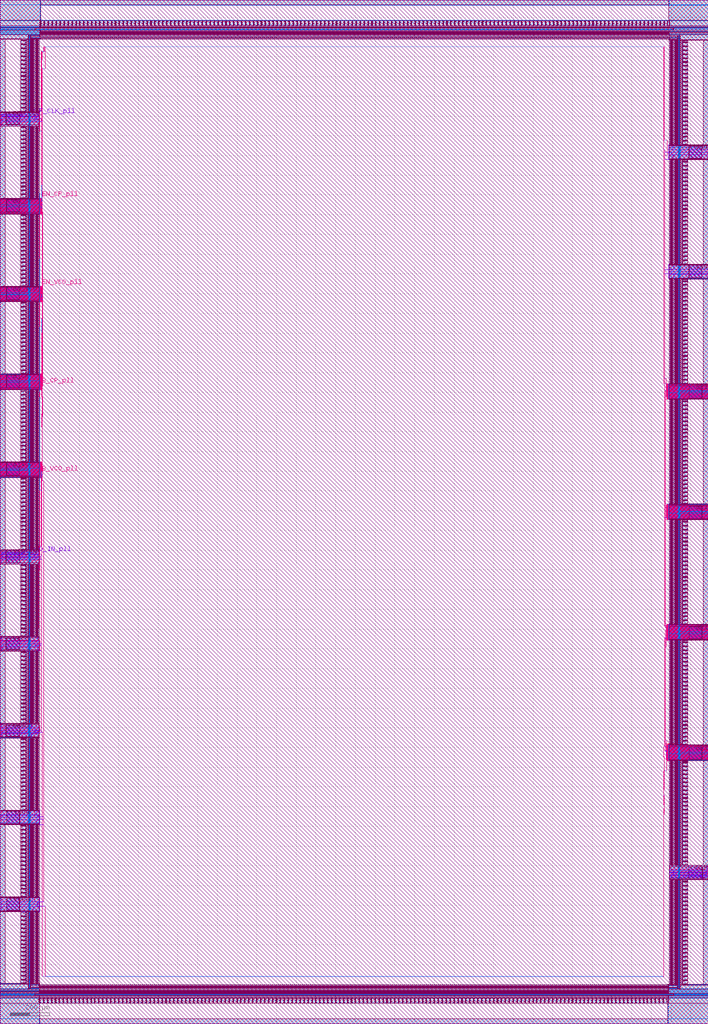
<source format=lef>
# Copyright 2020 The SkyWater PDK Authors
#
# Licensed under the Apache License, Version 2.0 (the "License");
# you may not use this file except in compliance with the License.
# You may obtain a copy of the License at
#
#     https://www.apache.org/licenses/LICENSE-2.0
#
# Unless required by applicable law or agreed to in writing, software
# distributed under the License is distributed on an "AS IS" BASIS,
# WITHOUT WARRANTIES OR CONDITIONS OF ANY KIND, either express or implied.
# See the License for the specific language governing permissions and
# limitations under the License.
#
# SPDX-License-Identifier: Apache-2.0

VERSION 5.7 ;

BUSBITCHARS "[]" ;
DIVIDERCHAR "/" ;

UNITS
  TIME NANOSECONDS 1 ;
  CAPACITANCE PICOFARADS 1 ;
  RESISTANCE OHMS 1 ;
  DATABASE MICRONS 1000 ;
END UNITS

MANUFACTURINGGRID 0.005 ;

PROPERTYDEFINITIONS
  LAYER LEF58_TYPE STRING ;
END PROPERTYDEFINITIONS

# High voltage, single height
SITE unithv
  SYMMETRY Y ;
  CLASS CORE ;
  SIZE 0.48 BY 4.07 ;
END unithv

# High voltage, double height
SITE unithvdbl
  SYMMETRY Y ;
  CLASS CORE ;
  SIZE 0.48 BY 8.14 ;
END unithvdbl

LAYER nwell
  TYPE MASTERSLICE ;
  PROPERTY LEF58_TYPE "TYPE NWELL ;" ;
END nwell

LAYER pwell
  TYPE MASTERSLICE ;
  PROPERTY LEF58_TYPE "TYPE NWELL ;" ;
END pwell

LAYER li1
  TYPE ROUTING ;
  DIRECTION VERTICAL ;

  PITCH 0.48 ;
  MINWIDTH 0.17 ;

  WIDTH 0.17 ;          # LI 1
  # SPACING  0.17 ;     # LI 2
  SPACINGTABLE
     PARALLELRUNLENGTH 0
     WIDTH 0 0.17 ;
  AREA 0.0561 ;         # LI 6
  THICKNESS 0.1 ;
  EDGECAPACITANCE 40.697E-6 ;
  CAPACITANCE CPERSQDIST 36.9866E-6 ;
  RESISTANCE RPERSQ 12.2 ;

  ANTENNADIFFSIDEAREARATIO PWL ( ( 0 75 ) ( 0.0125 75 ) ( 0.0225 85.125 ) ( 22.5 10200 ) ) ;
END li1

LAYER mcon
  TYPE CUT ;

  WIDTH 0.17 ;                # Mcon 1
  SPACING 0.19 ;              # Mcon 2
  ENCLOSURE BELOW 0 0 ;       # Mcon 4
  ENCLOSURE ABOVE 0.03 0.06 ; # Met1 4 / Met1 5

  ANTENNADIFFAREARATIO PWL ( ( 0 3 ) ( 0.0125 3 ) ( 0.0225 3.405 ) ( 22.5 408 ) ) ;
  DCCURRENTDENSITY AVERAGE 0.36 ; # mA per via Iavg_max at Tj = 90oC

END mcon

LAYER met1
  TYPE ROUTING ;
  DIRECTION HORIZONTAL ;

  PITCH 0.37 ;
  MINENCLOSEDAREA 0.14 ;
  MINWIDTH 0.14 ;

  WIDTH 0.14 ;                     # Met1 1
  # SPACING 0.14 ;                 # Met1 2
  # SPACING 0.28 RANGE 3.001 100 ; # Met1 3b
  SPACINGTABLE
     PARALLELRUNLENGTH 0
     WIDTH 0 0.14
     WIDTH 3 0.28 ;
  AREA 0.083 ;                     # Met1 6
  THICKNESS 0.35 ;

  ANTENNADIFFSIDEAREARATIO PWL ( ( 0 400 ) ( 0.0125 400 ) ( 0.0225 2609 ) ( 22.5 11600 ) ) ;

  EDGECAPACITANCE 40.567E-6 ;
  CAPACITANCE CPERSQDIST 25.7784E-6 ;
  DCCURRENTDENSITY AVERAGE 2.8 ; # mA/um Iavg_max at Tj = 90oC
  ACCURRENTDENSITY RMS 6.1 ; # mA/um Irms_max at Tj = 90oC

  RESISTANCE RPERSQ 0.125 ;
END met1

LAYER via
  TYPE CUT ;
  WIDTH 0.15 ;                  # Via 1a
  SPACING 0.17 ;                # Via 2
  ENCLOSURE BELOW 0.055 0.085 ; # Via 4a / Via 5a
  ENCLOSURE ABOVE 0.055 0.085 ; # Met2 4 / Met2 5

  ANTENNADIFFAREARATIO PWL ( ( 0 6 ) ( 0.0125 6 ) ( 0.0225 6.81 ) ( 22.5 816 ) ) ;
  DCCURRENTDENSITY AVERAGE 0.29 ; # mA per via Iavg_max at Tj = 90oC
END via

LAYER met2
  TYPE ROUTING ;
  DIRECTION VERTICAL ;

  PITCH 0.48 ;
  MINENCLOSEDAREA 0.14 ;
  MINWIDTH 0.14 ;

  WIDTH 0.14 ;                        # Met2 1
  # SPACING  0.14 ;                   # Met2 2
  # SPACING  0.28 RANGE 3.001 100 ;   # Met2 3b
  SPACINGTABLE
     PARALLELRUNLENGTH 0
     WIDTH 0 0.14
     WIDTH 3 0.28 ;
  AREA 0.0676 ;                       # Met2 6
  THICKNESS 0.35 ;

  EDGECAPACITANCE 37.759E-6 ;
  CAPACITANCE CPERSQDIST 16.9423E-6 ;
  RESISTANCE RPERSQ 0.125 ;
  DCCURRENTDENSITY AVERAGE 2.8 ; # mA/um Iavg_max at Tj = 90oC
  ACCURRENTDENSITY RMS 6.1 ; # mA/um Irms_max at Tj = 90oC
  ANTENNADIFFSIDEAREARATIO PWL ( ( 0 400 ) ( 0.0125 400 ) ( 0.0225 2609 ) ( 22.5 11600 ) ) ;
END met2

# ******** Layer via2, type routing, number 44 **************
LAYER via2
  TYPE CUT ;
  WIDTH 0.2 ;                   # Via2 1
  SPACING 0.2 ;                 # Via2 2
  ENCLOSURE BELOW 0.04 0.085 ;  # Via2 4
  ENCLOSURE ABOVE 0.065 0.065 ; # Met3 4
  ANTENNADIFFAREARATIO PWL ( ( 0 6 ) ( 0.0125 6 ) ( 0.0225 6.81 ) ( 22.5 816 ) ) ;
  DCCURRENTDENSITY AVERAGE 0.48 ; # mA per via Iavg_max at Tj = 90oC
END via2

LAYER met3
  TYPE ROUTING ;
  DIRECTION HORIZONTAL ;

  PITCH 0.74 ;
  MINWIDTH 0.3 ;

  WIDTH 0.3 ;              # Met3 1
  # SPACING 0.3 ;          # Met3 2
  SPACINGTABLE
     PARALLELRUNLENGTH 0
     WIDTH 0 0.3
     WIDTH 3 0.4 ;
  AREA 0.24 ;              # Met3 6
  THICKNESS 0.8 ;

  EDGECAPACITANCE 40.989E-6 ;
  CAPACITANCE CPERSQDIST 12.3729E-6 ;
  RESISTANCE RPERSQ 0.047 ;
  DCCURRENTDENSITY AVERAGE 6.8 ; # mA/um Iavg_max at Tj = 90oC
  ACCURRENTDENSITY RMS 14.9 ; # mA/um Irms_max at Tj = 90oC

  ANTENNADIFFSIDEAREARATIO PWL ( ( 0 400 ) ( 0.0125 400 ) ( 0.0225 2609 ) ( 22.5 11600 ) ) ;
END met3

LAYER via3
  TYPE CUT ;
  WIDTH 0.2 ;                   # Via3 1
  SPACING 0.2 ;                 # Via3 2
  ENCLOSURE BELOW 0.06 0.09 ;   # Via3 4 / Via3 5
  ENCLOSURE ABOVE 0.065 0.065 ; # Met4 3
  ANTENNADIFFAREARATIO PWL ( ( 0 6 ) ( 0.0125 6 ) ( 0.0225 6.81 ) ( 22.5 816 ) ) ;
  DCCURRENTDENSITY AVERAGE 0.48 ; # mA per via Iavg_max at Tj = 90oC
END via3

LAYER met4
  TYPE ROUTING ;
  DIRECTION VERTICAL ;

  PITCH 0.96 ;
  MINWIDTH 0.3 ;

  WIDTH 0.3 ;             # Met4 1
  # SPACING  0.3 ;             # Met4 2
  SPACINGTABLE
     PARALLELRUNLENGTH 0
     WIDTH 0 0.3
     WIDTH 3 0.4 ;
  AREA 0.24 ;              # Met4 4a

  THICKNESS 0.8 ;

  EDGECAPACITANCE 36.676E-6 ;
  CAPACITANCE CPERSQDIST 8.41537E-6 ;
  RESISTANCE RPERSQ 0.047 ;
  DCCURRENTDENSITY AVERAGE 6.8 ; # mA/um Iavg_max at Tj = 90oC
  ACCURRENTDENSITY RMS 14.9 ; # mA/um Irms_max at Tj = 90oC

  ANTENNADIFFSIDEAREARATIO PWL ( ( 0 400 ) ( 0.0125 400 ) ( 0.0225 2609 ) ( 22.5 11600 ) ) ;
END met4

LAYER via4
  TYPE CUT ;

  WIDTH 0.8 ;                 # Via4 1
  SPACING 0.8 ;               # Via4 2
  ENCLOSURE BELOW 0.19 0.19 ; # Via4 4
  ENCLOSURE ABOVE 0.31 0.31 ; # Met5 3
  ANTENNADIFFAREARATIO PWL ( ( 0 6 ) ( 0.0125 6 ) ( 0.0225 6.81 ) ( 22.5 816 ) ) ;
  DCCURRENTDENSITY AVERAGE 2.49 ; # mA per via Iavg_max at Tj = 90oC
END via4

LAYER met5
  TYPE ROUTING ;
  DIRECTION HORIZONTAL ;

  PITCH 3.33 ;
  MINWIDTH 1.6 ;

  WIDTH 1.6 ;            # Met5 1
  #SPACING  1.6 ;        # Met5 2
  SPACINGTABLE
     PARALLELRUNLENGTH 0
     WIDTH 0 1.6 ;
  AREA 4 ;               # Met5 4

  THICKNESS 1.2 ;

  EDGECAPACITANCE 38.851E-6 ;
  CAPACITANCE CPERSQDIST 6.32063E-6 ;
  RESISTANCE RPERSQ 0.0285 ;
  DCCURRENTDENSITY AVERAGE 10.17 ; # mA/um Iavg_max at Tj = 90oC
  ACCURRENTDENSITY RMS 22.34 ; # mA/um Irms_max at Tj = 90oC

  ANTENNADIFFSIDEAREARATIO PWL ( ( 0 400 ) ( 0.0125 400 ) ( 0.0225 2609 ) ( 22.5 11600 ) ) ;
END met5


### Routing via cells section   ###
# Plus via rule, metals are along the prefered direction
VIA L1M1_PR DEFAULT
  LAYER mcon ;
  RECT -0.085 -0.085 0.085 0.085 ;
  LAYER li1 ;
  RECT -0.085 -0.085 0.085 0.085 ;
  LAYER met1 ;
  RECT -0.145 -0.115 0.145 0.115 ;
END L1M1_PR

VIARULE L1M1_PR GENERATE
  LAYER li1 ;
  ENCLOSURE 0 0 ;
  LAYER met1 ;
  ENCLOSURE 0.06 0.03 ;
  LAYER mcon ;
  RECT -0.085 -0.085 0.085 0.085 ;
  SPACING 0.36 BY 0.36 ;
END L1M1_PR

# Plus via rule, metals are along the non prefered direction
VIA L1M1_PR_R DEFAULT
  LAYER mcon ;
  RECT -0.085 -0.085 0.085 0.085 ;
  LAYER li1 ;
  RECT -0.085 -0.085 0.085 0.085 ;
  LAYER met1 ;
  RECT -0.115 -0.145 0.115 0.145 ;
END L1M1_PR_R

VIARULE L1M1_PR_R GENERATE
  LAYER li1 ;
  ENCLOSURE 0 0 ;
  LAYER met1 ;
  ENCLOSURE 0.03 0.06 ;
  LAYER mcon ;
  RECT -0.085 -0.085 0.085 0.085 ;
  SPACING 0.36 BY 0.36 ;
END L1M1_PR_R

# Minus via rule, lower layer metal is along prefered direction
VIA L1M1_PR_M DEFAULT
  LAYER mcon ;
  RECT -0.085 -0.085 0.085 0.085 ;
  LAYER li1 ;
  RECT -0.085 -0.085 0.085 0.085 ;
  LAYER met1 ;
  RECT -0.115 -0.145 0.115 0.145 ;
END L1M1_PR_M

VIARULE L1M1_PR_M GENERATE
  LAYER li1 ;
  ENCLOSURE 0 0 ;
  LAYER met1 ;
  ENCLOSURE 0.03 0.06 ;
  LAYER mcon ;
  RECT -0.085 -0.085 0.085 0.085 ;
  SPACING 0.36 BY 0.36 ;
END L1M1_PR_M

# Minus via rule, upper layer metal is along prefered direction
VIA L1M1_PR_MR DEFAULT
  LAYER mcon ;
  RECT -0.085 -0.085 0.085 0.085 ;
  LAYER li1 ;
  RECT -0.085 -0.085 0.085 0.085 ;
  LAYER met1 ;
  RECT -0.145 -0.115 0.145 0.115 ;
END L1M1_PR_MR

VIARULE L1M1_PR_MR GENERATE
  LAYER li1 ;
  ENCLOSURE 0 0 ;
  LAYER met1 ;
  ENCLOSURE 0.06 0.03 ;
  LAYER mcon ;
  RECT -0.085 -0.085 0.085 0.085 ;
  SPACING 0.36 BY 0.36 ;
END L1M1_PR_MR

# Centered via rule, we really do not want to use it
VIA L1M1_PR_C DEFAULT
  LAYER mcon ;
  RECT -0.085 -0.085 0.085 0.085 ;
  LAYER li1 ;
  RECT -0.085 -0.085 0.085 0.085 ;
  LAYER met1 ;
  RECT -0.145 -0.145 0.145 0.145 ;
END L1M1_PR_C

VIARULE L1M1_PR_C GENERATE
  LAYER li1 ;
  ENCLOSURE 0 0 ;
  LAYER met1 ;
  ENCLOSURE 0.06 0.06 ;
  LAYER mcon ;
  RECT -0.085 -0.085 0.085 0.085 ;
  SPACING 0.36 BY 0.36 ;
END L1M1_PR_C

# Plus via rule, metals are along the prefered direction
VIA M1M2_PR DEFAULT
  LAYER via ;
  RECT -0.075 -0.075 0.075 0.075 ;
  LAYER met1 ;
  RECT -0.16 -0.13 0.16 0.13 ;
  LAYER met2 ;
  RECT -0.13 -0.16 0.13 0.16 ;
END M1M2_PR

VIARULE M1M2_PR GENERATE
  LAYER met1 ;
  ENCLOSURE 0.085 0.055 ;
  LAYER met2 ;
  ENCLOSURE 0.055 0.085 ;
  LAYER via ;
  RECT -0.075 -0.075 0.075 0.075 ;
  SPACING 0.32 BY 0.32 ;
END M1M2_PR

# Plus via rule, metals are along the non prefered direction
VIA M1M2_PR_R DEFAULT
  LAYER via ;
  RECT -0.075 -0.075 0.075 0.075 ;
  LAYER met1 ;
  RECT -0.13 -0.16 0.13 0.16 ;
  LAYER met2 ;
  RECT -0.16 -0.13 0.16 0.13 ;
END M1M2_PR_R

VIARULE M1M2_PR_R GENERATE
  LAYER met1 ;
  ENCLOSURE 0.055 0.085 ;
  LAYER met2 ;
  ENCLOSURE 0.085 0.055 ;
  LAYER via ;
  RECT -0.075 -0.075 0.075 0.075 ;
  SPACING 0.32 BY 0.32 ;
END M1M2_PR_R

# Minus via rule, lower layer metal is along prefered direction
VIA M1M2_PR_M DEFAULT
  LAYER via ;
  RECT -0.075 -0.075 0.075 0.075 ;
  LAYER met1 ;
  RECT -0.16 -0.13 0.16 0.13 ;
  LAYER met2 ;
  RECT -0.16 -0.13 0.16 0.13 ;
END M1M2_PR_M

VIARULE M1M2_PR_M GENERATE
  LAYER met1 ;
  ENCLOSURE 0.085 0.055 ;
  LAYER met2 ;
  ENCLOSURE 0.085 0.055 ;
  LAYER via ;
  RECT -0.075 -0.075 0.075 0.075 ;
  SPACING 0.32 BY 0.32 ;
END M1M2_PR_M

# Minus via rule, upper layer metal is along prefered direction
VIA M1M2_PR_MR DEFAULT
  LAYER via ;
  RECT -0.075 -0.075 0.075 0.075 ;
  LAYER met1 ;
  RECT -0.13 -0.16 0.13 0.16 ;
  LAYER met2 ;
  RECT -0.13 -0.16 0.13 0.16 ;
END M1M2_PR_MR

VIARULE M1M2_PR_MR GENERATE
  LAYER met1 ;
  ENCLOSURE 0.055 0.085 ;
  LAYER met2 ;
  ENCLOSURE 0.055 0.085 ;
  LAYER via ;
  RECT -0.075 -0.075 0.075 0.075 ;
  SPACING 0.32 BY 0.32 ;
END M1M2_PR_MR

# Centered via rule, we really do not want to use it
VIA M1M2_PR_C DEFAULT
  LAYER via ;
  RECT -0.075 -0.075 0.075 0.075 ;
  LAYER met1 ;
  RECT -0.16 -0.16 0.16 0.16 ;
  LAYER met2 ;
  RECT -0.16 -0.16 0.16 0.16 ;
END M1M2_PR_C

VIARULE M1M2_PR_C GENERATE
  LAYER met1 ;
  ENCLOSURE 0.085 0.085 ;
  LAYER met2 ;
  ENCLOSURE 0.085 0.085 ;
  LAYER via ;
  RECT -0.075 -0.075 0.075 0.075 ;
  SPACING 0.32 BY 0.32 ;
END M1M2_PR_C

# Plus via rule, metals are along the prefered direction
VIA M2M3_PR DEFAULT
  LAYER via2 ;
  RECT -0.1 -0.1 0.1 0.1 ;
  LAYER met2 ;
  RECT -0.14 -0.185 0.14 0.185 ;
  LAYER met3 ;
  RECT -0.165 -0.165 0.165 0.165 ;
END M2M3_PR

VIARULE M2M3_PR GENERATE
  LAYER met2 ;
  ENCLOSURE 0.04 0.085 ;
  LAYER met3 ;
  ENCLOSURE 0.065 0.065 ;
  LAYER via2 ;
  RECT -0.1 -0.1 0.1 0.1 ;
  SPACING 0.4 BY 0.4 ;
END M2M3_PR

# Plus via rule, metals are along the non prefered direction
VIA M2M3_PR_R DEFAULT
  LAYER via2 ;
  RECT -0.1 -0.1 0.1 0.1 ;
  LAYER met2 ;
  RECT -0.185 -0.14 0.185 0.14 ;
  LAYER met3 ;
  RECT -0.165 -0.165 0.165 0.165 ;
END M2M3_PR_R

VIARULE M2M3_PR_R GENERATE
  LAYER met2 ;
  ENCLOSURE 0.085 0.04 ;
  LAYER met3 ;
  ENCLOSURE 0.065 0.065 ;
  LAYER via2 ;
  RECT -0.1 -0.1 0.1 0.1 ;
  SPACING 0.4 BY 0.4 ;
END M2M3_PR_R

# Minus via rule, lower layer metal is along prefered direction
VIA M2M3_PR_M DEFAULT
  LAYER via2 ;
  RECT -0.1 -0.1 0.1 0.1 ;
  LAYER met2 ;
  RECT -0.14 -0.185 0.14 0.185 ;
  LAYER met3 ;
  RECT -0.165 -0.165 0.165 0.165 ;
END M2M3_PR_M

VIARULE M2M3_PR_M GENERATE
  LAYER met2 ;
  ENCLOSURE 0.04 0.085 ;
  LAYER met3 ;
  ENCLOSURE 0.065 0.065 ;
  LAYER via2 ;
  RECT -0.1 -0.1 0.1 0.1 ;
  SPACING 0.4 BY 0.4 ;
END M2M3_PR_M

# Minus via rule, upper layer metal is along prefered direction
VIA M2M3_PR_MR DEFAULT
  LAYER via2 ;
  RECT -0.1 -0.1 0.1 0.1 ;
  LAYER met2 ;
  RECT -0.185 -0.14 0.185 0.14 ;
  LAYER met3 ;
  RECT -0.165 -0.165 0.165 0.165 ;
END M2M3_PR_MR

VIARULE M2M3_PR_MR GENERATE
  LAYER met2 ;
  ENCLOSURE 0.085 0.04 ;
  LAYER met3 ;
  ENCLOSURE 0.065 0.065 ;
  LAYER via2 ;
  RECT -0.1 -0.1 0.1 0.1 ;
  SPACING 0.4 BY 0.4 ;
END M2M3_PR_MR

# Centered via rule, we really do not want to use it
VIA M2M3_PR_C DEFAULT
  LAYER via2 ;
  RECT -0.1 -0.1 0.1 0.1 ;
  LAYER met2 ;
  RECT -0.185 -0.185 0.185 0.185 ;
  LAYER met3 ;
  RECT -0.165 -0.165 0.165 0.165 ;
END M2M3_PR_C

VIARULE M2M3_PR_C GENERATE
  LAYER met2 ;
  ENCLOSURE 0.085 0.085 ;
  LAYER met3 ;
  ENCLOSURE 0.065 0.065 ;
  LAYER via2 ;
  RECT -0.1 -0.1 0.1 0.1 ;
  SPACING 0.4 BY 0.4 ;
END M2M3_PR_C

# Plus via rule, metals are along the prefered direction
VIA M3M4_PR DEFAULT
  LAYER via3 ;
  RECT -0.1 -0.1 0.1 0.1 ;
  LAYER met3 ;
  RECT -0.19 -0.16 0.19 0.16 ;
  LAYER met4 ;
  RECT -0.165 -0.165 0.165 0.165 ;
END M3M4_PR

VIARULE M3M4_PR GENERATE
  LAYER met3 ;
  ENCLOSURE 0.09 0.06 ;
  LAYER met4 ;
  ENCLOSURE 0.065 0.065 ;
  LAYER via3 ;
  RECT -0.1 -0.1 0.1 0.1 ;
  SPACING 0.4 BY 0.4 ;
END M3M4_PR

# Plus via rule, metals are along the non prefered direction
VIA M3M4_PR_R DEFAULT
  LAYER via3 ;
  RECT -0.1 -0.1 0.1 0.1 ;
  LAYER met3 ;
  RECT -0.16 -0.19 0.16 0.19 ;
  LAYER met4 ;
  RECT -0.165 -0.165 0.165 0.165 ;
END M3M4_PR_R

VIARULE M3M4_PR_R GENERATE
  LAYER met3 ;
  ENCLOSURE 0.06 0.09 ;
  LAYER met4 ;
  ENCLOSURE 0.065 0.065 ;
  LAYER via3 ;
  RECT -0.1 -0.1 0.1 0.1 ;
  SPACING 0.4 BY 0.4 ;
END M3M4_PR_R

# Minus via rule, lower layer metal is along prefered direction
VIA M3M4_PR_M DEFAULT
  LAYER via3 ;
  RECT -0.1 -0.1 0.1 0.1 ;
  LAYER met3 ;
  RECT -0.19 -0.16 0.19 0.16 ;
  LAYER met4 ;
  RECT -0.165 -0.165 0.165 0.165 ;
END M3M4_PR_M

VIARULE M3M4_PR_M GENERATE
  LAYER met3 ;
  ENCLOSURE 0.09 0.06 ;
  LAYER met4 ;
  ENCLOSURE 0.065 0.065 ;
  LAYER via3 ;
  RECT -0.1 -0.1 0.1 0.1 ;
  SPACING 0.4 BY 0.4 ;
END M3M4_PR_M

# Minus via rule, upper layer metal is along prefered direction
VIA M3M4_PR_MR DEFAULT
  LAYER via3 ;
  RECT -0.1 -0.1 0.1 0.1 ;
  LAYER met3 ;
  RECT -0.16 -0.19 0.16 0.19 ;
  LAYER met4 ;
  RECT -0.165 -0.165 0.165 0.165 ;
END M3M4_PR_MR

VIARULE M3M4_PR_MR GENERATE
  LAYER met3 ;
  ENCLOSURE 0.06 0.09 ;
  LAYER met4 ;
  ENCLOSURE 0.065 0.065 ;
  LAYER via3 ;
  RECT -0.1 -0.1 0.1 0.1 ;
  SPACING 0.4 BY 0.4 ;
END M3M4_PR_MR

# Centered via rule, we really do not want to use it
VIA M3M4_PR_C DEFAULT
  LAYER via3 ;
  RECT -0.1 -0.1 0.1 0.1 ;
  LAYER met3 ;
  RECT -0.19 -0.19 0.19 0.19 ;
  LAYER met4 ;
  RECT -0.165 -0.165 0.165 0.165 ;
END M3M4_PR_C

VIARULE M3M4_PR_C GENERATE
  LAYER met3 ;
  ENCLOSURE 0.09 0.09 ;
  LAYER met4 ;
  ENCLOSURE 0.065 0.065 ;
  LAYER via3 ;
  RECT -0.1 -0.1 0.1 0.1 ;
  SPACING 0.4 BY 0.4 ;
END M3M4_PR_C

# Plus via rule, metals are along the prefered direction
VIA M4M5_PR DEFAULT
  LAYER via4 ;
  RECT -0.4 -0.4 0.4 0.4 ;
  LAYER met4 ;
  RECT -0.59 -0.59 0.59 0.59 ;
  LAYER met5 ;
  RECT -0.71 -0.71 0.71 0.71 ;
END M4M5_PR

VIARULE M4M5_PR GENERATE
  LAYER met4 ;
  ENCLOSURE 0.19 0.19 ;
  LAYER met5 ;
  ENCLOSURE 0.31 0.31 ;
  LAYER via4 ;
  RECT -0.4 -0.4 0.4 0.4 ;
  SPACING 1.6 BY 1.6 ;
END M4M5_PR

# Plus via rule, metals are along the non prefered direction
VIA M4M5_PR_R DEFAULT
  LAYER via4 ;
  RECT -0.4 -0.4 0.4 0.4 ;
  LAYER met4 ;
  RECT -0.59 -0.59 0.59 0.59 ;
  LAYER met5 ;
  RECT -0.71 -0.71 0.71 0.71 ;
END M4M5_PR_R

VIARULE M4M5_PR_R GENERATE
  LAYER met4 ;
  ENCLOSURE 0.19 0.19 ;
  LAYER met5 ;
  ENCLOSURE 0.31 0.31 ;
  LAYER via4 ;
  RECT -0.4 -0.4 0.4 0.4 ;
  SPACING 1.6 BY 1.6 ;
END M4M5_PR_R

# Minus via rule, lower layer metal is along prefered direction
VIA M4M5_PR_M DEFAULT
  LAYER via4 ;
  RECT -0.4 -0.4 0.4 0.4 ;
  LAYER met4 ;
  RECT -0.59 -0.59 0.59 0.59 ;
  LAYER met5 ;
  RECT -0.71 -0.71 0.71 0.71 ;
END M4M5_PR_M

VIARULE M4M5_PR_M GENERATE
  LAYER met4 ;
  ENCLOSURE 0.19 0.19 ;
  LAYER met5 ;
  ENCLOSURE 0.31 0.31 ;
  LAYER via4 ;
  RECT -0.4 -0.4 0.4 0.4 ;
  SPACING 1.6 BY 1.6 ;
END M4M5_PR_M

# Minus via rule, upper layer metal is along prefered direction
VIA M4M5_PR_MR DEFAULT
  LAYER via4 ;
  RECT -0.4 -0.4 0.4 0.4 ;
  LAYER met4 ;
  RECT -0.59 -0.59 0.59 0.59 ;
  LAYER met5 ;
  RECT -0.71 -0.71 0.71 0.71 ;
END M4M5_PR_MR

VIARULE M4M5_PR_MR GENERATE
  LAYER met4 ;
  ENCLOSURE 0.19 0.19 ;
  LAYER met5 ;
  ENCLOSURE 0.31 0.31 ;
  LAYER via4 ;
  RECT -0.4 -0.4 0.4 0.4 ;
  SPACING 1.6 BY 1.6 ;
END M4M5_PR_MR

# Centered via rule, we really do not want to use it
VIA M4M5_PR_C DEFAULT
  LAYER via4 ;
  RECT -0.4 -0.4 0.4 0.4 ;
  LAYER met4 ;
  RECT -0.59 -0.59 0.59 0.59 ;
  LAYER met5 ;
  RECT -0.71 -0.71 0.71 0.71 ;
END M4M5_PR_C

VIARULE M4M5_PR_C GENERATE
  LAYER met4 ;
  ENCLOSURE 0.19 0.19 ;
  LAYER met5 ;
  ENCLOSURE 0.31 0.31 ;
  LAYER via4 ;
  RECT -0.4 -0.4 0.4 0.4 ;
  SPACING 1.6 BY 1.6 ;
END M4M5_PR_C
###  end of single via cells   ###


SITE unithvdbl
  SYMMETRY y ;
  CLASS CORE ;
  SIZE  11.04000 BY  8.140000 ;
END unithvdbl
MACRO sky130_fd_sc_hvl__lsbuflv2hv_symmetric_1
  CLASS CORE ;
  FOREIGN sky130_fd_sc_hvl__lsbuflv2hv_symmetric_1 ;
  ORIGIN  0.000000  0.000000 ;
  SIZE  11.04000 BY  8.140000 ;
  SYMMETRY X Y ;
  SITE unithvdbl ;
  PIN A
    ANTENNAGATEAREA  0.252000 ;
    DIRECTION INPUT ;
    USE SIGNAL ;
    PORT
      LAYER li1 ;
        RECT 2.495000 1.530000 2.805000 2.200000 ;
    END
  END A
  PIN X
    ANTENNADIFFAREA  0.596250 ;
    DIRECTION OUTPUT ;
    USE SIGNAL ;
    PORT
      LAYER li1 ;
        RECT 10.600000 4.405000 10.930000 6.055000 ;
        RECT 10.600000 6.725000 10.930000 7.625000 ;
        RECT 10.690000 6.055000 10.930000 6.725000 ;
    END
  END X
  PIN LVPWR
    DIRECTION INOUT ;
    USE POWER ;
    PORT
      LAYER met1 ;
        RECT 0.070000 3.020000 10.970000 3.305000 ;
      LAYER nwell ;
        RECT 2.800000 2.015000 4.335000 4.325000 ;
    END
  END LVPWR
  PIN VGND
    DIRECTION INOUT ;
    USE GROUND ;
    PORT
      LAYER met1 ;
        RECT 0.000000 7.515000 11.040000 7.885000 ;
    END
  END VGND
  PIN VNB
    DIRECTION INOUT ;
    USE GROUND ;
    PORT
      LAYER met1 ;
        RECT 0.000000 8.025000 11.040000 8.255000 ;
      LAYER pwell ;
        RECT 0.000000 8.055000 11.040000 8.225000 ;
    END
  END VNB
  PIN VPB
    DIRECTION INOUT ;
    USE POWER ;
    PORT
      LAYER met1 ;
        RECT 0.000000 3.955000 11.040000 4.185000 ;
      LAYER nwell ;
        RECT -0.330000 1.885000  0.800000 6.255000 ;
        RECT  6.335000 2.465000 11.370000 6.255000 ;
        RECT  9.800000 1.885000 11.370000 2.465000 ;
    END
  END VPB
  PIN VPWR
    DIRECTION INOUT ;
    USE POWER ;
    PORT
      LAYER met1 ;
        RECT 0.000000 4.325000 11.040000 4.695000 ;
    END
  END VPWR
  OBS
    LAYER li1 ;
      RECT  0.000000 -0.085000 11.040000 0.085000 ;
      RECT  0.000000  3.985000  0.800000 4.155000 ;
      RECT  0.000000  8.055000 11.040000 8.225000 ;
      RECT  2.885000  2.765000  3.265000 3.055000 ;
      RECT  2.885000  3.055000  3.175000 5.495000 ;
      RECT  2.975000  0.735000  3.265000 1.745000 ;
      RECT  2.975000  1.745000  4.310000 1.995000 ;
      RECT  2.975000  1.995000  3.265000 2.765000 ;
      RECT  3.095000  0.335000  4.045000 0.565000 ;
      RECT  3.145000  6.165000  3.735000 7.715000 ;
      RECT  3.145000  7.715000  5.295000 7.885000 ;
      RECT  3.345000  3.225000  4.115000 4.200000 ;
      RECT  3.435000  0.565000  3.705000 1.575000 ;
      RECT  3.435000  2.165000  3.705000 3.075000 ;
      RECT  3.435000  3.075000  4.115000 3.225000 ;
      RECT  3.875000  0.735000  4.185000 1.245000 ;
      RECT  3.875000  1.245000  4.810000 1.575000 ;
      RECT  3.875000  2.165000  5.790000 2.475000 ;
      RECT  3.875000  2.475000  4.185000 2.905000 ;
      RECT  4.055000  5.665000  7.025000 5.995000 ;
      RECT  4.055000  5.995000  4.385000 7.545000 ;
      RECT  4.480000  1.575000  4.810000 2.145000 ;
      RECT  4.480000  2.145000  5.790000 2.165000 ;
      RECT  4.705000  6.165000  5.295000 7.715000 ;
      RECT  5.050000  0.255000  7.200000 0.425000 ;
      RECT  5.050000  0.425000  5.640000 1.975000 ;
      RECT  5.960000  0.595000  6.290000 2.145000 ;
      RECT  5.960000  2.145000  7.850000 2.325000 ;
      RECT  6.565000  2.795000  6.895000 4.405000 ;
      RECT  6.565000  4.405000  7.025000 4.735000 ;
      RECT  6.610000  0.425000  7.200000 1.975000 ;
      RECT  6.695000  4.735000  7.025000 5.665000 ;
      RECT  6.695000  5.995000  7.025000 6.285000 ;
      RECT  6.695000  6.285000  8.815000 6.615000 ;
      RECT  7.095000  2.495000  9.835000 2.705000 ;
      RECT  7.095000  2.705000  7.765000 4.215000 ;
      RECT  7.390000  4.405000  7.980000 5.945000 ;
      RECT  7.520000  0.255000  9.410000 0.425000 ;
      RECT  7.520000  0.425000  7.850000 2.145000 ;
      RECT  7.955000  2.875000  8.545000 3.705000 ;
      RECT  8.170000  0.595000  8.760000 2.495000 ;
      RECT  8.235000  3.985000 11.040000 4.155000 ;
      RECT  8.300000  4.405000  8.630000 6.285000 ;
      RECT  8.535000  6.615000  8.815000 6.955000 ;
      RECT  8.915000  2.705000  9.835000 3.465000 ;
      RECT  8.995000  4.405000  9.325000 6.225000 ;
      RECT  8.995000  6.225000 10.520000 6.555000 ;
      RECT  8.995000  6.555000  9.325000 7.625000 ;
      RECT  9.080000  0.425000  9.410000 2.055000 ;
      RECT  9.690000  4.405000 10.280000 5.945000 ;
      RECT  9.690000  6.835000 10.280000 7.745000 ;
      RECT 10.125000  2.795000 10.715000 3.705000 ;
    LAYER mcon ;
      RECT  0.155000 -0.085000  0.325000 0.085000 ;
      RECT  0.155000  3.985000  0.325000 4.155000 ;
      RECT  0.155000  8.055000  0.325000 8.225000 ;
      RECT  0.635000 -0.085000  0.805000 0.085000 ;
      RECT  0.635000  8.055000  0.805000 8.225000 ;
      RECT  1.115000 -0.085000  1.285000 0.085000 ;
      RECT  1.115000  8.055000  1.285000 8.225000 ;
      RECT  1.595000 -0.085000  1.765000 0.085000 ;
      RECT  1.595000  8.055000  1.765000 8.225000 ;
      RECT  2.075000 -0.085000  2.245000 0.085000 ;
      RECT  2.075000  8.055000  2.245000 8.225000 ;
      RECT  2.555000 -0.085000  2.725000 0.085000 ;
      RECT  2.555000  8.055000  2.725000 8.225000 ;
      RECT  3.035000 -0.085000  3.205000 0.085000 ;
      RECT  3.035000  8.055000  3.205000 8.225000 ;
      RECT  3.125000  0.365000  3.295000 0.535000 ;
      RECT  3.175000  7.545000  3.345000 7.715000 ;
      RECT  3.485000  0.425000  3.655000 0.595000 ;
      RECT  3.485000  3.050000  3.655000 3.220000 ;
      RECT  3.515000 -0.085000  3.685000 0.085000 ;
      RECT  3.515000  8.055000  3.685000 8.225000 ;
      RECT  3.535000  7.545000  3.705000 7.715000 ;
      RECT  3.845000  0.365000  4.015000 0.535000 ;
      RECT  3.845000  3.105000  4.015000 3.275000 ;
      RECT  3.995000 -0.085000  4.165000 0.085000 ;
      RECT  3.995000  8.055000  4.165000 8.225000 ;
      RECT  4.475000 -0.085000  4.645000 0.085000 ;
      RECT  4.475000  8.055000  4.645000 8.225000 ;
      RECT  4.735000  7.545000  4.905000 7.715000 ;
      RECT  4.955000 -0.085000  5.125000 0.085000 ;
      RECT  4.955000  8.055000  5.125000 8.225000 ;
      RECT  5.080000  0.425000  5.250000 0.595000 ;
      RECT  5.095000  7.545000  5.265000 7.715000 ;
      RECT  5.435000 -0.085000  5.605000 0.085000 ;
      RECT  5.435000  8.055000  5.605000 8.225000 ;
      RECT  5.440000  0.425000  5.610000 0.595000 ;
      RECT  5.915000 -0.085000  6.085000 0.085000 ;
      RECT  5.915000  8.055000  6.085000 8.225000 ;
      RECT  6.395000 -0.085000  6.565000 0.085000 ;
      RECT  6.395000  8.055000  6.565000 8.225000 ;
      RECT  6.640000  0.425000  6.810000 0.595000 ;
      RECT  6.875000 -0.085000  7.045000 0.085000 ;
      RECT  6.875000  8.055000  7.045000 8.225000 ;
      RECT  7.000000  0.425000  7.170000 0.595000 ;
      RECT  7.355000 -0.085000  7.525000 0.085000 ;
      RECT  7.355000  8.055000  7.525000 8.225000 ;
      RECT  7.420000  4.495000  7.590000 4.665000 ;
      RECT  7.780000  4.495000  7.950000 4.665000 ;
      RECT  7.835000 -0.085000  8.005000 0.085000 ;
      RECT  7.835000  8.055000  8.005000 8.225000 ;
      RECT  7.985000  3.475000  8.155000 3.645000 ;
      RECT  8.315000 -0.085000  8.485000 0.085000 ;
      RECT  8.315000  3.985000  8.485000 4.155000 ;
      RECT  8.315000  8.055000  8.485000 8.225000 ;
      RECT  8.345000  3.475000  8.515000 3.645000 ;
      RECT  8.795000 -0.085000  8.965000 0.085000 ;
      RECT  8.795000  3.985000  8.965000 4.155000 ;
      RECT  8.795000  8.055000  8.965000 8.225000 ;
      RECT  9.275000 -0.085000  9.445000 0.085000 ;
      RECT  9.275000  3.985000  9.445000 4.155000 ;
      RECT  9.275000  8.055000  9.445000 8.225000 ;
      RECT  9.720000  4.495000  9.890000 4.665000 ;
      RECT  9.720000  7.545000  9.890000 7.715000 ;
      RECT  9.755000 -0.085000  9.925000 0.085000 ;
      RECT  9.755000  3.985000  9.925000 4.155000 ;
      RECT  9.755000  8.055000  9.925000 8.225000 ;
      RECT 10.080000  4.495000 10.250000 4.665000 ;
      RECT 10.080000  7.545000 10.250000 7.715000 ;
      RECT 10.155000  3.475000 10.325000 3.645000 ;
      RECT 10.235000 -0.085000 10.405000 0.085000 ;
      RECT 10.235000  3.985000 10.405000 4.155000 ;
      RECT 10.235000  8.055000 10.405000 8.225000 ;
      RECT 10.515000  3.475000 10.685000 3.645000 ;
      RECT 10.715000 -0.085000 10.885000 0.085000 ;
      RECT 10.715000  3.985000 10.885000 4.155000 ;
      RECT 10.715000  8.055000 10.885000 8.225000 ;
    LAYER met1 ;
      RECT 0.000000 -0.115000 11.040000 0.115000 ;
      RECT 0.000000  0.255000 11.040000 0.625000 ;
      RECT 0.000000  3.445000 11.040000 3.815000 ;
    LAYER pwell ;
      RECT 0.000000 -0.085000 11.040000 0.085000 ;
  END
END sky130_fd_sc_hvl__lsbuflv2hv_symmetric_1
MACRO sky130_fd_sc_hvl__sdfstp_1
  CLASS CORE ;
  FOREIGN sky130_fd_sc_hvl__sdfstp_1 ;
  ORIGIN  0.000000  0.000000 ;
  SIZE  18.72000 BY  4.070000 ;
  SYMMETRY X Y ;
  SITE unithv ;
  PIN D
    ANTENNAGATEAREA  0.420000 ;
    DIRECTION INPUT ;
    USE SIGNAL ;
    PORT
      LAYER li1 ;
        RECT 1.945000 1.845000 2.275000 2.355000 ;
    END
  END D
  PIN Q
    ANTENNADIFFAREA  0.478750 ;
    DIRECTION OUTPUT ;
    USE SIGNAL ;
    PORT
      LAYER li1 ;
        RECT 18.260000 0.495000 18.610000 3.395000 ;
    END
  END Q
  PIN SCD
    ANTENNAGATEAREA  0.420000 ;
    DIRECTION INPUT ;
    USE SIGNAL ;
    PORT
      LAYER li1 ;
        RECT 3.420000 1.175000 3.750000 2.150000 ;
    END
  END SCD
  PIN SCE
    ANTENNAGATEAREA  0.840000 ;
    DIRECTION INPUT ;
    USE SIGNAL ;
    PORT
      LAYER li1 ;
        RECT 0.565000 1.495000 2.890000 1.665000 ;
        RECT 0.565000 1.665000 0.895000 2.165000 ;
        RECT 2.525000 1.095000 2.890000 1.495000 ;
        RECT 2.525000 1.665000 2.890000 1.780000 ;
    END
  END SCE
  PIN SET_B
    ANTENNAGATEAREA  0.840000 ;
    DIRECTION INPUT ;
    USE SIGNAL ;
    PORT
      LAYER li1 ;
        RECT 10.535000 1.175000 11.635000 1.345000 ;
        RECT 11.465000 0.265000 14.215000 0.435000 ;
        RECT 11.465000 0.435000 11.635000 1.175000 ;
        RECT 14.045000 0.435000 14.215000 0.810000 ;
        RECT 14.045000 0.810000 14.520000 1.760000 ;
    END
  END SET_B
  PIN CLK
    ANTENNAGATEAREA  0.585000 ;
    DIRECTION INPUT ;
    USE CLOCK ;
    PORT
      LAYER li1 ;
        RECT 3.965000 1.175000 4.525000 2.150000 ;
    END
  END CLK
  PIN VGND
    DIRECTION INOUT ;
    USE GROUND ;
    PORT
      LAYER met1 ;
        RECT 0.000000 0.255000 18.720000 0.625000 ;
    END
  END VGND
  PIN VNB
    DIRECTION INOUT ;
    USE GROUND ;
    PORT
      LAYER met1 ;
        RECT 0.000000 -0.115000 18.720000 0.115000 ;
      LAYER pwell ;
        RECT 0.000000 -0.085000 18.720000 0.085000 ;
    END
  END VNB
  PIN VPB
    DIRECTION INOUT ;
    USE POWER ;
    PORT
      LAYER met1 ;
        RECT 0.000000 3.955000 18.720000 4.185000 ;
      LAYER nwell ;
        RECT -0.330000 1.885000 19.050000 4.485000 ;
    END
  END VPB
  PIN VPWR
    DIRECTION INOUT ;
    USE POWER ;
    PORT
      LAYER met1 ;
        RECT 0.000000 3.445000 18.720000 3.815000 ;
    END
  END VPWR
  OBS
    LAYER li1 ;
      RECT  0.000000 -0.085000 18.720000 0.085000 ;
      RECT  0.000000  3.985000 18.720000 4.155000 ;
      RECT  0.110000  0.515000  0.440000 1.095000 ;
      RECT  0.110000  1.095000  2.255000 1.315000 ;
      RECT  0.110000  1.315000  0.280000 2.535000 ;
      RECT  0.110000  2.535000  2.890000 2.705000 ;
      RECT  0.110000  2.705000  0.440000 3.285000 ;
      RECT  0.620000  0.365000  1.570000 0.915000 ;
      RECT  0.620000  2.885000  1.570000 3.705000 ;
      RECT  2.380000  0.495000  2.710000 0.745000 ;
      RECT  2.380000  0.745000  3.240000 0.915000 ;
      RECT  2.380000  2.885000  3.240000 3.055000 ;
      RECT  2.380000  3.055000  2.710000 3.305000 ;
      RECT  2.635000  2.015000  2.890000 2.535000 ;
      RECT  3.070000  0.915000  3.240000 2.455000 ;
      RECT  3.070000  2.455000  4.665000 2.625000 ;
      RECT  3.070000  2.625000  3.240000 2.885000 ;
      RECT  3.420000  0.365000  4.370000 0.995000 ;
      RECT  3.420000  2.805000  4.315000 3.705000 ;
      RECT  4.495000  2.625000  4.665000 3.635000 ;
      RECT  4.495000  3.635000  5.365000 3.805000 ;
      RECT  4.650000  0.515000  5.015000 0.975000 ;
      RECT  4.845000  0.975000  5.015000 1.735000 ;
      RECT  4.845000  1.735000  5.835000 1.905000 ;
      RECT  4.845000  1.905000  5.015000 3.455000 ;
      RECT  5.195000  2.275000  6.075000 2.445000 ;
      RECT  5.195000  2.445000  5.365000 3.635000 ;
      RECT  5.200000  0.365000  5.450000 1.055000 ;
      RECT  5.505000  1.235000  5.835000 1.735000 ;
      RECT  5.545000  2.625000  5.725000 3.705000 ;
      RECT  5.630000  0.265000  7.230000 0.435000 ;
      RECT  5.630000  0.435000  5.800000 1.235000 ;
      RECT  5.905000  2.445000  6.075000 3.635000 ;
      RECT  5.905000  3.635000  7.095000 3.805000 ;
      RECT  5.980000  0.675000  6.310000 1.055000 ;
      RECT  6.140000  1.055000  6.310000 1.425000 ;
      RECT  6.140000  1.425000  6.530000 2.095000 ;
      RECT  6.255000  2.095000  6.530000 3.455000 ;
      RECT  6.550000  0.615000  6.880000 1.025000 ;
      RECT  6.710000  1.025000  6.880000 2.675000 ;
      RECT  6.710000  2.675000  7.095000 3.635000 ;
      RECT  7.060000  0.435000  7.230000 1.605000 ;
      RECT  7.060000  1.605000  7.445000 1.775000 ;
      RECT  7.275000  1.775000  7.445000 3.355000 ;
      RECT  7.275000  3.355000  8.305000 3.525000 ;
      RECT  7.410000  0.525000  7.795000 1.025000 ;
      RECT  7.625000  1.025000  7.795000 1.355000 ;
      RECT  7.625000  1.355000  8.655000 1.525000 ;
      RECT  7.625000  1.525000  7.795000 2.675000 ;
      RECT  7.625000  2.675000  7.955000 3.175000 ;
      RECT  7.975000  1.705000  8.305000 1.875000 ;
      RECT  7.975000  1.875000 12.220000 2.045000 ;
      RECT  8.135000  2.225000  8.410000 2.575000 ;
      RECT  8.135000  2.575000  9.795000 2.745000 ;
      RECT  8.135000  2.745000  8.305000 3.355000 ;
      RECT  8.200000  0.365000  9.150000 0.925000 ;
      RECT  8.485000  1.525000 11.525000 1.695000 ;
      RECT  8.495000  2.925000  9.445000 3.705000 ;
      RECT  8.790000  2.225000 10.305000 2.395000 ;
      RECT  8.835000  1.105000  9.700000 1.275000 ;
      RECT  8.835000  1.275000  9.165000 1.345000 ;
      RECT  9.370000  0.515000  9.700000 1.105000 ;
      RECT  9.520000  1.455000  9.850000 1.525000 ;
      RECT  9.625000  2.745000  9.795000 3.105000 ;
      RECT  9.625000  3.105000 10.655000 3.275000 ;
      RECT  9.975000  2.395000 10.305000 2.925000 ;
      RECT 10.335000  0.365000 11.285000 0.995000 ;
      RECT 10.485000  2.935000 12.180000 3.105000 ;
      RECT 10.835000  3.285000 11.785000 3.755000 ;
      RECT 11.905000  2.225000 12.570000 2.395000 ;
      RECT 11.905000  2.395000 12.180000 2.935000 ;
      RECT 11.970000  1.685000 12.220000 1.875000 ;
      RECT 12.095000  0.615000 13.350000 0.785000 ;
      RECT 12.095000  0.785000 12.265000 1.335000 ;
      RECT 12.095000  1.335000 12.570000 1.505000 ;
      RECT 12.360000  2.675000 12.920000 2.845000 ;
      RECT 12.360000  2.845000 12.690000 3.755000 ;
      RECT 12.400000  1.505000 12.570000 2.225000 ;
      RECT 12.445000  0.965000 12.920000 1.155000 ;
      RECT 12.750000  1.155000 12.920000 1.940000 ;
      RECT 12.750000  1.940000 15.585000 2.110000 ;
      RECT 12.750000  2.110000 12.920000 2.675000 ;
      RECT 13.100000  0.785000 13.350000 1.745000 ;
      RECT 13.265000  2.675000 14.215000 3.705000 ;
      RECT 13.710000  2.290000 14.565000 2.495000 ;
      RECT 14.395000  2.495000 14.565000 3.335000 ;
      RECT 14.395000  3.335000 15.625000 3.505000 ;
      RECT 14.700000  0.365000 15.590000 1.325000 ;
      RECT 14.745000  2.110000 15.585000 2.175000 ;
      RECT 14.745000  2.175000 15.075000 3.155000 ;
      RECT 15.255000  1.505000 15.585000 1.940000 ;
      RECT 15.295000  2.695000 16.020000 2.865000 ;
      RECT 15.295000  2.865000 15.625000 3.335000 ;
      RECT 15.770000  0.825000 16.020000 2.695000 ;
      RECT 15.815000  3.045000 16.405000 3.705000 ;
      RECT 16.585000  0.825000 16.915000 1.505000 ;
      RECT 16.585000  1.505000 18.080000 1.675000 ;
      RECT 16.585000  1.675000 16.915000 2.355000 ;
      RECT 16.585000  2.355000 16.955000 3.145000 ;
      RECT 17.095000  0.365000 18.045000 1.325000 ;
      RECT 17.135000  2.355000 18.080000 3.705000 ;
      RECT 17.750000  1.675000 18.080000 2.175000 ;
    LAYER mcon ;
      RECT  0.155000 -0.085000  0.325000 0.085000 ;
      RECT  0.155000  3.985000  0.325000 4.155000 ;
      RECT  0.635000 -0.085000  0.805000 0.085000 ;
      RECT  0.635000  3.985000  0.805000 4.155000 ;
      RECT  0.650000  0.395000  0.820000 0.565000 ;
      RECT  0.650000  3.505000  0.820000 3.675000 ;
      RECT  1.010000  0.395000  1.180000 0.565000 ;
      RECT  1.010000  3.505000  1.180000 3.675000 ;
      RECT  1.115000 -0.085000  1.285000 0.085000 ;
      RECT  1.115000  3.985000  1.285000 4.155000 ;
      RECT  1.370000  0.395000  1.540000 0.565000 ;
      RECT  1.370000  3.505000  1.540000 3.675000 ;
      RECT  1.595000 -0.085000  1.765000 0.085000 ;
      RECT  1.595000  3.985000  1.765000 4.155000 ;
      RECT  2.075000 -0.085000  2.245000 0.085000 ;
      RECT  2.075000  3.985000  2.245000 4.155000 ;
      RECT  2.555000 -0.085000  2.725000 0.085000 ;
      RECT  2.555000  3.985000  2.725000 4.155000 ;
      RECT  3.035000 -0.085000  3.205000 0.085000 ;
      RECT  3.035000  3.985000  3.205000 4.155000 ;
      RECT  3.420000  3.505000  3.590000 3.675000 ;
      RECT  3.450000  0.395000  3.620000 0.565000 ;
      RECT  3.515000 -0.085000  3.685000 0.085000 ;
      RECT  3.515000  3.985000  3.685000 4.155000 ;
      RECT  3.780000  3.505000  3.950000 3.675000 ;
      RECT  3.810000  0.395000  3.980000 0.565000 ;
      RECT  3.995000 -0.085000  4.165000 0.085000 ;
      RECT  3.995000  3.985000  4.165000 4.155000 ;
      RECT  4.140000  3.505000  4.310000 3.675000 ;
      RECT  4.170000  0.395000  4.340000 0.565000 ;
      RECT  4.475000 -0.085000  4.645000 0.085000 ;
      RECT  4.475000  3.985000  4.645000 4.155000 ;
      RECT  4.955000 -0.085000  5.125000 0.085000 ;
      RECT  4.955000  3.985000  5.125000 4.155000 ;
      RECT  5.230000  0.395000  5.400000 0.565000 ;
      RECT  5.435000 -0.085000  5.605000 0.085000 ;
      RECT  5.435000  3.985000  5.605000 4.155000 ;
      RECT  5.550000  3.505000  5.720000 3.675000 ;
      RECT  5.915000 -0.085000  6.085000 0.085000 ;
      RECT  5.915000  3.985000  6.085000 4.155000 ;
      RECT  6.395000 -0.085000  6.565000 0.085000 ;
      RECT  6.395000  3.985000  6.565000 4.155000 ;
      RECT  6.875000 -0.085000  7.045000 0.085000 ;
      RECT  6.875000  3.985000  7.045000 4.155000 ;
      RECT  7.355000 -0.085000  7.525000 0.085000 ;
      RECT  7.355000  3.985000  7.525000 4.155000 ;
      RECT  7.835000 -0.085000  8.005000 0.085000 ;
      RECT  7.835000  3.985000  8.005000 4.155000 ;
      RECT  8.230000  0.395000  8.400000 0.565000 ;
      RECT  8.315000 -0.085000  8.485000 0.085000 ;
      RECT  8.315000  3.985000  8.485000 4.155000 ;
      RECT  8.525000  3.505000  8.695000 3.675000 ;
      RECT  8.590000  0.395000  8.760000 0.565000 ;
      RECT  8.795000 -0.085000  8.965000 0.085000 ;
      RECT  8.795000  3.985000  8.965000 4.155000 ;
      RECT  8.885000  3.505000  9.055000 3.675000 ;
      RECT  8.950000  0.395000  9.120000 0.565000 ;
      RECT  9.245000  3.505000  9.415000 3.675000 ;
      RECT  9.275000 -0.085000  9.445000 0.085000 ;
      RECT  9.275000  3.985000  9.445000 4.155000 ;
      RECT  9.755000 -0.085000  9.925000 0.085000 ;
      RECT  9.755000  3.985000  9.925000 4.155000 ;
      RECT 10.235000 -0.085000 10.405000 0.085000 ;
      RECT 10.235000  3.985000 10.405000 4.155000 ;
      RECT 10.365000  0.395000 10.535000 0.565000 ;
      RECT 10.715000 -0.085000 10.885000 0.085000 ;
      RECT 10.715000  3.985000 10.885000 4.155000 ;
      RECT 10.725000  0.395000 10.895000 0.565000 ;
      RECT 10.865000  3.505000 11.035000 3.675000 ;
      RECT 11.085000  0.395000 11.255000 0.565000 ;
      RECT 11.195000 -0.085000 11.365000 0.085000 ;
      RECT 11.195000  3.985000 11.365000 4.155000 ;
      RECT 11.225000  3.505000 11.395000 3.675000 ;
      RECT 11.585000  3.505000 11.755000 3.675000 ;
      RECT 11.675000 -0.085000 11.845000 0.085000 ;
      RECT 11.675000  3.985000 11.845000 4.155000 ;
      RECT 12.155000 -0.085000 12.325000 0.085000 ;
      RECT 12.155000  3.985000 12.325000 4.155000 ;
      RECT 12.635000 -0.085000 12.805000 0.085000 ;
      RECT 12.635000  3.985000 12.805000 4.155000 ;
      RECT 13.115000 -0.085000 13.285000 0.085000 ;
      RECT 13.115000  3.985000 13.285000 4.155000 ;
      RECT 13.295000  3.505000 13.465000 3.675000 ;
      RECT 13.595000 -0.085000 13.765000 0.085000 ;
      RECT 13.595000  3.985000 13.765000 4.155000 ;
      RECT 13.655000  3.505000 13.825000 3.675000 ;
      RECT 14.015000  3.505000 14.185000 3.675000 ;
      RECT 14.075000 -0.085000 14.245000 0.085000 ;
      RECT 14.075000  3.985000 14.245000 4.155000 ;
      RECT 14.555000 -0.085000 14.725000 0.085000 ;
      RECT 14.555000  3.985000 14.725000 4.155000 ;
      RECT 14.700000  0.395000 14.870000 0.565000 ;
      RECT 15.035000 -0.085000 15.205000 0.085000 ;
      RECT 15.035000  3.985000 15.205000 4.155000 ;
      RECT 15.060000  0.395000 15.230000 0.565000 ;
      RECT 15.420000  0.395000 15.590000 0.565000 ;
      RECT 15.515000 -0.085000 15.685000 0.085000 ;
      RECT 15.515000  3.985000 15.685000 4.155000 ;
      RECT 15.845000  3.505000 16.015000 3.675000 ;
      RECT 15.995000 -0.085000 16.165000 0.085000 ;
      RECT 15.995000  3.985000 16.165000 4.155000 ;
      RECT 16.205000  3.505000 16.375000 3.675000 ;
      RECT 16.475000 -0.085000 16.645000 0.085000 ;
      RECT 16.475000  3.985000 16.645000 4.155000 ;
      RECT 16.955000 -0.085000 17.125000 0.085000 ;
      RECT 16.955000  3.985000 17.125000 4.155000 ;
      RECT 17.125000  0.395000 17.295000 0.565000 ;
      RECT 17.160000  3.505000 17.330000 3.675000 ;
      RECT 17.435000 -0.085000 17.605000 0.085000 ;
      RECT 17.435000  3.985000 17.605000 4.155000 ;
      RECT 17.485000  0.395000 17.655000 0.565000 ;
      RECT 17.520000  3.505000 17.690000 3.675000 ;
      RECT 17.845000  0.395000 18.015000 0.565000 ;
      RECT 17.880000  3.505000 18.050000 3.675000 ;
      RECT 17.915000 -0.085000 18.085000 0.085000 ;
      RECT 17.915000  3.985000 18.085000 4.155000 ;
      RECT 18.395000 -0.085000 18.565000 0.085000 ;
      RECT 18.395000  3.985000 18.565000 4.155000 ;
  END
END sky130_fd_sc_hvl__sdfstp_1
MACRO sky130_fd_sc_hvl__inv_4
  CLASS CORE ;
  FOREIGN sky130_fd_sc_hvl__inv_4 ;
  ORIGIN  0.000000  0.000000 ;
  SIZE  3.840000 BY  4.070000 ;
  SYMMETRY X Y ;
  SITE unithv ;
  PIN A
    ANTENNAGATEAREA  4.500000 ;
    DIRECTION INPUT ;
    USE SIGNAL ;
    PORT
      LAYER li1 ;
        RECT 0.125000 1.580000 2.835000 1.750000 ;
    END
  END A
  PIN Y
    ANTENNADIFFAREA  1.260000 ;
    DIRECTION OUTPUT ;
    USE SIGNAL ;
    PORT
      LAYER li1 ;
        RECT 1.040000 0.495000 1.290000 1.230000 ;
        RECT 1.040000 1.230000 3.185000 1.400000 ;
        RECT 1.040000 1.930000 3.715000 2.100000 ;
        RECT 1.040000 2.100000 1.370000 3.755000 ;
        RECT 2.600000 0.495000 3.185000 1.230000 ;
        RECT 2.680000 2.100000 2.930000 3.755000 ;
        RECT 3.015000 1.400000 3.185000 1.550000 ;
        RECT 3.015000 1.550000 3.715000 1.930000 ;
    END
  END Y
  PIN VGND
    DIRECTION INOUT ;
    USE GROUND ;
    PORT
      LAYER met1 ;
        RECT 0.000000 0.255000 3.840000 0.625000 ;
    END
  END VGND
  PIN VNB
    DIRECTION INOUT ;
    USE GROUND ;
    PORT
      LAYER met1 ;
        RECT 0.000000 -0.115000 3.840000 0.115000 ;
      LAYER pwell ;
        RECT 0.000000 -0.085000 3.840000 0.085000 ;
    END
  END VNB
  PIN VPB
    DIRECTION INOUT ;
    USE POWER ;
    PORT
      LAYER met1 ;
        RECT 0.000000 3.955000 3.840000 4.185000 ;
      LAYER nwell ;
        RECT -0.330000 1.885000 4.170000 4.485000 ;
    END
  END VPB
  PIN VPWR
    DIRECTION INOUT ;
    USE POWER ;
    PORT
      LAYER met1 ;
        RECT 0.000000 3.445000 3.840000 3.815000 ;
    END
  END VPWR
  OBS
    LAYER li1 ;
      RECT 0.000000 -0.085000 3.840000 0.085000 ;
      RECT 0.000000  3.985000 3.840000 4.155000 ;
      RECT 0.090000  0.365000 0.680000 1.325000 ;
      RECT 0.090000  2.175000 0.680000 3.755000 ;
      RECT 1.470000  0.365000 2.420000 1.050000 ;
      RECT 1.550000  2.280000 2.500000 3.755000 ;
      RECT 3.120000  2.280000 3.710000 3.755000 ;
      RECT 3.380000  0.365000 3.710000 1.325000 ;
    LAYER mcon ;
      RECT 0.120000  0.395000 0.290000 0.565000 ;
      RECT 0.120000  3.505000 0.290000 3.675000 ;
      RECT 0.155000 -0.085000 0.325000 0.085000 ;
      RECT 0.155000  3.985000 0.325000 4.155000 ;
      RECT 0.480000  0.395000 0.650000 0.565000 ;
      RECT 0.480000  3.505000 0.650000 3.675000 ;
      RECT 0.635000 -0.085000 0.805000 0.085000 ;
      RECT 0.635000  3.985000 0.805000 4.155000 ;
      RECT 1.115000 -0.085000 1.285000 0.085000 ;
      RECT 1.115000  3.985000 1.285000 4.155000 ;
      RECT 1.500000  0.395000 1.670000 0.565000 ;
      RECT 1.580000  3.505000 1.750000 3.675000 ;
      RECT 1.595000 -0.085000 1.765000 0.085000 ;
      RECT 1.595000  3.985000 1.765000 4.155000 ;
      RECT 1.860000  0.395000 2.030000 0.565000 ;
      RECT 1.940000  3.505000 2.110000 3.675000 ;
      RECT 2.075000 -0.085000 2.245000 0.085000 ;
      RECT 2.075000  3.985000 2.245000 4.155000 ;
      RECT 2.220000  0.395000 2.390000 0.565000 ;
      RECT 2.300000  3.505000 2.470000 3.675000 ;
      RECT 2.555000 -0.085000 2.725000 0.085000 ;
      RECT 2.555000  3.985000 2.725000 4.155000 ;
      RECT 3.035000 -0.085000 3.205000 0.085000 ;
      RECT 3.035000  3.985000 3.205000 4.155000 ;
      RECT 3.150000  3.505000 3.320000 3.675000 ;
      RECT 3.410000  0.395000 3.580000 0.565000 ;
      RECT 3.510000  3.505000 3.680000 3.675000 ;
      RECT 3.515000 -0.085000 3.685000 0.085000 ;
      RECT 3.515000  3.985000 3.685000 4.155000 ;
  END
END sky130_fd_sc_hvl__inv_4
MACRO sky130_fd_sc_hvl__inv_8
  CLASS CORE ;
  FOREIGN sky130_fd_sc_hvl__inv_8 ;
  ORIGIN  0.000000  0.000000 ;
  SIZE  7.200000 BY  4.070000 ;
  SYMMETRY X Y ;
  SITE unithv ;
  PIN A
    ANTENNAGATEAREA  9.000000 ;
    DIRECTION INPUT ;
    USE SIGNAL ;
    PORT
      LAYER li1 ;
        RECT 0.310000 1.580000 6.760000 1.815000 ;
    END
  END A
  PIN Y
    ANTENNADIFFAREA  2.520000 ;
    DIRECTION OUTPUT ;
    USE SIGNAL ;
    PORT
      LAYER li1 ;
        RECT 1.195000 0.730000 1.405000 1.230000 ;
        RECT 1.195000 1.230000 7.110000 1.395000 ;
        RECT 1.195000 1.395000 6.225000 1.400000 ;
        RECT 1.275000 2.035000 7.110000 2.205000 ;
        RECT 1.275000 2.205000 1.605000 3.445000 ;
        RECT 2.755000 0.730000 2.965000 1.230000 ;
        RECT 2.835000 2.205000 3.165000 3.445000 ;
        RECT 4.315000 0.730000 4.525000 1.230000 ;
        RECT 4.395000 2.205000 4.725000 3.445000 ;
        RECT 5.915000 0.730000 6.565000 1.225000 ;
        RECT 5.915000 1.225000 7.110000 1.230000 ;
        RECT 5.955000 2.205000 6.285000 3.445000 ;
        RECT 6.940000 1.395000 7.110000 2.035000 ;
    END
  END Y
  PIN VGND
    DIRECTION INOUT ;
    USE GROUND ;
    PORT
      LAYER met1 ;
        RECT 0.000000 0.255000 7.200000 0.625000 ;
    END
  END VGND
  PIN VNB
    DIRECTION INOUT ;
    USE GROUND ;
    PORT
      LAYER li1 ;
        RECT 0.000000 -0.085000 7.200000 0.085000 ;
      LAYER mcon ;
        RECT 0.155000 -0.085000 0.325000 0.085000 ;
        RECT 0.635000 -0.085000 0.805000 0.085000 ;
        RECT 1.115000 -0.085000 1.285000 0.085000 ;
        RECT 1.595000 -0.085000 1.765000 0.085000 ;
        RECT 2.075000 -0.085000 2.245000 0.085000 ;
        RECT 2.555000 -0.085000 2.725000 0.085000 ;
        RECT 3.035000 -0.085000 3.205000 0.085000 ;
        RECT 3.515000 -0.085000 3.685000 0.085000 ;
        RECT 3.995000 -0.085000 4.165000 0.085000 ;
        RECT 4.475000 -0.085000 4.645000 0.085000 ;
        RECT 4.955000 -0.085000 5.125000 0.085000 ;
        RECT 5.435000 -0.085000 5.605000 0.085000 ;
        RECT 5.915000 -0.085000 6.085000 0.085000 ;
        RECT 6.395000 -0.085000 6.565000 0.085000 ;
        RECT 6.875000 -0.085000 7.045000 0.085000 ;
    END
    PORT
      LAYER met1 ;
        RECT 0.000000 -0.115000 7.200000 0.115000 ;
      LAYER pwell ;
        RECT 0.000000 -0.085000 7.200000 0.085000 ;
    END
  END VNB
  PIN VPB
    DIRECTION INOUT ;
    USE POWER ;
    PORT
      LAYER li1 ;
        RECT 0.000000 3.985000 7.200000 4.155000 ;
      LAYER mcon ;
        RECT 0.155000 3.985000 0.325000 4.155000 ;
        RECT 0.635000 3.985000 0.805000 4.155000 ;
        RECT 1.115000 3.985000 1.285000 4.155000 ;
        RECT 1.595000 3.985000 1.765000 4.155000 ;
        RECT 2.075000 3.985000 2.245000 4.155000 ;
        RECT 2.555000 3.985000 2.725000 4.155000 ;
        RECT 3.035000 3.985000 3.205000 4.155000 ;
        RECT 3.515000 3.985000 3.685000 4.155000 ;
        RECT 3.995000 3.985000 4.165000 4.155000 ;
        RECT 4.475000 3.985000 4.645000 4.155000 ;
        RECT 4.955000 3.985000 5.125000 4.155000 ;
        RECT 5.435000 3.985000 5.605000 4.155000 ;
        RECT 5.915000 3.985000 6.085000 4.155000 ;
        RECT 6.395000 3.985000 6.565000 4.155000 ;
        RECT 6.875000 3.985000 7.045000 4.155000 ;
    END
    PORT
      LAYER met1 ;
        RECT 0.000000 3.955000 7.200000 4.185000 ;
      LAYER nwell ;
        RECT -0.330000 1.885000 7.530000 4.485000 ;
    END
  END VPB
  PIN VPWR
    DIRECTION INOUT ;
    USE POWER ;
    PORT
      LAYER met1 ;
        RECT 0.000000 3.445000 7.200000 3.815000 ;
    END
  END VPWR
  OBS
    LAYER li1 ;
      RECT 0.095000 0.380000 7.105000 0.550000 ;
      RECT 0.095000 0.550000 0.985000 1.385000 ;
      RECT 0.095000 2.445000 0.985000 3.625000 ;
      RECT 0.095000 3.625000 7.025000 3.795000 ;
      RECT 1.575000 0.550000 2.585000 1.045000 ;
      RECT 1.775000 2.385000 2.665000 3.625000 ;
      RECT 3.135000 0.550000 4.145000 1.045000 ;
      RECT 3.335000 2.385000 4.225000 3.625000 ;
      RECT 4.695000 0.550000 5.745000 1.045000 ;
      RECT 4.895000 2.385000 5.785000 3.625000 ;
      RECT 6.455000 2.385000 7.025000 3.625000 ;
      RECT 6.735000 0.550000 7.105000 1.045000 ;
    LAYER mcon ;
      RECT 0.095000 3.475000 0.265000 3.645000 ;
      RECT 0.455000 0.380000 0.625000 0.550000 ;
      RECT 0.455000 3.475000 0.625000 3.645000 ;
      RECT 0.815000 0.380000 0.985000 0.550000 ;
      RECT 0.815000 3.475000 0.985000 3.645000 ;
      RECT 1.175000 0.380000 1.345000 0.550000 ;
      RECT 1.535000 0.380000 1.705000 0.550000 ;
      RECT 1.775000 3.475000 1.945000 3.645000 ;
      RECT 1.895000 0.380000 2.065000 0.550000 ;
      RECT 2.135000 3.475000 2.305000 3.645000 ;
      RECT 2.255000 0.380000 2.425000 0.550000 ;
      RECT 2.495000 3.475000 2.665000 3.645000 ;
      RECT 2.615000 0.380000 2.785000 0.550000 ;
      RECT 2.975000 0.380000 3.145000 0.550000 ;
      RECT 3.335000 0.380000 3.505000 0.550000 ;
      RECT 3.335000 3.475000 3.505000 3.645000 ;
      RECT 3.695000 0.380000 3.865000 0.550000 ;
      RECT 3.695000 3.475000 3.865000 3.645000 ;
      RECT 4.055000 0.380000 4.225000 0.550000 ;
      RECT 4.055000 3.475000 4.225000 3.645000 ;
      RECT 4.415000 0.380000 4.585000 0.550000 ;
      RECT 4.775000 0.380000 4.945000 0.550000 ;
      RECT 4.895000 3.475000 5.065000 3.645000 ;
      RECT 5.135000 0.380000 5.305000 0.550000 ;
      RECT 5.255000 3.475000 5.425000 3.645000 ;
      RECT 5.495000 0.380000 5.665000 0.550000 ;
      RECT 5.615000 3.475000 5.785000 3.645000 ;
      RECT 5.855000 0.380000 6.025000 0.550000 ;
      RECT 6.215000 0.380000 6.385000 0.550000 ;
      RECT 6.455000 3.475000 6.625000 3.645000 ;
      RECT 6.575000 0.380000 6.745000 0.550000 ;
      RECT 6.855000 3.475000 7.025000 3.645000 ;
      RECT 6.935000 0.380000 7.105000 0.550000 ;
  END
END sky130_fd_sc_hvl__inv_8
MACRO sky130_fd_sc_hvl__inv_2
  CLASS CORE ;
  FOREIGN sky130_fd_sc_hvl__inv_2 ;
  ORIGIN  0.000000  0.000000 ;
  SIZE  2.400000 BY  4.070000 ;
  SYMMETRY X Y ;
  SITE unithv ;
  PIN A
    ANTENNAGATEAREA  2.250000 ;
    DIRECTION INPUT ;
    USE SIGNAL ;
    PORT
      LAYER li1 ;
        RECT 0.125000 1.550000 1.070000 1.880000 ;
    END
  END A
  PIN Y
    ANTENNADIFFAREA  0.630000 ;
    DIRECTION OUTPUT ;
    USE SIGNAL ;
    PORT
      LAYER li1 ;
        RECT 1.200000 0.540000 1.795000 1.370000 ;
        RECT 1.240000 1.610000 1.795000 1.780000 ;
        RECT 1.240000 1.780000 1.490000 3.755000 ;
        RECT 1.565000 1.370000 1.795000 1.610000 ;
    END
  END Y
  PIN VGND
    DIRECTION INOUT ;
    USE GROUND ;
    PORT
      LAYER met1 ;
        RECT 0.000000 0.255000 2.400000 0.625000 ;
    END
  END VGND
  PIN VNB
    DIRECTION INOUT ;
    USE GROUND ;
    PORT
      LAYER met1 ;
        RECT 0.000000 -0.115000 2.400000 0.115000 ;
      LAYER pwell ;
        RECT 0.000000 -0.085000 2.400000 0.085000 ;
    END
  END VNB
  PIN VPB
    DIRECTION INOUT ;
    USE POWER ;
    PORT
      LAYER met1 ;
        RECT 0.000000 3.955000 2.400000 4.185000 ;
      LAYER nwell ;
        RECT -0.330000 1.885000 2.730000 4.485000 ;
    END
  END VPB
  PIN VPWR
    DIRECTION INOUT ;
    USE POWER ;
    PORT
      LAYER met1 ;
        RECT 0.000000 3.445000 2.400000 3.815000 ;
    END
  END VPWR
  OBS
    LAYER li1 ;
      RECT 0.000000 -0.085000 2.400000 0.085000 ;
      RECT 0.000000  3.985000 2.400000 4.155000 ;
      RECT 0.090000  0.365000 1.020000 1.370000 ;
      RECT 0.110000  2.175000 1.060000 3.755000 ;
      RECT 1.680000  2.175000 2.270000 3.755000 ;
      RECT 1.980000  0.365000 2.310000 1.370000 ;
    LAYER mcon ;
      RECT 0.110000  0.395000 0.280000 0.565000 ;
      RECT 0.140000  3.505000 0.310000 3.675000 ;
      RECT 0.155000 -0.085000 0.325000 0.085000 ;
      RECT 0.155000  3.985000 0.325000 4.155000 ;
      RECT 0.470000  0.395000 0.640000 0.565000 ;
      RECT 0.500000  3.505000 0.670000 3.675000 ;
      RECT 0.635000 -0.085000 0.805000 0.085000 ;
      RECT 0.635000  3.985000 0.805000 4.155000 ;
      RECT 0.830000  0.395000 1.000000 0.565000 ;
      RECT 0.860000  3.505000 1.030000 3.675000 ;
      RECT 1.115000 -0.085000 1.285000 0.085000 ;
      RECT 1.115000  3.985000 1.285000 4.155000 ;
      RECT 1.595000 -0.085000 1.765000 0.085000 ;
      RECT 1.595000  3.985000 1.765000 4.155000 ;
      RECT 1.710000  3.505000 1.880000 3.675000 ;
      RECT 2.010000  0.395000 2.180000 0.565000 ;
      RECT 2.070000  3.505000 2.240000 3.675000 ;
      RECT 2.075000 -0.085000 2.245000 0.085000 ;
      RECT 2.075000  3.985000 2.245000 4.155000 ;
  END
END sky130_fd_sc_hvl__inv_2
MACRO sky130_fd_sc_hvl__inv_1
  CLASS CORE ;
  FOREIGN sky130_fd_sc_hvl__inv_1 ;
  ORIGIN  0.000000  0.000000 ;
  SIZE  1.440000 BY  4.070000 ;
  SYMMETRY X Y ;
  SITE unithv ;
  PIN A
    ANTENNAGATEAREA  1.125000 ;
    DIRECTION INPUT ;
    USE SIGNAL ;
    PORT
      LAYER li1 ;
        RECT 0.125000 1.550000 0.835000 1.935000 ;
    END
  END A
  PIN Y
    ANTENNADIFFAREA  0.641250 ;
    DIRECTION OUTPUT ;
    USE SIGNAL ;
    PORT
      LAYER li1 ;
        RECT 0.960000 2.175000 1.345000 3.755000 ;
        RECT 1.015000 0.495000 1.345000 2.175000 ;
    END
  END Y
  PIN VGND
    DIRECTION INOUT ;
    USE GROUND ;
    PORT
      LAYER met1 ;
        RECT 0.000000 0.255000 1.440000 0.625000 ;
    END
  END VGND
  PIN VNB
    DIRECTION INOUT ;
    USE GROUND ;
    PORT
      LAYER met1 ;
        RECT 0.000000 -0.115000 1.440000 0.115000 ;
      LAYER pwell ;
        RECT 0.000000 -0.085000 1.440000 0.085000 ;
    END
  END VNB
  PIN VPB
    DIRECTION INOUT ;
    USE POWER ;
    PORT
      LAYER met1 ;
        RECT 0.000000 3.955000 1.440000 4.185000 ;
      LAYER nwell ;
        RECT -0.330000 1.885000 1.770000 4.485000 ;
    END
  END VPB
  PIN VPWR
    DIRECTION INOUT ;
    USE POWER ;
    PORT
      LAYER met1 ;
        RECT 0.000000 3.445000 1.440000 3.815000 ;
    END
  END VPWR
  OBS
    LAYER li1 ;
      RECT 0.000000 -0.085000 1.440000 0.085000 ;
      RECT 0.000000  3.985000 1.440000 4.155000 ;
      RECT 0.090000  0.365000 0.680000 1.325000 ;
      RECT 0.090000  2.175000 0.680000 3.755000 ;
    LAYER mcon ;
      RECT 0.120000  0.395000 0.290000 0.565000 ;
      RECT 0.120000  3.505000 0.290000 3.675000 ;
      RECT 0.155000 -0.085000 0.325000 0.085000 ;
      RECT 0.155000  3.985000 0.325000 4.155000 ;
      RECT 0.480000  0.395000 0.650000 0.565000 ;
      RECT 0.480000  3.505000 0.650000 3.675000 ;
      RECT 0.635000 -0.085000 0.805000 0.085000 ;
      RECT 0.635000  3.985000 0.805000 4.155000 ;
      RECT 1.115000 -0.085000 1.285000 0.085000 ;
      RECT 1.115000  3.985000 1.285000 4.155000 ;
  END
END sky130_fd_sc_hvl__inv_1
MACRO sky130_fd_sc_hvl__inv_16
  CLASS CORE ;
  FOREIGN sky130_fd_sc_hvl__inv_16 ;
  ORIGIN  0.000000  0.000000 ;
  SIZE  13.44000 BY  4.070000 ;
  SYMMETRY X Y ;
  SITE unithv ;
  PIN A
    ANTENNAGATEAREA  18.00000 ;
    DIRECTION INPUT ;
    USE SIGNAL ;
    PORT
      LAYER met1 ;
        RECT  1.535000 1.550000  2.185000 1.580000 ;
        RECT  1.535000 1.580000 11.535000 1.750000 ;
        RECT  1.535000 1.750000  2.185000 1.780000 ;
        RECT  3.085000 1.550000  3.735000 1.580000 ;
        RECT  3.085000 1.750000  3.735000 1.780000 ;
        RECT  4.645000 1.550000  5.295000 1.580000 ;
        RECT  4.645000 1.750000  5.295000 1.780000 ;
        RECT  6.205000 1.550000  6.855000 1.580000 ;
        RECT  6.205000 1.750000  6.855000 1.780000 ;
        RECT  7.765000 1.550000  8.415000 1.580000 ;
        RECT  7.765000 1.750000  8.415000 1.780000 ;
        RECT  9.325000 1.550000  9.975000 1.580000 ;
        RECT  9.325000 1.750000  9.975000 1.780000 ;
        RECT 10.885000 1.550000 11.535000 1.580000 ;
        RECT 10.885000 1.750000 11.535000 1.780000 ;
    END
  END A
  PIN Y
    ANTENNADIFFAREA  5.040000 ;
    DIRECTION OUTPUT ;
    USE SIGNAL ;
    PORT
      LAYER met1 ;
        RECT  0.925000 2.290000  1.215000 2.320000 ;
        RECT  0.925000 2.320000 12.135000 2.490000 ;
        RECT  0.925000 2.490000  1.215000 2.520000 ;
        RECT  2.485000 2.290000  2.775000 2.320000 ;
        RECT  2.485000 2.490000  2.775000 2.520000 ;
        RECT  4.045000 2.290000  4.335000 2.320000 ;
        RECT  4.045000 2.490000  4.335000 2.520000 ;
        RECT  5.605000 2.290000  5.895000 2.320000 ;
        RECT  5.605000 2.490000  5.895000 2.520000 ;
        RECT  7.165000 2.290000  7.455000 2.320000 ;
        RECT  7.165000 2.490000  7.455000 2.520000 ;
        RECT  8.725000 2.290000  9.015000 2.320000 ;
        RECT  8.725000 2.490000  9.015000 2.520000 ;
        RECT 10.285000 2.290000 10.575000 2.320000 ;
        RECT 10.285000 2.490000 10.575000 2.520000 ;
        RECT 11.845000 2.290000 12.135000 2.320000 ;
        RECT 11.845000 2.490000 12.135000 2.520000 ;
    END
  END Y
  PIN VGND
    DIRECTION INOUT ;
    USE GROUND ;
    PORT
      LAYER met1 ;
        RECT 0.000000 0.255000 13.440000 0.625000 ;
    END
  END VGND
  PIN VNB
    DIRECTION INOUT ;
    USE GROUND ;
    PORT
      LAYER met1 ;
        RECT 0.000000 -0.115000 13.440000 0.115000 ;
      LAYER pwell ;
        RECT 0.000000 -0.085000 13.440000 0.085000 ;
    END
  END VNB
  PIN VPB
    DIRECTION INOUT ;
    USE POWER ;
    PORT
      LAYER met1 ;
        RECT 0.000000 3.955000 13.440000 4.185000 ;
      LAYER nwell ;
        RECT -0.330000 1.885000 13.770000 4.485000 ;
    END
  END VPB
  PIN VPWR
    DIRECTION INOUT ;
    USE POWER ;
    PORT
      LAYER met1 ;
        RECT 0.000000 3.445000 13.440000 3.815000 ;
    END
  END VPWR
  OBS
    LAYER li1 ;
      RECT  0.000000 -0.085000 13.440000 0.085000 ;
      RECT  0.000000  3.985000 13.440000 4.155000 ;
      RECT  0.095000  0.375000  0.630000 1.475000 ;
      RECT  0.125000  2.175000  0.655000 3.755000 ;
      RECT  0.900000  0.795000  1.230000 3.755000 ;
      RECT  1.400000  0.375000  2.290000 1.395000 ;
      RECT  1.400000  1.565000  2.290000 1.895000 ;
      RECT  1.400000  2.175000  2.290000 3.755000 ;
      RECT  2.460000  0.795000  2.790000 3.755000 ;
      RECT  2.960000  0.375000  3.850000 1.395000 ;
      RECT  2.960000  1.565000  3.850000 1.895000 ;
      RECT  2.960000  2.175000  3.850000 3.755000 ;
      RECT  4.020000  0.795000  4.350000 3.755000 ;
      RECT  4.520000  0.375000  5.410000 1.395000 ;
      RECT  4.520000  1.565000  5.410000 1.895000 ;
      RECT  4.520000  2.175000  5.410000 3.755000 ;
      RECT  5.580000  0.795000  5.910000 3.755000 ;
      RECT  6.080000  0.375000  6.970000 1.395000 ;
      RECT  6.080000  1.565000  6.970000 1.895000 ;
      RECT  6.080000  2.175000  6.970000 3.755000 ;
      RECT  7.140000  0.795000  7.470000 3.755000 ;
      RECT  7.640000  0.375000  8.530000 1.395000 ;
      RECT  7.640000  1.565000  8.530000 1.895000 ;
      RECT  7.640000  2.175000  8.530000 3.755000 ;
      RECT  8.700000  0.795000  9.030000 3.755000 ;
      RECT  9.200000  0.375000 10.090000 1.395000 ;
      RECT  9.200000  1.565000 10.090000 1.895000 ;
      RECT  9.200000  2.175000 10.090000 3.755000 ;
      RECT 10.260000  0.795000 10.590000 3.755000 ;
      RECT 10.760000  0.375000 11.650000 1.395000 ;
      RECT 10.760000  1.565000 11.650000 1.895000 ;
      RECT 10.760000  2.175000 11.650000 3.755000 ;
      RECT 11.820000  0.795000 12.150000 3.755000 ;
      RECT 12.320000  0.375000 12.935000 1.395000 ;
      RECT 12.320000  2.175000 12.935000 3.675000 ;
    LAYER mcon ;
      RECT  0.095000  0.425000  0.265000 0.595000 ;
      RECT  0.125000  3.475000  0.295000 3.645000 ;
      RECT  0.155000 -0.085000  0.325000 0.085000 ;
      RECT  0.155000  3.985000  0.325000 4.155000 ;
      RECT  0.455000  0.425000  0.625000 0.595000 ;
      RECT  0.485000  3.475000  0.655000 3.645000 ;
      RECT  0.635000 -0.085000  0.805000 0.085000 ;
      RECT  0.635000  3.985000  0.805000 4.155000 ;
      RECT  0.985000  2.320000  1.155000 2.490000 ;
      RECT  1.115000 -0.085000  1.285000 0.085000 ;
      RECT  1.115000  3.985000  1.285000 4.155000 ;
      RECT  1.400000  0.425000  1.570000 0.595000 ;
      RECT  1.400000  3.475000  1.570000 3.645000 ;
      RECT  1.595000 -0.085000  1.765000 0.085000 ;
      RECT  1.595000  1.580000  1.765000 1.750000 ;
      RECT  1.595000  3.985000  1.765000 4.155000 ;
      RECT  1.760000  0.425000  1.930000 0.595000 ;
      RECT  1.760000  3.475000  1.930000 3.645000 ;
      RECT  1.955000  1.580000  2.125000 1.750000 ;
      RECT  2.075000 -0.085000  2.245000 0.085000 ;
      RECT  2.075000  3.985000  2.245000 4.155000 ;
      RECT  2.120000  0.425000  2.290000 0.595000 ;
      RECT  2.120000  3.475000  2.290000 3.645000 ;
      RECT  2.545000  2.320000  2.715000 2.490000 ;
      RECT  2.555000 -0.085000  2.725000 0.085000 ;
      RECT  2.555000  3.985000  2.725000 4.155000 ;
      RECT  2.960000  0.425000  3.130000 0.595000 ;
      RECT  2.960000  3.475000  3.130000 3.645000 ;
      RECT  3.035000 -0.085000  3.205000 0.085000 ;
      RECT  3.035000  3.985000  3.205000 4.155000 ;
      RECT  3.145000  1.580000  3.315000 1.750000 ;
      RECT  3.320000  0.425000  3.490000 0.595000 ;
      RECT  3.320000  3.475000  3.490000 3.645000 ;
      RECT  3.505000  1.580000  3.675000 1.750000 ;
      RECT  3.515000 -0.085000  3.685000 0.085000 ;
      RECT  3.515000  3.985000  3.685000 4.155000 ;
      RECT  3.680000  0.425000  3.850000 0.595000 ;
      RECT  3.680000  3.475000  3.850000 3.645000 ;
      RECT  3.995000 -0.085000  4.165000 0.085000 ;
      RECT  3.995000  3.985000  4.165000 4.155000 ;
      RECT  4.105000  2.320000  4.275000 2.490000 ;
      RECT  4.475000 -0.085000  4.645000 0.085000 ;
      RECT  4.475000  3.985000  4.645000 4.155000 ;
      RECT  4.520000  0.425000  4.690000 0.595000 ;
      RECT  4.520000  3.475000  4.690000 3.645000 ;
      RECT  4.705000  1.580000  4.875000 1.750000 ;
      RECT  4.880000  0.425000  5.050000 0.595000 ;
      RECT  4.880000  3.475000  5.050000 3.645000 ;
      RECT  4.955000 -0.085000  5.125000 0.085000 ;
      RECT  4.955000  3.985000  5.125000 4.155000 ;
      RECT  5.065000  1.580000  5.235000 1.750000 ;
      RECT  5.240000  0.425000  5.410000 0.595000 ;
      RECT  5.240000  3.475000  5.410000 3.645000 ;
      RECT  5.435000 -0.085000  5.605000 0.085000 ;
      RECT  5.435000  3.985000  5.605000 4.155000 ;
      RECT  5.665000  2.320000  5.835000 2.490000 ;
      RECT  5.915000 -0.085000  6.085000 0.085000 ;
      RECT  5.915000  3.985000  6.085000 4.155000 ;
      RECT  6.080000  0.425000  6.250000 0.595000 ;
      RECT  6.080000  3.475000  6.250000 3.645000 ;
      RECT  6.265000  1.580000  6.435000 1.750000 ;
      RECT  6.395000 -0.085000  6.565000 0.085000 ;
      RECT  6.395000  3.985000  6.565000 4.155000 ;
      RECT  6.440000  0.425000  6.610000 0.595000 ;
      RECT  6.440000  3.475000  6.610000 3.645000 ;
      RECT  6.625000  1.580000  6.795000 1.750000 ;
      RECT  6.800000  0.425000  6.970000 0.595000 ;
      RECT  6.800000  3.475000  6.970000 3.645000 ;
      RECT  6.875000 -0.085000  7.045000 0.085000 ;
      RECT  6.875000  3.985000  7.045000 4.155000 ;
      RECT  7.225000  2.320000  7.395000 2.490000 ;
      RECT  7.355000 -0.085000  7.525000 0.085000 ;
      RECT  7.355000  3.985000  7.525000 4.155000 ;
      RECT  7.640000  0.425000  7.810000 0.595000 ;
      RECT  7.640000  3.475000  7.810000 3.645000 ;
      RECT  7.825000  1.580000  7.995000 1.750000 ;
      RECT  7.835000 -0.085000  8.005000 0.085000 ;
      RECT  7.835000  3.985000  8.005000 4.155000 ;
      RECT  8.000000  0.425000  8.170000 0.595000 ;
      RECT  8.000000  3.475000  8.170000 3.645000 ;
      RECT  8.185000  1.580000  8.355000 1.750000 ;
      RECT  8.315000 -0.085000  8.485000 0.085000 ;
      RECT  8.315000  3.985000  8.485000 4.155000 ;
      RECT  8.360000  0.425000  8.530000 0.595000 ;
      RECT  8.360000  3.475000  8.530000 3.645000 ;
      RECT  8.785000  2.320000  8.955000 2.490000 ;
      RECT  8.795000 -0.085000  8.965000 0.085000 ;
      RECT  8.795000  3.985000  8.965000 4.155000 ;
      RECT  9.200000  0.425000  9.370000 0.595000 ;
      RECT  9.200000  3.475000  9.370000 3.645000 ;
      RECT  9.275000 -0.085000  9.445000 0.085000 ;
      RECT  9.275000  3.985000  9.445000 4.155000 ;
      RECT  9.385000  1.580000  9.555000 1.750000 ;
      RECT  9.560000  0.425000  9.730000 0.595000 ;
      RECT  9.560000  3.475000  9.730000 3.645000 ;
      RECT  9.745000  1.580000  9.915000 1.750000 ;
      RECT  9.755000 -0.085000  9.925000 0.085000 ;
      RECT  9.755000  3.985000  9.925000 4.155000 ;
      RECT  9.920000  0.425000 10.090000 0.595000 ;
      RECT  9.920000  3.475000 10.090000 3.645000 ;
      RECT 10.235000 -0.085000 10.405000 0.085000 ;
      RECT 10.235000  3.985000 10.405000 4.155000 ;
      RECT 10.345000  2.320000 10.515000 2.490000 ;
      RECT 10.715000 -0.085000 10.885000 0.085000 ;
      RECT 10.715000  3.985000 10.885000 4.155000 ;
      RECT 10.760000  0.425000 10.930000 0.595000 ;
      RECT 10.760000  3.475000 10.930000 3.645000 ;
      RECT 10.945000  1.580000 11.115000 1.750000 ;
      RECT 11.120000  0.425000 11.290000 0.595000 ;
      RECT 11.120000  3.475000 11.290000 3.645000 ;
      RECT 11.195000 -0.085000 11.365000 0.085000 ;
      RECT 11.195000  3.985000 11.365000 4.155000 ;
      RECT 11.305000  1.580000 11.475000 1.750000 ;
      RECT 11.480000  0.425000 11.650000 0.595000 ;
      RECT 11.480000  3.475000 11.650000 3.645000 ;
      RECT 11.675000 -0.085000 11.845000 0.085000 ;
      RECT 11.675000  3.985000 11.845000 4.155000 ;
      RECT 11.905000  2.320000 12.075000 2.490000 ;
      RECT 12.155000 -0.085000 12.325000 0.085000 ;
      RECT 12.155000  3.985000 12.325000 4.155000 ;
      RECT 12.365000  0.425000 12.535000 0.595000 ;
      RECT 12.365000  3.475000 12.535000 3.645000 ;
      RECT 12.635000 -0.085000 12.805000 0.085000 ;
      RECT 12.635000  3.985000 12.805000 4.155000 ;
      RECT 12.725000  0.425000 12.895000 0.595000 ;
      RECT 12.725000  3.475000 12.895000 3.645000 ;
      RECT 13.115000 -0.085000 13.285000 0.085000 ;
      RECT 13.115000  3.985000 13.285000 4.155000 ;
  END
END sky130_fd_sc_hvl__inv_16
MACRO sky130_fd_sc_hvl__decap_4
  CLASS CORE ;
  FOREIGN sky130_fd_sc_hvl__decap_4 ;
  ORIGIN  0.000000  0.000000 ;
  SIZE  1.920000 BY  4.070000 ;
  SYMMETRY X Y ;
  SITE unithv ;
  PIN VGND
    DIRECTION INOUT ;
    USE GROUND ;
    PORT
      LAYER met1 ;
        RECT 0.000000 0.255000 1.920000 0.625000 ;
    END
  END VGND
  PIN VNB
    DIRECTION INOUT ;
    USE GROUND ;
    PORT
      LAYER met1 ;
        RECT 0.000000 -0.115000 1.920000 0.115000 ;
      LAYER pwell ;
        RECT 0.000000 -0.085000 1.920000 0.085000 ;
    END
  END VNB
  PIN VPB
    DIRECTION INOUT ;
    USE POWER ;
    PORT
      LAYER met1 ;
        RECT 0.000000 3.955000 1.920000 4.185000 ;
      LAYER nwell ;
        RECT -0.330000 1.885000 2.250000 4.485000 ;
    END
  END VPB
  PIN VPWR
    DIRECTION INOUT ;
    USE POWER ;
    PORT
      LAYER met1 ;
        RECT 0.000000 3.445000 1.920000 3.815000 ;
    END
  END VPWR
  OBS
    LAYER li1 ;
      RECT 0.000000 -0.085000 1.920000 0.085000 ;
      RECT 0.000000  3.985000 1.920000 4.155000 ;
      RECT 0.170000  0.365000 1.780000 0.845000 ;
      RECT 0.250000  2.685000 1.700000 3.755000 ;
      RECT 0.475000  0.845000 1.780000 1.250000 ;
      RECT 0.475000  1.250000 0.805000 2.030000 ;
      RECT 1.015000  1.700000 1.345000 2.685000 ;
    LAYER mcon ;
      RECT 0.155000 -0.085000 0.325000 0.085000 ;
      RECT 0.155000  3.985000 0.325000 4.155000 ;
      RECT 0.215000  0.395000 0.385000 0.565000 ;
      RECT 0.495000  3.560000 0.665000 3.730000 ;
      RECT 0.635000 -0.085000 0.805000 0.085000 ;
      RECT 0.635000  3.985000 0.805000 4.155000 ;
      RECT 0.655000  0.395000 0.825000 0.565000 ;
      RECT 0.860000  3.560000 1.030000 3.730000 ;
      RECT 1.095000  0.395000 1.265000 0.565000 ;
      RECT 1.115000 -0.085000 1.285000 0.085000 ;
      RECT 1.115000  3.985000 1.285000 4.155000 ;
      RECT 1.300000  3.560000 1.470000 3.730000 ;
      RECT 1.510000  0.395000 1.680000 0.565000 ;
      RECT 1.595000 -0.085000 1.765000 0.085000 ;
      RECT 1.595000  3.985000 1.765000 4.155000 ;
  END
END sky130_fd_sc_hvl__decap_4
MACRO sky130_fd_sc_hvl__decap_8
  CLASS CORE ;
  FOREIGN sky130_fd_sc_hvl__decap_8 ;
  ORIGIN  0.000000  0.000000 ;
  SIZE  3.840000 BY  4.070000 ;
  SYMMETRY X Y ;
  SITE unithv ;
  PIN VGND
    DIRECTION INOUT ;
    USE GROUND ;
    PORT
      LAYER met1 ;
        RECT 0.000000 0.255000 3.840000 0.625000 ;
    END
  END VGND
  PIN VNB
    DIRECTION INOUT ;
    USE GROUND ;
    PORT
      LAYER met1 ;
        RECT 0.000000 -0.115000 3.840000 0.115000 ;
      LAYER pwell ;
        RECT 0.000000 -0.085000 3.840000 0.085000 ;
    END
  END VNB
  PIN VPB
    DIRECTION INOUT ;
    USE POWER ;
    PORT
      LAYER met1 ;
        RECT 0.000000 3.955000 3.840000 4.185000 ;
      LAYER nwell ;
        RECT -0.330000 1.885000 4.170000 4.485000 ;
    END
  END VPB
  PIN VPWR
    DIRECTION INOUT ;
    USE POWER ;
    PORT
      LAYER met1 ;
        RECT 0.000000 3.445000 3.840000 3.815000 ;
    END
  END VPWR
  OBS
    LAYER li1 ;
      RECT 0.000000 -0.085000 3.840000 0.085000 ;
      RECT 0.000000  3.985000 3.840000 4.155000 ;
      RECT 0.500000  2.680000 3.240000 3.750000 ;
      RECT 0.575000  0.360000 3.305000 1.360000 ;
      RECT 0.735000  1.360000 1.065000 2.025000 ;
      RECT 1.470000  1.695000 1.800000 2.680000 ;
      RECT 2.015000  1.360000 2.345000 2.025000 ;
      RECT 2.750000  1.695000 3.080000 2.680000 ;
    LAYER mcon ;
      RECT 0.155000 -0.085000 0.325000 0.085000 ;
      RECT 0.155000  3.985000 0.325000 4.155000 ;
      RECT 0.635000 -0.085000 0.805000 0.085000 ;
      RECT 0.635000  3.985000 0.805000 4.155000 ;
      RECT 0.705000  3.555000 0.875000 3.725000 ;
      RECT 0.745000  0.390000 0.915000 0.560000 ;
      RECT 1.115000 -0.085000 1.285000 0.085000 ;
      RECT 1.115000  3.985000 1.285000 4.155000 ;
      RECT 1.145000  3.555000 1.315000 3.725000 ;
      RECT 1.185000  0.390000 1.355000 0.560000 ;
      RECT 1.560000  3.555000 1.730000 3.725000 ;
      RECT 1.595000 -0.085000 1.765000 0.085000 ;
      RECT 1.595000  3.985000 1.765000 4.155000 ;
      RECT 1.600000  0.390000 1.770000 0.560000 ;
      RECT 1.985000  3.555000 2.155000 3.725000 ;
      RECT 2.025000  0.390000 2.195000 0.560000 ;
      RECT 2.075000 -0.085000 2.245000 0.085000 ;
      RECT 2.075000  3.985000 2.245000 4.155000 ;
      RECT 2.425000  3.555000 2.595000 3.725000 ;
      RECT 2.465000  0.390000 2.635000 0.560000 ;
      RECT 2.555000 -0.085000 2.725000 0.085000 ;
      RECT 2.555000  3.985000 2.725000 4.155000 ;
      RECT 2.840000  3.555000 3.010000 3.725000 ;
      RECT 2.880000  0.390000 3.050000 0.560000 ;
      RECT 3.035000 -0.085000 3.205000 0.085000 ;
      RECT 3.035000  3.985000 3.205000 4.155000 ;
      RECT 3.515000 -0.085000 3.685000 0.085000 ;
      RECT 3.515000  3.985000 3.685000 4.155000 ;
  END
END sky130_fd_sc_hvl__decap_8
MACRO sky130_fd_sc_hvl__nor2_1
  CLASS CORE ;
  FOREIGN sky130_fd_sc_hvl__nor2_1 ;
  ORIGIN  0.000000  0.000000 ;
  SIZE  2.400000 BY  4.070000 ;
  SYMMETRY X Y ;
  SITE unithv ;
  PIN A
    ANTENNAGATEAREA  1.125000 ;
    DIRECTION INPUT ;
    USE SIGNAL ;
    PORT
      LAYER li1 ;
        RECT 0.125000 1.775000 1.315000 2.120000 ;
    END
  END A
  PIN B
    ANTENNAGATEAREA  1.125000 ;
    DIRECTION INPUT ;
    USE SIGNAL ;
    PORT
      LAYER li1 ;
        RECT 1.495000 1.775000 1.825000 2.120000 ;
    END
  END B
  PIN Y
    ANTENNADIFFAREA  0.637500 ;
    DIRECTION OUTPUT ;
    USE SIGNAL ;
    PORT
      LAYER li1 ;
        RECT 1.200000 0.495000 1.530000 1.425000 ;
        RECT 1.200000 1.425000 2.275000 1.595000 ;
        RECT 2.020000 1.595000 2.275000 3.755000 ;
    END
  END Y
  PIN VGND
    DIRECTION INOUT ;
    USE GROUND ;
    PORT
      LAYER met1 ;
        RECT 0.000000 0.255000 2.400000 0.625000 ;
    END
  END VGND
  PIN VNB
    DIRECTION INOUT ;
    USE GROUND ;
    PORT
      LAYER met1 ;
        RECT 0.000000 -0.115000 2.400000 0.115000 ;
      LAYER pwell ;
        RECT 0.000000 -0.085000 2.400000 0.085000 ;
    END
  END VNB
  PIN VPB
    DIRECTION INOUT ;
    USE POWER ;
    PORT
      LAYER met1 ;
        RECT 0.000000 3.955000 2.400000 4.185000 ;
      LAYER nwell ;
        RECT -0.330000 1.885000 2.730000 4.485000 ;
    END
  END VPB
  PIN VPWR
    DIRECTION INOUT ;
    USE POWER ;
    PORT
      LAYER met1 ;
        RECT 0.000000 3.445000 2.400000 3.815000 ;
    END
  END VPWR
  OBS
    LAYER li1 ;
      RECT 0.000000 -0.085000 2.400000 0.085000 ;
      RECT 0.000000  3.985000 2.400000 4.155000 ;
      RECT 0.090000  0.365000 1.020000 1.325000 ;
      RECT 0.090000  2.300000 1.760000 3.755000 ;
      RECT 1.720000  0.365000 2.310000 1.245000 ;
    LAYER mcon ;
      RECT 0.110000  0.395000 0.280000 0.565000 ;
      RECT 0.120000  3.505000 0.290000 3.675000 ;
      RECT 0.155000 -0.085000 0.325000 0.085000 ;
      RECT 0.155000  3.985000 0.325000 4.155000 ;
      RECT 0.470000  0.395000 0.640000 0.565000 ;
      RECT 0.480000  3.505000 0.650000 3.675000 ;
      RECT 0.635000 -0.085000 0.805000 0.085000 ;
      RECT 0.635000  3.985000 0.805000 4.155000 ;
      RECT 0.830000  0.395000 1.000000 0.565000 ;
      RECT 0.840000  3.505000 1.010000 3.675000 ;
      RECT 1.115000 -0.085000 1.285000 0.085000 ;
      RECT 1.115000  3.985000 1.285000 4.155000 ;
      RECT 1.200000  3.505000 1.370000 3.675000 ;
      RECT 1.560000  3.505000 1.730000 3.675000 ;
      RECT 1.595000 -0.085000 1.765000 0.085000 ;
      RECT 1.595000  3.985000 1.765000 4.155000 ;
      RECT 1.750000  0.395000 1.920000 0.565000 ;
      RECT 2.075000 -0.085000 2.245000 0.085000 ;
      RECT 2.075000  3.985000 2.245000 4.155000 ;
      RECT 2.110000  0.395000 2.280000 0.565000 ;
  END
END sky130_fd_sc_hvl__nor2_1
MACRO sky130_fd_sc_hvl__lsbuflv2hv_isosrchvaon_1
  CLASS CORE ;
  FOREIGN sky130_fd_sc_hvl__lsbuflv2hv_isosrchvaon_1 ;
  ORIGIN  0.000000  0.000000 ;
  SIZE  13.92000 BY  8.140000 ;
  SYMMETRY X Y ;
  SITE unithvdbl ;
  PIN A
    ANTENNAGATEAREA  0.279000 ;
    DIRECTION INPUT ;
    USE SIGNAL ;
    PORT
      LAYER li1 ;
        RECT 9.205000 1.685000 9.895000 2.015000 ;
    END
  END A
  PIN SLEEP_B
    ANTENNAGATEAREA  7.125000 ;
    DIRECTION INPUT ;
    USE SIGNAL ;
    PORT
      LAYER li1 ;
        RECT 4.730000 1.830000 5.400000 2.160000 ;
    END
  END SLEEP_B
  PIN X
    ANTENNADIFFAREA  0.397500 ;
    DIRECTION OUTPUT ;
    USE SIGNAL ;
    PORT
      LAYER li1 ;
        RECT 0.755000 1.315000 1.175000 1.605000 ;
        RECT 0.755000 1.605000 0.975000 2.405000 ;
        RECT 0.755000 2.405000 1.175000 2.695000 ;
        RECT 0.955000 0.895000 1.175000 1.315000 ;
        RECT 0.955000 2.695000 1.175000 3.075000 ;
    END
  END X
  PIN LVPWR
    DIRECTION INOUT ;
    USE POWER ;
    PORT
      LAYER met1 ;
        RECT 0.070000 3.020000 13.850000 3.305000 ;
      LAYER nwell ;
        RECT 8.890000 2.045000 10.710000 6.095000 ;
    END
  END LVPWR
  PIN VGND
    DIRECTION INOUT ;
    USE GROUND ;
    PORT
      LAYER met1 ;
        RECT 0.000000 7.515000 13.920000 7.885000 ;
    END
  END VGND
  PIN VNB
    DIRECTION INOUT ;
    USE GROUND ;
    PORT
      LAYER met1 ;
        RECT 0.000000 8.025000 13.920000 8.255000 ;
      LAYER pwell ;
        RECT 0.000000 8.055000 13.920000 8.225000 ;
    END
  END VNB
  PIN VPB
    DIRECTION INOUT ;
    USE POWER ;
    PORT
      LAYER met1 ;
        RECT 0.000000 3.955000 13.920000 4.185000 ;
      LAYER nwell ;
        RECT -0.330000 1.885000 0.510000 2.095000 ;
        RECT -0.330000 2.095000 6.020000 6.005000 ;
        RECT -0.330000 6.005000 0.510000 6.255000 ;
    END
  END VPB
  PIN VPWR
    DIRECTION INOUT ;
    USE POWER ;
    PORT
      LAYER met1 ;
        RECT 0.000000 4.325000 13.920000 4.695000 ;
    END
  END VPWR
  OBS
    LAYER li1 ;
      RECT  0.000000 -0.085000 13.920000 0.085000 ;
      RECT  0.000000  3.985000  0.685000 4.155000 ;
      RECT  0.000000  8.055000 13.920000 8.225000 ;
      RECT  0.360000  4.155000  0.530000 5.280000 ;
      RECT  0.895000  4.575000  2.780000 4.795000 ;
      RECT  0.895000  4.795000  1.115000 6.055000 ;
      RECT  0.895000  6.055000  1.955000 6.275000 ;
      RECT  0.955000  6.445000  1.175000 7.625000 ;
      RECT  0.955000  7.625000  4.900000 7.845000 ;
      RECT  1.365000  5.555000  2.035000 5.665000 ;
      RECT  1.365000  5.665000  5.675000 5.885000 ;
      RECT  1.400000  0.395000  1.990000 0.625000 ;
      RECT  1.735000  6.275000  1.955000 7.455000 ;
      RECT  1.760000  0.625000  1.990000 1.565000 ;
      RECT  1.760000  2.405000  1.930000 3.445000 ;
      RECT  1.760000  3.445000  2.350000 3.735000 ;
      RECT  2.110000  4.295000  2.780000 4.575000 ;
      RECT  2.260000  0.645000  2.480000 2.860000 ;
      RECT  2.260000  2.860000  2.780000 3.085000 ;
      RECT  2.515000  6.445000  2.735000 7.625000 ;
      RECT  2.560000  3.085000  2.780000 4.295000 ;
      RECT  2.650000  1.830000  3.320000 1.940000 ;
      RECT  2.650000  1.940000  4.425000 2.160000 ;
      RECT  3.060000  3.445000  3.645000 3.735000 ;
      RECT  3.175000  0.395000  3.765000 0.625000 ;
      RECT  3.175000  4.410000  3.645000 4.630000 ;
      RECT  3.175000  4.630000  3.395000 5.405000 ;
      RECT  3.295000  5.885000  3.515000 7.455000 ;
      RECT  3.360000  0.625000  3.590000 1.655000 ;
      RECT  3.425000  2.405000  3.645000 3.445000 ;
      RECT  3.425000  3.735000  3.645000 4.410000 ;
      RECT  4.075000  6.445000  4.295000 7.625000 ;
      RECT  4.205000  0.645000  4.425000 1.940000 ;
      RECT  4.205000  2.160000  4.425000 3.755000 ;
      RECT  4.680000  6.295000  8.445000 6.515000 ;
      RECT  4.680000  6.515000  4.900000 7.625000 ;
      RECT  5.455000  4.945000  5.675000 5.665000 ;
      RECT  6.465000  1.305000  6.685000 6.295000 ;
      RECT  7.155000  0.395000  7.745000 0.625000 ;
      RECT  7.340000  0.625000  7.570000 6.055000 ;
      RECT  7.750000  7.075000  9.535000 7.405000 ;
      RECT  8.225000  1.305000  8.445000 6.295000 ;
      RECT  9.100000  3.905000 10.035000 4.235000 ;
      RECT  9.205000  4.775000  9.535000 7.075000 ;
      RECT  9.305000  0.395000  9.895000 0.625000 ;
      RECT  9.305000  3.020000  9.895000 3.365000 ;
      RECT  9.565000  0.625000  9.895000 1.515000 ;
      RECT  9.565000  2.335000  9.895000 3.020000 ;
      RECT  9.565000  3.365000  9.895000 3.905000 ;
      RECT  9.705000  4.235000 10.035000 5.805000 ;
      RECT  9.705000  6.125000 10.535000 6.455000 ;
      RECT  9.705000  6.625000 10.035000 7.520000 ;
      RECT  9.705000  7.520000 10.295000 7.750000 ;
      RECT 10.065000  0.735000 10.395000 3.035000 ;
      RECT 10.065000  3.035000 10.535000 3.365000 ;
      RECT 10.205000  3.365000 10.535000 6.125000 ;
    LAYER mcon ;
      RECT  0.155000 -0.085000  0.325000 0.085000 ;
      RECT  0.155000  3.985000  0.325000 4.155000 ;
      RECT  0.155000  8.055000  0.325000 8.225000 ;
      RECT  0.515000  3.985000  0.685000 4.155000 ;
      RECT  0.635000 -0.085000  0.805000 0.085000 ;
      RECT  0.635000  8.055000  0.805000 8.225000 ;
      RECT  1.115000 -0.085000  1.285000 0.085000 ;
      RECT  1.115000  8.055000  1.285000 8.225000 ;
      RECT  1.430000  0.425000  1.600000 0.595000 ;
      RECT  1.595000 -0.085000  1.765000 0.085000 ;
      RECT  1.595000  8.055000  1.765000 8.225000 ;
      RECT  1.790000  0.425000  1.960000 0.595000 ;
      RECT  1.790000  3.505000  1.960000 3.675000 ;
      RECT  2.075000 -0.085000  2.245000 0.085000 ;
      RECT  2.075000  8.055000  2.245000 8.225000 ;
      RECT  2.150000  3.505000  2.320000 3.675000 ;
      RECT  2.555000 -0.085000  2.725000 0.085000 ;
      RECT  2.555000  8.055000  2.725000 8.225000 ;
      RECT  3.035000 -0.085000  3.205000 0.085000 ;
      RECT  3.035000  8.055000  3.205000 8.225000 ;
      RECT  3.090000  3.505000  3.260000 3.675000 ;
      RECT  3.205000  0.425000  3.375000 0.595000 ;
      RECT  3.450000  3.505000  3.620000 3.675000 ;
      RECT  3.515000 -0.085000  3.685000 0.085000 ;
      RECT  3.515000  8.055000  3.685000 8.225000 ;
      RECT  3.565000  0.425000  3.735000 0.595000 ;
      RECT  3.995000 -0.085000  4.165000 0.085000 ;
      RECT  3.995000  8.055000  4.165000 8.225000 ;
      RECT  4.475000 -0.085000  4.645000 0.085000 ;
      RECT  4.475000  8.055000  4.645000 8.225000 ;
      RECT  4.955000 -0.085000  5.125000 0.085000 ;
      RECT  4.955000  8.055000  5.125000 8.225000 ;
      RECT  5.435000 -0.085000  5.605000 0.085000 ;
      RECT  5.435000  8.055000  5.605000 8.225000 ;
      RECT  5.915000 -0.085000  6.085000 0.085000 ;
      RECT  5.915000  8.055000  6.085000 8.225000 ;
      RECT  6.395000 -0.085000  6.565000 0.085000 ;
      RECT  6.395000  8.055000  6.565000 8.225000 ;
      RECT  6.875000 -0.085000  7.045000 0.085000 ;
      RECT  6.875000  8.055000  7.045000 8.225000 ;
      RECT  7.185000  0.425000  7.355000 0.595000 ;
      RECT  7.355000 -0.085000  7.525000 0.085000 ;
      RECT  7.355000  8.055000  7.525000 8.225000 ;
      RECT  7.545000  0.425000  7.715000 0.595000 ;
      RECT  7.835000 -0.085000  8.005000 0.085000 ;
      RECT  7.835000  8.055000  8.005000 8.225000 ;
      RECT  8.315000 -0.085000  8.485000 0.085000 ;
      RECT  8.315000  8.055000  8.485000 8.225000 ;
      RECT  8.795000 -0.085000  8.965000 0.085000 ;
      RECT  8.795000  8.055000  8.965000 8.225000 ;
      RECT  9.275000 -0.085000  9.445000 0.085000 ;
      RECT  9.275000  8.055000  9.445000 8.225000 ;
      RECT  9.335000  0.425000  9.505000 0.595000 ;
      RECT  9.335000  3.080000  9.505000 3.250000 ;
      RECT  9.695000  0.425000  9.865000 0.595000 ;
      RECT  9.695000  3.080000  9.865000 3.250000 ;
      RECT  9.735000  7.550000  9.905000 7.720000 ;
      RECT  9.755000 -0.085000  9.925000 0.085000 ;
      RECT  9.755000  8.055000  9.925000 8.225000 ;
      RECT 10.095000  7.550000 10.265000 7.720000 ;
      RECT 10.235000 -0.085000 10.405000 0.085000 ;
      RECT 10.235000  8.055000 10.405000 8.225000 ;
      RECT 10.715000 -0.085000 10.885000 0.085000 ;
      RECT 10.715000  8.055000 10.885000 8.225000 ;
      RECT 11.195000 -0.085000 11.365000 0.085000 ;
      RECT 11.195000  8.055000 11.365000 8.225000 ;
      RECT 11.675000 -0.085000 11.845000 0.085000 ;
      RECT 11.675000  8.055000 11.845000 8.225000 ;
      RECT 12.155000 -0.085000 12.325000 0.085000 ;
      RECT 12.155000  8.055000 12.325000 8.225000 ;
      RECT 12.635000 -0.085000 12.805000 0.085000 ;
      RECT 12.635000  8.055000 12.805000 8.225000 ;
      RECT 13.115000 -0.085000 13.285000 0.085000 ;
      RECT 13.115000  8.055000 13.285000 8.225000 ;
      RECT 13.595000 -0.085000 13.765000 0.085000 ;
      RECT 13.595000  8.055000 13.765000 8.225000 ;
    LAYER met1 ;
      RECT 0.000000 -0.115000 13.920000 0.115000 ;
      RECT 0.000000  0.255000 13.920000 0.625000 ;
      RECT 0.000000  3.445000 13.920000 3.815000 ;
    LAYER pwell ;
      RECT 0.000000 -0.085000 13.920000 0.085000 ;
  END
END sky130_fd_sc_hvl__lsbuflv2hv_isosrchvaon_1
MACRO sky130_fd_sc_hvl__lsbufhv2hv_hl_1
  CLASS CORE ;
  FOREIGN sky130_fd_sc_hvl__lsbufhv2hv_hl_1 ;
  ORIGIN  0.000000  0.000000 ;
  SIZE  8.640000 BY  8.140000 ;
  SYMMETRY X Y ;
  SITE unithvdbl ;
  PIN A
    ANTENNAGATEAREA  0.585000 ;
    DIRECTION INPUT ;
    USE SIGNAL ;
    PORT
      LAYER li1 ;
        RECT 4.355000 1.775000 4.685000 2.900000 ;
    END
  END A
  PIN X
    ANTENNADIFFAREA  0.626250 ;
    DIRECTION OUTPUT ;
    USE SIGNAL ;
    PORT
      LAYER li1 ;
        RECT 2.995000 0.495000 3.395000 4.065000 ;
    END
  END X
  PIN LOWHVPWR
    DIRECTION INOUT ;
    USE POWER ;
    PORT
      LAYER met1 ;
        RECT 0.070000 3.020000 8.570000 3.305000 ;
      LAYER nwell ;
        RECT 2.800000 1.885000 5.425000 5.135000 ;
    END
  END LOWHVPWR
  PIN VGND
    DIRECTION INOUT ;
    USE GROUND ;
    PORT
      LAYER met1 ;
        RECT 0.000000 7.515000 8.640000 7.885000 ;
    END
  END VGND
  PIN VNB
    DIRECTION INOUT ;
    USE GROUND ;
    PORT
      LAYER met1 ;
        RECT 0.000000 8.025000 8.640000 8.255000 ;
      LAYER pwell ;
        RECT 0.000000 8.055000 8.640000 8.225000 ;
    END
  END VNB
  PIN VPB
    DIRECTION INOUT ;
    USE POWER ;
    PORT
      LAYER met1 ;
        RECT 0.000000 3.955000 8.640000 4.185000 ;
      LAYER nwell ;
        RECT -0.330000 1.885000 0.800000 6.255000 ;
        RECT  7.425000 1.885000 8.970000 6.255000 ;
    END
  END VPB
  PIN VPWR
    DIRECTION INOUT ;
    USE POWER ;
    PORT
      LAYER met1 ;
        RECT 0.000000 4.325000 8.640000 4.695000 ;
    END
  END VPWR
  OBS
    LAYER li1 ;
      RECT 0.000000 -0.085000 8.640000 0.085000 ;
      RECT 0.000000  3.985000 0.800000 4.155000 ;
      RECT 0.000000  8.055000 8.640000 8.225000 ;
      RECT 3.130000  4.265000 5.095000 4.835000 ;
      RECT 3.565000  0.365000 4.515000 1.265000 ;
      RECT 3.565000  1.435000 5.115000 1.605000 ;
      RECT 3.565000  1.605000 3.895000 2.065000 ;
      RECT 3.565000  2.485000 4.185000 4.265000 ;
      RECT 4.865000  0.495000 5.115000 1.435000 ;
      RECT 4.865000  1.605000 5.115000 3.315000 ;
      RECT 7.425000  3.985000 8.640000 4.155000 ;
    LAYER mcon ;
      RECT 0.155000 -0.085000 0.325000 0.085000 ;
      RECT 0.155000  3.985000 0.325000 4.155000 ;
      RECT 0.155000  8.055000 0.325000 8.225000 ;
      RECT 0.635000 -0.085000 0.805000 0.085000 ;
      RECT 0.635000  8.055000 0.805000 8.225000 ;
      RECT 1.115000 -0.085000 1.285000 0.085000 ;
      RECT 1.115000  8.055000 1.285000 8.225000 ;
      RECT 1.595000 -0.085000 1.765000 0.085000 ;
      RECT 1.595000  8.055000 1.765000 8.225000 ;
      RECT 2.075000 -0.085000 2.245000 0.085000 ;
      RECT 2.075000  8.055000 2.245000 8.225000 ;
      RECT 2.555000 -0.085000 2.725000 0.085000 ;
      RECT 2.555000  8.055000 2.725000 8.225000 ;
      RECT 3.035000 -0.085000 3.205000 0.085000 ;
      RECT 3.035000  8.055000 3.205000 8.225000 ;
      RECT 3.515000 -0.085000 3.685000 0.085000 ;
      RECT 3.515000  8.055000 3.685000 8.225000 ;
      RECT 3.595000  0.395000 3.765000 0.565000 ;
      RECT 3.630000  3.075000 3.800000 3.245000 ;
      RECT 3.955000  0.395000 4.125000 0.565000 ;
      RECT 3.990000  3.075000 4.160000 3.245000 ;
      RECT 3.995000 -0.085000 4.165000 0.085000 ;
      RECT 3.995000  8.055000 4.165000 8.225000 ;
      RECT 4.315000  0.395000 4.485000 0.565000 ;
      RECT 4.475000 -0.085000 4.645000 0.085000 ;
      RECT 4.475000  8.055000 4.645000 8.225000 ;
      RECT 4.955000 -0.085000 5.125000 0.085000 ;
      RECT 4.955000  8.055000 5.125000 8.225000 ;
      RECT 5.435000 -0.085000 5.605000 0.085000 ;
      RECT 5.435000  8.055000 5.605000 8.225000 ;
      RECT 5.915000 -0.085000 6.085000 0.085000 ;
      RECT 5.915000  8.055000 6.085000 8.225000 ;
      RECT 6.395000 -0.085000 6.565000 0.085000 ;
      RECT 6.395000  8.055000 6.565000 8.225000 ;
      RECT 6.875000 -0.085000 7.045000 0.085000 ;
      RECT 6.875000  8.055000 7.045000 8.225000 ;
      RECT 7.355000 -0.085000 7.525000 0.085000 ;
      RECT 7.355000  8.055000 7.525000 8.225000 ;
      RECT 7.835000 -0.085000 8.005000 0.085000 ;
      RECT 7.835000  3.985000 8.005000 4.155000 ;
      RECT 7.835000  8.055000 8.005000 8.225000 ;
      RECT 8.315000 -0.085000 8.485000 0.085000 ;
      RECT 8.315000  3.985000 8.485000 4.155000 ;
      RECT 8.315000  8.055000 8.485000 8.225000 ;
    LAYER met1 ;
      RECT 0.000000 -0.115000 8.640000 0.115000 ;
      RECT 0.000000  0.255000 8.640000 0.625000 ;
      RECT 0.000000  3.445000 8.640000 3.815000 ;
    LAYER pwell ;
      RECT 0.000000 -0.085000 8.640000 0.085000 ;
  END
END sky130_fd_sc_hvl__lsbufhv2hv_hl_1
MACRO sky130_fd_sc_hvl__dfrtp_1
  CLASS CORE ;
  FOREIGN sky130_fd_sc_hvl__dfrtp_1 ;
  ORIGIN  0.000000  0.000000 ;
  SIZE  15.36000 BY  4.070000 ;
  SYMMETRY X Y ;
  SITE unithv ;
  PIN D
    ANTENNAGATEAREA  0.420000 ;
    DIRECTION INPUT ;
    USE SIGNAL ;
    PORT
      LAYER li1 ;
        RECT 3.415000 0.810000 3.745000 2.105000 ;
    END
  END D
  PIN Q
    ANTENNADIFFAREA  0.611250 ;
    DIRECTION OUTPUT ;
    USE SIGNAL ;
    PORT
      LAYER li1 ;
        RECT 14.900000 0.665000 15.235000 3.735000 ;
    END
  END Q
  PIN RESET_B
    ANTENNAGATEAREA  1.260000 ;
    DIRECTION INPUT ;
    USE SIGNAL ;
    PORT
      LAYER li1 ;
        RECT  2.695000 1.620000  3.235000 2.490000 ;
        RECT  3.065000 0.460000  6.010000 0.630000 ;
        RECT  3.065000 0.630000  3.235000 1.620000 ;
        RECT  5.840000 0.630000  6.010000 1.125000 ;
        RECT  5.840000 1.125000  8.460000 1.295000 ;
        RECT  6.605000 1.825000  8.460000 1.995000 ;
        RECT  8.290000 0.265000 10.950000 0.435000 ;
        RECT  8.290000 0.435000  8.460000 1.125000 ;
        RECT  8.290000 1.295000  8.460000 1.825000 ;
        RECT 10.780000 0.435000 10.950000 1.095000 ;
        RECT 10.780000 1.095000 11.785000 1.265000 ;
        RECT 11.455000 1.265000 11.785000 1.655000 ;
    END
  END RESET_B
  PIN CLK
    ANTENNAGATEAREA  0.585000 ;
    DIRECTION INPUT ;
    USE CLOCK ;
    PORT
      LAYER li1 ;
        RECT 0.560000 1.175000 0.890000 2.150000 ;
    END
  END CLK
  PIN VGND
    DIRECTION INOUT ;
    USE GROUND ;
    PORT
      LAYER met1 ;
        RECT 0.000000 0.255000 15.360000 0.625000 ;
    END
  END VGND
  PIN VNB
    DIRECTION INOUT ;
    USE GROUND ;
    PORT
      LAYER met1 ;
        RECT 0.000000 -0.115000 15.360000 0.115000 ;
      LAYER pwell ;
        RECT 0.000000 -0.085000 15.360000 0.085000 ;
    END
  END VNB
  PIN VPB
    DIRECTION INOUT ;
    USE POWER ;
    PORT
      LAYER met1 ;
        RECT 0.000000 3.955000 15.360000 4.185000 ;
      LAYER nwell ;
        RECT -0.330000 1.885000 15.690000 4.485000 ;
    END
  END VPB
  PIN VPWR
    DIRECTION INOUT ;
    USE POWER ;
    PORT
      LAYER met1 ;
        RECT 0.000000 3.445000 15.360000 3.815000 ;
    END
  END VPWR
  OBS
    LAYER li1 ;
      RECT  0.000000 -0.085000 15.360000 0.085000 ;
      RECT  0.000000  3.985000 15.360000 4.155000 ;
      RECT  0.110000  0.495000  0.380000 2.355000 ;
      RECT  0.110000  2.355000  1.570000 2.525000 ;
      RECT  0.110000  2.525000  0.440000 3.455000 ;
      RECT  0.560000  0.365000  1.510000 0.995000 ;
      RECT  0.630000  2.725000  1.220000 3.705000 ;
      RECT  1.240000  1.855000  1.570000 2.355000 ;
      RECT  1.400000  2.525000  1.570000 3.635000 ;
      RECT  1.400000  3.635000  2.840000 3.805000 ;
      RECT  1.690000  0.495000  2.020000 0.995000 ;
      RECT  1.750000  0.995000  2.020000 1.920000 ;
      RECT  1.750000  1.920000  2.275000 2.150000 ;
      RECT  1.750000  2.150000  2.000000 3.455000 ;
      RECT  2.200000  0.365000  2.790000 1.245000 ;
      RECT  2.240000  2.670000  4.050000 2.840000 ;
      RECT  2.240000  2.840000  2.490000 3.455000 ;
      RECT  2.670000  3.020000  3.700000 3.190000 ;
      RECT  2.670000  3.190000  2.840000 3.635000 ;
      RECT  3.020000  3.370000  3.350000 3.705000 ;
      RECT  3.530000  3.190000  3.700000 3.635000 ;
      RECT  3.530000  3.635000  5.270000 3.805000 ;
      RECT  3.880000  2.320000  4.100000 2.490000 ;
      RECT  3.880000  2.490000  4.050000 2.670000 ;
      RECT  3.880000  2.840000  4.050000 3.455000 ;
      RECT  3.930000  0.825000  4.200000 1.325000 ;
      RECT  3.930000  1.325000  4.100000 2.320000 ;
      RECT  4.230000  2.670000  4.450000 3.000000 ;
      RECT  4.280000  1.920000  5.305000 2.150000 ;
      RECT  4.280000  2.150000  4.450000 2.670000 ;
      RECT  4.580000  3.200000  4.910000 3.455000 ;
      RECT  4.630000  2.330000  5.660000 2.500000 ;
      RECT  4.630000  2.500000  4.800000 3.200000 ;
      RECT  4.650000  0.825000  4.980000 1.075000 ;
      RECT  4.650000  1.075000  5.660000 1.245000 ;
      RECT  4.975000  1.425000  5.305000 1.920000 ;
      RECT  4.980000  2.680000  5.310000 2.875000 ;
      RECT  4.980000  2.875000  6.750000 3.000000 ;
      RECT  5.100000  3.000000  6.750000 3.045000 ;
      RECT  5.100000  3.045000  5.270000 3.635000 ;
      RECT  5.450000  3.225000  6.400000 3.705000 ;
      RECT  5.490000  1.245000  5.660000 1.475000 ;
      RECT  5.490000  1.475000  8.110000 1.645000 ;
      RECT  5.490000  1.645000  5.660000 2.330000 ;
      RECT  5.490000  2.500000  5.660000 2.525000 ;
      RECT  5.490000  2.525000  7.260000 2.695000 ;
      RECT  5.840000  1.825000  6.170000 2.175000 ;
      RECT  5.840000  2.175000  8.900000 2.345000 ;
      RECT  6.580000  3.045000  6.750000 3.635000 ;
      RECT  6.580000  3.635000  7.610000 3.805000 ;
      RECT  6.930000  2.695000  7.260000 3.455000 ;
      RECT  7.160000  0.365000  8.110000 0.945000 ;
      RECT  7.440000  3.105000  9.250000 3.275000 ;
      RECT  7.440000  3.275000  7.610000 3.635000 ;
      RECT  7.790000  3.455000  8.740000 3.755000 ;
      RECT  8.570000  2.345000  8.900000 2.925000 ;
      RECT  8.640000  0.615000  8.970000 1.325000 ;
      RECT  8.640000  1.325000  8.900000 2.175000 ;
      RECT  9.080000  1.585000 10.250000 1.755000 ;
      RECT  9.080000  1.755000  9.250000 3.105000 ;
      RECT  9.430000  0.615000 10.600000 0.785000 ;
      RECT  9.430000  0.785000  9.760000 1.325000 ;
      RECT  9.430000  2.675000 10.305000 2.845000 ;
      RECT  9.430000  2.845000  9.680000 3.755000 ;
      RECT  9.625000  1.935000  9.955000 2.435000 ;
      RECT  9.965000  1.085000 10.250000 1.585000 ;
      RECT 10.135000  2.185000 12.495000 2.355000 ;
      RECT 10.135000  2.355000 10.305000 2.675000 ;
      RECT 10.430000  0.785000 10.600000 2.185000 ;
      RECT 10.485000  2.675000 11.435000 3.705000 ;
      RECT 10.805000  1.445000 11.135000 1.835000 ;
      RECT 10.805000  1.835000 12.845000 2.005000 ;
      RECT 11.130000  0.365000 12.080000 0.915000 ;
      RECT 11.840000  2.535000 12.845000 2.705000 ;
      RECT 11.840000  2.705000 12.090000 3.175000 ;
      RECT 12.270000  2.885000 13.165000 3.705000 ;
      RECT 12.620000  0.495000 12.950000 0.995000 ;
      RECT 12.620000  0.995000 12.845000 1.835000 ;
      RECT 12.675000  2.005000 12.845000 2.535000 ;
      RECT 13.225000  0.995000 13.555000 1.495000 ;
      RECT 13.345000  1.495000 13.555000 1.675000 ;
      RECT 13.345000  1.675000 14.720000 2.005000 ;
      RECT 13.345000  2.005000 13.595000 3.005000 ;
      RECT 13.735000  0.365000 14.685000 1.495000 ;
      RECT 13.775000  2.195000 14.720000 3.735000 ;
    LAYER mcon ;
      RECT  0.155000 -0.085000  0.325000 0.085000 ;
      RECT  0.155000  3.985000  0.325000 4.155000 ;
      RECT  0.590000  0.395000  0.760000 0.565000 ;
      RECT  0.635000 -0.085000  0.805000 0.085000 ;
      RECT  0.635000  3.985000  0.805000 4.155000 ;
      RECT  0.660000  3.505000  0.830000 3.675000 ;
      RECT  0.950000  0.395000  1.120000 0.565000 ;
      RECT  1.020000  3.505000  1.190000 3.675000 ;
      RECT  1.115000 -0.085000  1.285000 0.085000 ;
      RECT  1.115000  3.985000  1.285000 4.155000 ;
      RECT  1.310000  0.395000  1.480000 0.565000 ;
      RECT  1.595000 -0.085000  1.765000 0.085000 ;
      RECT  1.595000  3.985000  1.765000 4.155000 ;
      RECT  2.075000 -0.085000  2.245000 0.085000 ;
      RECT  2.075000  1.950000  2.245000 2.120000 ;
      RECT  2.075000  3.985000  2.245000 4.155000 ;
      RECT  2.230000  0.395000  2.400000 0.565000 ;
      RECT  2.555000 -0.085000  2.725000 0.085000 ;
      RECT  2.555000  3.985000  2.725000 4.155000 ;
      RECT  2.590000  0.395000  2.760000 0.565000 ;
      RECT  3.035000 -0.085000  3.205000 0.085000 ;
      RECT  3.035000  3.985000  3.205000 4.155000 ;
      RECT  3.050000  3.505000  3.220000 3.675000 ;
      RECT  3.515000 -0.085000  3.685000 0.085000 ;
      RECT  3.515000  3.985000  3.685000 4.155000 ;
      RECT  3.995000 -0.085000  4.165000 0.085000 ;
      RECT  3.995000  3.985000  4.165000 4.155000 ;
      RECT  4.475000 -0.085000  4.645000 0.085000 ;
      RECT  4.475000  1.950000  4.645000 2.120000 ;
      RECT  4.475000  3.985000  4.645000 4.155000 ;
      RECT  4.955000 -0.085000  5.125000 0.085000 ;
      RECT  4.955000  3.985000  5.125000 4.155000 ;
      RECT  5.435000 -0.085000  5.605000 0.085000 ;
      RECT  5.435000  3.985000  5.605000 4.155000 ;
      RECT  5.480000  3.505000  5.650000 3.675000 ;
      RECT  5.840000  3.505000  6.010000 3.675000 ;
      RECT  5.915000 -0.085000  6.085000 0.085000 ;
      RECT  5.915000  3.985000  6.085000 4.155000 ;
      RECT  6.200000  3.505000  6.370000 3.675000 ;
      RECT  6.395000 -0.085000  6.565000 0.085000 ;
      RECT  6.395000  3.985000  6.565000 4.155000 ;
      RECT  6.875000 -0.085000  7.045000 0.085000 ;
      RECT  6.875000  3.985000  7.045000 4.155000 ;
      RECT  7.190000  0.395000  7.360000 0.565000 ;
      RECT  7.355000 -0.085000  7.525000 0.085000 ;
      RECT  7.355000  3.985000  7.525000 4.155000 ;
      RECT  7.550000  0.395000  7.720000 0.565000 ;
      RECT  7.820000  3.505000  7.990000 3.675000 ;
      RECT  7.835000 -0.085000  8.005000 0.085000 ;
      RECT  7.835000  3.985000  8.005000 4.155000 ;
      RECT  7.910000  0.395000  8.080000 0.565000 ;
      RECT  8.180000  3.505000  8.350000 3.675000 ;
      RECT  8.315000 -0.085000  8.485000 0.085000 ;
      RECT  8.315000  3.985000  8.485000 4.155000 ;
      RECT  8.540000  3.505000  8.710000 3.675000 ;
      RECT  8.795000 -0.085000  8.965000 0.085000 ;
      RECT  8.795000  3.985000  8.965000 4.155000 ;
      RECT  9.275000 -0.085000  9.445000 0.085000 ;
      RECT  9.275000  3.985000  9.445000 4.155000 ;
      RECT  9.755000 -0.085000  9.925000 0.085000 ;
      RECT  9.755000  1.950000  9.925000 2.120000 ;
      RECT  9.755000  3.985000  9.925000 4.155000 ;
      RECT 10.235000 -0.085000 10.405000 0.085000 ;
      RECT 10.235000  3.985000 10.405000 4.155000 ;
      RECT 10.515000  3.505000 10.685000 3.675000 ;
      RECT 10.715000 -0.085000 10.885000 0.085000 ;
      RECT 10.715000  3.985000 10.885000 4.155000 ;
      RECT 10.875000  3.505000 11.045000 3.675000 ;
      RECT 11.160000  0.395000 11.330000 0.565000 ;
      RECT 11.195000 -0.085000 11.365000 0.085000 ;
      RECT 11.195000  3.985000 11.365000 4.155000 ;
      RECT 11.235000  3.505000 11.405000 3.675000 ;
      RECT 11.520000  0.395000 11.690000 0.565000 ;
      RECT 11.675000 -0.085000 11.845000 0.085000 ;
      RECT 11.675000  3.985000 11.845000 4.155000 ;
      RECT 11.880000  0.395000 12.050000 0.565000 ;
      RECT 12.155000 -0.085000 12.325000 0.085000 ;
      RECT 12.155000  3.985000 12.325000 4.155000 ;
      RECT 12.270000  3.505000 12.440000 3.675000 ;
      RECT 12.630000  3.505000 12.800000 3.675000 ;
      RECT 12.635000 -0.085000 12.805000 0.085000 ;
      RECT 12.635000  3.985000 12.805000 4.155000 ;
      RECT 12.990000  3.505000 13.160000 3.675000 ;
      RECT 13.115000 -0.085000 13.285000 0.085000 ;
      RECT 13.115000  3.985000 13.285000 4.155000 ;
      RECT 13.595000 -0.085000 13.765000 0.085000 ;
      RECT 13.595000  3.985000 13.765000 4.155000 ;
      RECT 13.765000  0.395000 13.935000 0.565000 ;
      RECT 13.800000  3.505000 13.970000 3.675000 ;
      RECT 14.075000 -0.085000 14.245000 0.085000 ;
      RECT 14.075000  3.985000 14.245000 4.155000 ;
      RECT 14.125000  0.395000 14.295000 0.565000 ;
      RECT 14.160000  3.505000 14.330000 3.675000 ;
      RECT 14.485000  0.395000 14.655000 0.565000 ;
      RECT 14.520000  3.505000 14.690000 3.675000 ;
      RECT 14.555000 -0.085000 14.725000 0.085000 ;
      RECT 14.555000  3.985000 14.725000 4.155000 ;
      RECT 15.035000 -0.085000 15.205000 0.085000 ;
      RECT 15.035000  3.985000 15.205000 4.155000 ;
    LAYER met1 ;
      RECT 2.015000 1.920000 2.305000 1.965000 ;
      RECT 2.015000 1.965000 9.985000 2.105000 ;
      RECT 2.015000 2.105000 2.305000 2.150000 ;
      RECT 4.415000 1.920000 4.705000 1.965000 ;
      RECT 4.415000 2.105000 4.705000 2.150000 ;
      RECT 9.695000 1.920000 9.985000 1.965000 ;
      RECT 9.695000 2.105000 9.985000 2.150000 ;
  END
END sky130_fd_sc_hvl__dfrtp_1
MACRO sky130_fd_sc_hvl__a21oi_1
  CLASS CORE ;
  FOREIGN sky130_fd_sc_hvl__a21oi_1 ;
  ORIGIN  0.000000  0.000000 ;
  SIZE  3.360000 BY  4.070000 ;
  SYMMETRY X Y ;
  SITE unithv ;
  PIN A1
    ANTENNAGATEAREA  1.125000 ;
    DIRECTION INPUT ;
    USE SIGNAL ;
    PORT
      LAYER li1 ;
        RECT 1.565000 1.505000 1.915000 1.750000 ;
    END
  END A1
  PIN A2
    ANTENNAGATEAREA  1.125000 ;
    DIRECTION INPUT ;
    USE SIGNAL ;
    PORT
      LAYER li1 ;
        RECT 0.125000 1.505000 1.315000 1.750000 ;
    END
  END A2
  PIN B1
    ANTENNAGATEAREA  1.125000 ;
    DIRECTION INPUT ;
    USE SIGNAL ;
    PORT
      LAYER li1 ;
        RECT 2.470000 1.805000 2.800000 3.260000 ;
    END
  END B1
  PIN Y
    ANTENNADIFFAREA  0.832500 ;
    DIRECTION OUTPUT ;
    USE SIGNAL ;
    PORT
      LAYER li1 ;
        RECT 2.220000 0.495000 2.470000 1.455000 ;
        RECT 2.220000 1.455000 3.235000 1.625000 ;
        RECT 2.980000 1.625000 3.235000 3.755000 ;
    END
  END Y
  PIN VGND
    DIRECTION INOUT ;
    USE GROUND ;
    PORT
      LAYER met1 ;
        RECT 0.000000 0.255000 3.360000 0.625000 ;
    END
  END VGND
  PIN VNB
    DIRECTION INOUT ;
    USE GROUND ;
    PORT
      LAYER met1 ;
        RECT 0.000000 -0.115000 3.360000 0.115000 ;
      LAYER pwell ;
        RECT 0.000000 -0.085000 3.360000 0.085000 ;
    END
  END VNB
  PIN VPB
    DIRECTION INOUT ;
    USE POWER ;
    PORT
      LAYER met1 ;
        RECT 0.000000 3.955000 3.360000 4.185000 ;
      LAYER nwell ;
        RECT -0.330000 1.885000 3.690000 4.485000 ;
    END
  END VPB
  PIN VPWR
    DIRECTION INOUT ;
    USE POWER ;
    PORT
      LAYER met1 ;
        RECT 0.000000 3.445000 3.360000 3.815000 ;
    END
  END VPWR
  OBS
    LAYER li1 ;
      RECT 0.000000 -0.085000 3.360000 0.085000 ;
      RECT 0.000000  3.985000 3.360000 4.155000 ;
      RECT 0.260000  1.930000 2.290000 2.100000 ;
      RECT 0.260000  2.100000 0.510000 3.755000 ;
      RECT 0.330000  0.365000 2.040000 1.325000 ;
      RECT 0.690000  2.280000 1.940000 3.755000 ;
      RECT 2.120000  2.100000 2.290000 3.755000 ;
      RECT 2.675000  0.365000 3.265000 1.275000 ;
    LAYER mcon ;
      RECT 0.155000 -0.085000 0.325000 0.085000 ;
      RECT 0.155000  3.985000 0.325000 4.155000 ;
      RECT 0.380000  0.395000 0.550000 0.565000 ;
      RECT 0.635000 -0.085000 0.805000 0.085000 ;
      RECT 0.635000  3.985000 0.805000 4.155000 ;
      RECT 0.690000  3.505000 0.860000 3.675000 ;
      RECT 0.740000  0.395000 0.910000 0.565000 ;
      RECT 1.050000  3.505000 1.220000 3.675000 ;
      RECT 1.100000  0.395000 1.270000 0.565000 ;
      RECT 1.115000 -0.085000 1.285000 0.085000 ;
      RECT 1.115000  3.985000 1.285000 4.155000 ;
      RECT 1.410000  3.505000 1.580000 3.675000 ;
      RECT 1.460000  0.395000 1.630000 0.565000 ;
      RECT 1.595000 -0.085000 1.765000 0.085000 ;
      RECT 1.595000  3.985000 1.765000 4.155000 ;
      RECT 1.770000  3.505000 1.940000 3.675000 ;
      RECT 1.820000  0.395000 1.990000 0.565000 ;
      RECT 2.075000 -0.085000 2.245000 0.085000 ;
      RECT 2.075000  3.985000 2.245000 4.155000 ;
      RECT 2.555000 -0.085000 2.725000 0.085000 ;
      RECT 2.555000  3.985000 2.725000 4.155000 ;
      RECT 2.705000  0.395000 2.875000 0.565000 ;
      RECT 3.035000 -0.085000 3.205000 0.085000 ;
      RECT 3.035000  3.985000 3.205000 4.155000 ;
      RECT 3.065000  0.395000 3.235000 0.565000 ;
  END
END sky130_fd_sc_hvl__a21oi_1
MACRO sky130_fd_sc_hvl__or3_1
  CLASS CORE ;
  FOREIGN sky130_fd_sc_hvl__or3_1 ;
  ORIGIN  0.000000  0.000000 ;
  SIZE  3.840000 BY  4.070000 ;
  SYMMETRY X Y ;
  SITE unithv ;
  PIN A
    ANTENNAGATEAREA  0.420000 ;
    DIRECTION INPUT ;
    USE SIGNAL ;
    PORT
      LAYER li1 ;
        RECT 1.915000 1.080000 2.450000 1.390000 ;
    END
  END A
  PIN B
    ANTENNAGATEAREA  0.420000 ;
    DIRECTION INPUT ;
    USE SIGNAL ;
    PORT
      LAYER li1 ;
        RECT 0.605000 1.910000 1.535000 3.260000 ;
    END
  END B
  PIN C
    ANTENNAGATEAREA  0.420000 ;
    DIRECTION INPUT ;
    USE SIGNAL ;
    PORT
      LAYER li1 ;
        RECT 0.530000 1.080000 1.315000 1.390000 ;
    END
  END C
  PIN X
    ANTENNADIFFAREA  0.626250 ;
    DIRECTION OUTPUT ;
    USE SIGNAL ;
    PORT
      LAYER li1 ;
        RECT 3.460000 0.495000 3.715000 3.755000 ;
    END
  END X
  PIN VGND
    DIRECTION INOUT ;
    USE GROUND ;
    PORT
      LAYER met1 ;
        RECT 0.000000 0.255000 3.840000 0.625000 ;
    END
  END VGND
  PIN VNB
    DIRECTION INOUT ;
    USE GROUND ;
    PORT
      LAYER met1 ;
        RECT 0.000000 -0.115000 3.840000 0.115000 ;
      LAYER pwell ;
        RECT 0.000000 -0.085000 3.840000 0.085000 ;
    END
  END VNB
  PIN VPB
    DIRECTION INOUT ;
    USE POWER ;
    PORT
      LAYER met1 ;
        RECT 0.000000 3.955000 3.840000 4.185000 ;
      LAYER nwell ;
        RECT -0.330000 1.885000 4.170000 4.485000 ;
    END
  END VPB
  PIN VPWR
    DIRECTION INOUT ;
    USE POWER ;
    PORT
      LAYER met1 ;
        RECT 0.000000 3.445000 3.840000 3.815000 ;
    END
  END VPWR
  OBS
    LAYER li1 ;
      RECT 0.000000 -0.085000 3.840000 0.085000 ;
      RECT 0.000000  3.985000 3.840000 4.155000 ;
      RECT 0.145000  0.495000 0.360000 1.560000 ;
      RECT 0.145000  1.560000 3.255000 1.730000 ;
      RECT 0.145000  1.730000 0.395000 2.780000 ;
      RECT 0.530000  0.365000 1.385000 0.910000 ;
      RECT 1.565000  0.495000 1.965000 0.910000 ;
      RECT 1.565000  0.910000 1.735000 1.560000 ;
      RECT 1.620000  3.430000 3.280000 3.755000 ;
      RECT 1.705000  2.175000 3.280000 3.430000 ;
      RECT 2.620000  0.365000 3.290000 1.325000 ;
      RECT 2.925000  1.730000 3.255000 1.935000 ;
    LAYER mcon ;
      RECT 0.155000 -0.085000 0.325000 0.085000 ;
      RECT 0.155000  3.985000 0.325000 4.155000 ;
      RECT 0.580000  0.395000 0.750000 0.565000 ;
      RECT 0.635000 -0.085000 0.805000 0.085000 ;
      RECT 0.635000  3.985000 0.805000 4.155000 ;
      RECT 1.115000 -0.085000 1.285000 0.085000 ;
      RECT 1.115000  3.985000 1.285000 4.155000 ;
      RECT 1.165000  0.395000 1.335000 0.565000 ;
      RECT 1.595000 -0.085000 1.765000 0.085000 ;
      RECT 1.595000  3.985000 1.765000 4.155000 ;
      RECT 1.670000  3.505000 1.840000 3.675000 ;
      RECT 2.030000  3.505000 2.200000 3.675000 ;
      RECT 2.075000 -0.085000 2.245000 0.085000 ;
      RECT 2.075000  3.985000 2.245000 4.155000 ;
      RECT 2.390000  3.505000 2.560000 3.675000 ;
      RECT 2.555000 -0.085000 2.725000 0.085000 ;
      RECT 2.555000  3.985000 2.725000 4.155000 ;
      RECT 2.690000  0.395000 2.860000 0.565000 ;
      RECT 2.750000  3.505000 2.920000 3.675000 ;
      RECT 3.035000 -0.085000 3.205000 0.085000 ;
      RECT 3.035000  3.985000 3.205000 4.155000 ;
      RECT 3.050000  0.395000 3.220000 0.565000 ;
      RECT 3.110000  3.505000 3.280000 3.675000 ;
      RECT 3.515000 -0.085000 3.685000 0.085000 ;
      RECT 3.515000  3.985000 3.685000 4.155000 ;
  END
END sky130_fd_sc_hvl__or3_1
MACRO sky130_fd_sc_hvl__conb_1
  CLASS CORE ;
  FOREIGN sky130_fd_sc_hvl__conb_1 ;
  ORIGIN  0.000000  0.000000 ;
  SIZE  2.400000 BY  4.070000 ;
  SYMMETRY X Y ;
  SITE unithv ;
  PIN HI
    DIRECTION OUTPUT ;
    USE SIGNAL ;
    PORT
      LAYER li1 ;
        RECT 0.290000 0.430000 0.865000 1.070000 ;
        RECT 0.615000 1.070000 0.865000 1.935000 ;
        RECT 0.615000 1.935000 1.325000 2.185000 ;
        RECT 1.075000 2.185000 1.325000 3.530000 ;
    END
  END HI
  PIN LO
    DIRECTION OUTPUT ;
    USE SIGNAL ;
    PORT
      LAYER li1 ;
        RECT 1.035000 0.500000 1.365000 1.500000 ;
        RECT 1.035000 1.500000 1.795000 1.765000 ;
        RECT 1.530000 1.765000 1.795000 3.175000 ;
        RECT 1.530000 3.175000 2.110000 3.815000 ;
    END
  END LO
  PIN VGND
    DIRECTION INOUT ;
    USE GROUND ;
    PORT
      LAYER met1 ;
        RECT 0.000000 0.255000 2.400000 0.625000 ;
    END
  END VGND
  PIN VNB
    DIRECTION INOUT ;
    USE GROUND ;
    PORT
      LAYER met1 ;
        RECT 0.000000 -0.115000 2.400000 0.115000 ;
      LAYER pwell ;
        RECT 0.000000 -0.085000 2.400000 0.085000 ;
    END
  END VNB
  PIN VPB
    DIRECTION INOUT ;
    USE POWER ;
    PORT
      LAYER met1 ;
        RECT 0.000000 3.955000 2.400000 4.185000 ;
      LAYER nwell ;
        RECT -0.330000 1.885000 2.730000 4.485000 ;
    END
  END VPB
  PIN VPWR
    DIRECTION INOUT ;
    USE POWER ;
    PORT
      LAYER met1 ;
        RECT 0.000000 3.445000 2.400000 3.815000 ;
    END
  END VPWR
  OBS
    LAYER li1 ;
      RECT 0.000000 -0.085000 2.400000 0.085000 ;
      RECT 0.000000  3.985000 2.400000 4.155000 ;
      RECT 0.215000  3.175000 0.620000 3.445000 ;
      RECT 0.215000  3.445000 0.865000 3.785000 ;
      RECT 1.535000  0.285000 2.185000 0.625000 ;
      RECT 1.780000  0.625000 2.185000 1.070000 ;
    LAYER mcon ;
      RECT 0.155000 -0.085000 0.325000 0.085000 ;
      RECT 0.155000  3.985000 0.325000 4.155000 ;
      RECT 0.275000  3.505000 0.445000 3.675000 ;
      RECT 0.635000 -0.085000 0.805000 0.085000 ;
      RECT 0.635000  3.505000 0.805000 3.675000 ;
      RECT 0.635000  3.985000 0.805000 4.155000 ;
      RECT 1.115000 -0.085000 1.285000 0.085000 ;
      RECT 1.115000  3.985000 1.285000 4.155000 ;
      RECT 1.595000 -0.085000 1.765000 0.085000 ;
      RECT 1.595000  0.395000 1.765000 0.565000 ;
      RECT 1.595000  3.985000 1.765000 4.155000 ;
      RECT 1.955000  0.395000 2.125000 0.565000 ;
      RECT 2.075000 -0.085000 2.245000 0.085000 ;
      RECT 2.075000  3.985000 2.245000 4.155000 ;
  END
END sky130_fd_sc_hvl__conb_1
MACRO sky130_fd_sc_hvl__schmittbuf_1
  CLASS CORE ;
  FOREIGN sky130_fd_sc_hvl__schmittbuf_1 ;
  ORIGIN  0.000000  0.000000 ;
  SIZE  5.280000 BY  4.070000 ;
  SYMMETRY X Y ;
  SITE unithv ;
  PIN A
    ANTENNAGATEAREA  1.170000 ;
    DIRECTION INPUT ;
    USE SIGNAL ;
    PORT
      LAYER li1 ;
        RECT 2.015000 1.855000 3.305000 2.150000 ;
    END
  END A
  PIN X
    ANTENNADIFFAREA  0.596250 ;
    DIRECTION OUTPUT ;
    USE SIGNAL ;
    PORT
      LAYER li1 ;
        RECT 4.860000 0.515000 5.195000 3.715000 ;
    END
  END X
  PIN VGND
    DIRECTION INOUT ;
    USE GROUND ;
    PORT
      LAYER met1 ;
        RECT 0.000000 0.255000 5.280000 0.625000 ;
    END
  END VGND
  PIN VNB
    DIRECTION INOUT ;
    USE GROUND ;
    PORT
      LAYER li1 ;
        RECT 0.000000 -0.085000 5.280000 0.085000 ;
      LAYER mcon ;
        RECT 0.155000 -0.085000 0.325000 0.085000 ;
        RECT 0.635000 -0.085000 0.805000 0.085000 ;
        RECT 1.115000 -0.085000 1.285000 0.085000 ;
        RECT 1.595000 -0.085000 1.765000 0.085000 ;
        RECT 2.075000 -0.085000 2.245000 0.085000 ;
        RECT 2.555000 -0.085000 2.725000 0.085000 ;
        RECT 3.035000 -0.085000 3.205000 0.085000 ;
        RECT 3.515000 -0.085000 3.685000 0.085000 ;
        RECT 3.995000 -0.085000 4.165000 0.085000 ;
        RECT 4.475000 -0.085000 4.645000 0.085000 ;
        RECT 4.955000 -0.085000 5.125000 0.085000 ;
    END
    PORT
      LAYER met1 ;
        RECT 0.000000 -0.115000 5.280000 0.115000 ;
      LAYER pwell ;
        RECT 0.000000 -0.085000 5.280000 0.085000 ;
    END
  END VNB
  PIN VPB
    DIRECTION INOUT ;
    USE POWER ;
    PORT
      LAYER li1 ;
        RECT 0.000000 3.985000 5.280000 4.155000 ;
      LAYER mcon ;
        RECT 0.155000 3.985000 0.325000 4.155000 ;
        RECT 0.635000 3.985000 0.805000 4.155000 ;
        RECT 1.115000 3.985000 1.285000 4.155000 ;
        RECT 1.595000 3.985000 1.765000 4.155000 ;
        RECT 2.075000 3.985000 2.245000 4.155000 ;
        RECT 2.555000 3.985000 2.725000 4.155000 ;
        RECT 3.035000 3.985000 3.205000 4.155000 ;
        RECT 3.515000 3.985000 3.685000 4.155000 ;
        RECT 3.995000 3.985000 4.165000 4.155000 ;
        RECT 4.475000 3.985000 4.645000 4.155000 ;
        RECT 4.955000 3.985000 5.125000 4.155000 ;
    END
    PORT
      LAYER met1 ;
        RECT 0.000000 3.955000 5.280000 4.185000 ;
      LAYER nwell ;
        RECT -0.330000 1.885000 1.340000 1.975000 ;
        RECT -0.330000 1.975000 5.610000 4.485000 ;
        RECT  3.885000 1.885000 5.610000 1.975000 ;
    END
  END VPB
  PIN VPWR
    DIRECTION INOUT ;
    USE POWER ;
    PORT
      LAYER met1 ;
        RECT 0.000000 3.445000 5.280000 3.815000 ;
    END
  END VPWR
  OBS
    LAYER li1 ;
      RECT 0.085000 1.805000 0.530000 1.975000 ;
      RECT 0.085000 1.975000 0.255000 3.485000 ;
      RECT 0.085000 3.485000 1.030000 3.655000 ;
      RECT 0.280000 1.090000 0.530000 1.805000 ;
      RECT 0.430000 2.165000 0.875000 2.335000 ;
      RECT 0.430000 2.335000 0.680000 3.085000 ;
      RECT 0.705000 0.570000 2.010000 0.795000 ;
      RECT 0.705000 0.795000 0.875000 2.165000 ;
      RECT 0.740000 3.405000 1.030000 3.485000 ;
      RECT 0.740000 3.655000 1.030000 3.735000 ;
      RECT 1.045000 1.655000 4.690000 1.685000 ;
      RECT 1.045000 1.685000 1.835000 1.985000 ;
      RECT 1.060000 0.975000 2.720000 1.145000 ;
      RECT 1.060000 1.145000 1.390000 1.410000 ;
      RECT 1.200000 2.295000 1.460000 3.235000 ;
      RECT 1.200000 3.235000 2.790000 3.405000 ;
      RECT 1.600000 1.315000 1.940000 1.505000 ;
      RECT 1.600000 1.505000 4.210000 1.645000 ;
      RECT 1.600000 1.645000 4.690000 1.655000 ;
      RECT 1.655000 1.985000 1.835000 2.330000 ;
      RECT 1.655000 2.330000 2.010000 3.065000 ;
      RECT 2.390000 1.145000 2.720000 1.335000 ;
      RECT 2.460000 2.320000 2.790000 3.235000 ;
      RECT 3.120000 0.375000 4.630000 1.285000 ;
      RECT 3.130000 3.405000 4.570000 3.735000 ;
      RECT 3.235000 2.320000 4.570000 3.405000 ;
      RECT 3.855000 1.685000 4.690000 2.055000 ;
    LAYER mcon ;
      RECT 3.210000 0.425000 3.380000 0.595000 ;
      RECT 3.225000 3.475000 3.395000 3.645000 ;
      RECT 3.570000 0.425000 3.740000 0.595000 ;
      RECT 3.585000 3.475000 3.755000 3.645000 ;
      RECT 3.945000 3.475000 4.115000 3.645000 ;
      RECT 3.980000 0.425000 4.150000 0.595000 ;
      RECT 4.305000 3.475000 4.475000 3.645000 ;
      RECT 4.410000 0.425000 4.580000 0.595000 ;
  END
END sky130_fd_sc_hvl__schmittbuf_1
MACRO sky130_fd_sc_hvl__mux4_1
  CLASS CORE ;
  FOREIGN sky130_fd_sc_hvl__mux4_1 ;
  ORIGIN  0.000000  0.000000 ;
  SIZE  12.48000 BY  4.070000 ;
  SYMMETRY X Y ;
  SITE unithv ;
  PIN A0
    ANTENNAGATEAREA  0.420000 ;
    DIRECTION INPUT ;
    USE SIGNAL ;
    PORT
      LAYER li1 ;
        RECT 6.770000 1.550000 7.100000 2.520000 ;
    END
  END A0
  PIN A1
    ANTENNAGATEAREA  0.420000 ;
    DIRECTION INPUT ;
    USE SIGNAL ;
    PORT
      LAYER li1 ;
        RECT 4.400000 2.300000 4.730000 3.260000 ;
    END
  END A1
  PIN A2
    ANTENNAGATEAREA  0.420000 ;
    DIRECTION INPUT ;
    USE SIGNAL ;
    PORT
      LAYER li1 ;
        RECT 1.085000 1.525000 1.515000 2.150000 ;
    END
  END A2
  PIN A3
    ANTENNAGATEAREA  0.420000 ;
    DIRECTION INPUT ;
    USE SIGNAL ;
    PORT
      LAYER li1 ;
        RECT 3.485000 2.300000 3.845000 2.915000 ;
    END
  END A3
  PIN S0
    ANTENNAGATEAREA  1.260000 ;
    DIRECTION INPUT ;
    USE SIGNAL ;
    PORT
      LAYER li1 ;
        RECT 0.565000 2.330000 2.155000 2.500000 ;
        RECT 0.565000 2.500000 0.895000 2.915000 ;
        RECT 1.905000 2.305000 2.155000 2.330000 ;
        RECT 1.905000 2.500000 2.155000 3.635000 ;
        RECT 1.905000 3.635000 3.060000 3.805000 ;
        RECT 2.685000 1.445000 5.420000 1.770000 ;
        RECT 2.685000 1.770000 2.855000 2.800000 ;
        RECT 2.685000 2.800000 3.060000 2.970000 ;
        RECT 2.890000 2.970000 3.060000 3.635000 ;
        RECT 4.925000 0.810000 5.420000 1.445000 ;
    END
  END S0
  PIN S1
    ANTENNAGATEAREA  0.840000 ;
    DIRECTION INPUT ;
    USE SIGNAL ;
    PORT
      LAYER li1 ;
        RECT 7.810000 1.920000 8.220000 2.885000 ;
        RECT 7.810000 2.885000 9.290000 2.915000 ;
        RECT 8.050000 2.915000 9.290000 3.055000 ;
        RECT 9.120000 1.315000 9.370000 1.985000 ;
        RECT 9.120000 1.985000 9.290000 2.885000 ;
    END
  END S1
  PIN X
    ANTENNADIFFAREA  0.596250 ;
    DIRECTION OUTPUT ;
    USE SIGNAL ;
    PORT
      LAYER li1 ;
        RECT 12.120000 0.605000 12.370000 3.735000 ;
    END
  END X
  PIN VGND
    DIRECTION INOUT ;
    USE GROUND ;
    PORT
      LAYER met1 ;
        RECT 0.000000 0.255000 12.480000 0.625000 ;
    END
  END VGND
  PIN VNB
    DIRECTION INOUT ;
    USE GROUND ;
    PORT
      LAYER met1 ;
        RECT 0.000000 -0.115000 12.480000 0.115000 ;
      LAYER pwell ;
        RECT 0.000000 -0.085000 12.480000 0.085000 ;
    END
  END VNB
  PIN VPB
    DIRECTION INOUT ;
    USE POWER ;
    PORT
      LAYER met1 ;
        RECT 0.000000 3.955000 12.480000 4.185000 ;
      LAYER nwell ;
        RECT -0.330000 1.885000 12.810000 4.485000 ;
    END
  END VPB
  PIN VPWR
    DIRECTION INOUT ;
    USE POWER ;
    PORT
      LAYER met1 ;
        RECT 0.000000 3.445000 12.480000 3.815000 ;
    END
  END VPWR
  OBS
    LAYER li1 ;
      RECT  0.000000 -0.085000 12.480000 0.085000 ;
      RECT  0.000000  3.985000 12.480000 4.155000 ;
      RECT  0.110000  0.515000  0.440000 1.175000 ;
      RECT  0.110000  1.175000  2.155000 1.345000 ;
      RECT  0.110000  1.345000  0.280000 3.115000 ;
      RECT  0.110000  3.115000  0.440000 3.575000 ;
      RECT  0.620000  0.365000  1.570000 0.995000 ;
      RECT  0.620000  3.095000  1.570000 3.705000 ;
      RECT  1.905000  1.345000  2.155000 2.035000 ;
      RECT  2.335000  0.495000  2.710000 1.095000 ;
      RECT  2.335000  1.095000  4.550000 1.265000 ;
      RECT  2.335000  1.265000  2.505000 3.175000 ;
      RECT  2.335000  3.175000  2.710000 3.455000 ;
      RECT  3.035000  1.950000  6.240000 2.120000 ;
      RECT  3.035000  2.120000  3.285000 2.620000 ;
      RECT  3.250000  0.365000  4.200000 0.915000 ;
      RECT  3.270000  3.095000  4.220000 3.705000 ;
      RECT  4.380000  0.265000  6.940000 0.435000 ;
      RECT  4.380000  0.435000  4.550000 1.095000 ;
      RECT  5.005000  2.120000  5.335000 2.915000 ;
      RECT  5.460000  3.095000  5.790000 3.595000 ;
      RECT  5.600000  0.615000  6.590000 0.915000 ;
      RECT  5.620000  2.745000  7.630000 2.915000 ;
      RECT  5.620000  2.915000  5.790000 3.095000 ;
      RECT  5.910000  1.095000  6.240000 1.950000 ;
      RECT  6.330000  3.095000  7.280000 3.705000 ;
      RECT  6.420000  0.915000  6.590000 2.745000 ;
      RECT  6.770000  0.435000  6.940000 1.175000 ;
      RECT  6.770000  1.175000  8.000000 1.345000 ;
      RECT  7.120000  0.365000  7.650000 0.995000 ;
      RECT  7.460000  1.570000  8.350000 1.740000 ;
      RECT  7.460000  1.740000  7.630000 2.745000 ;
      RECT  7.460000  2.915000  7.630000 3.115000 ;
      RECT  7.460000  3.115000  7.870000 3.535000 ;
      RECT  7.830000  0.265000  8.700000 0.435000 ;
      RECT  7.830000  0.435000  8.000000 1.175000 ;
      RECT  8.180000  0.615000  8.350000 1.570000 ;
      RECT  8.320000  3.235000  8.650000 3.635000 ;
      RECT  8.320000  3.635000 10.870000 3.805000 ;
      RECT  8.530000  0.435000  8.700000 0.965000 ;
      RECT  8.530000  0.965000  9.990000 1.035000 ;
      RECT  8.530000  1.035000  9.720000 1.135000 ;
      RECT  8.880000  0.265000 10.870000 0.435000 ;
      RECT  8.880000  0.435000  9.210000 0.785000 ;
      RECT  9.470000  3.115000  9.800000 3.455000 ;
      RECT  9.550000  0.615000  9.990000 0.965000 ;
      RECT  9.550000  1.135000  9.720000 3.115000 ;
      RECT  9.900000  2.115000 10.520000 2.655000 ;
      RECT  9.900000  2.655000 10.150000 2.915000 ;
      RECT 10.270000  0.915000 10.520000 2.115000 ;
      RECT 10.700000  0.435000 10.870000 1.595000 ;
      RECT 10.700000  1.595000 11.915000 1.925000 ;
      RECT 10.700000  1.925000 10.870000 3.635000 ;
      RECT 11.050000  0.365000 11.940000 1.415000 ;
      RECT 11.050000  2.175000 11.940000 3.755000 ;
    LAYER mcon ;
      RECT  0.155000 -0.085000  0.325000 0.085000 ;
      RECT  0.155000  3.985000  0.325000 4.155000 ;
      RECT  0.635000 -0.085000  0.805000 0.085000 ;
      RECT  0.635000  3.985000  0.805000 4.155000 ;
      RECT  0.650000  0.395000  0.820000 0.565000 ;
      RECT  0.650000  3.505000  0.820000 3.675000 ;
      RECT  1.010000  0.395000  1.180000 0.565000 ;
      RECT  1.010000  3.505000  1.180000 3.675000 ;
      RECT  1.115000 -0.085000  1.285000 0.085000 ;
      RECT  1.115000  3.985000  1.285000 4.155000 ;
      RECT  1.370000  0.395000  1.540000 0.565000 ;
      RECT  1.370000  3.505000  1.540000 3.675000 ;
      RECT  1.595000 -0.085000  1.765000 0.085000 ;
      RECT  1.595000  3.985000  1.765000 4.155000 ;
      RECT  2.075000 -0.085000  2.245000 0.085000 ;
      RECT  2.075000  3.985000  2.245000 4.155000 ;
      RECT  2.555000 -0.085000  2.725000 0.085000 ;
      RECT  2.555000  3.985000  2.725000 4.155000 ;
      RECT  3.035000 -0.085000  3.205000 0.085000 ;
      RECT  3.035000  3.985000  3.205000 4.155000 ;
      RECT  3.280000  0.395000  3.450000 0.565000 ;
      RECT  3.300000  3.505000  3.470000 3.675000 ;
      RECT  3.515000 -0.085000  3.685000 0.085000 ;
      RECT  3.515000  3.985000  3.685000 4.155000 ;
      RECT  3.640000  0.395000  3.810000 0.565000 ;
      RECT  3.660000  3.505000  3.830000 3.675000 ;
      RECT  3.995000 -0.085000  4.165000 0.085000 ;
      RECT  3.995000  3.985000  4.165000 4.155000 ;
      RECT  4.000000  0.395000  4.170000 0.565000 ;
      RECT  4.020000  3.505000  4.190000 3.675000 ;
      RECT  4.475000 -0.085000  4.645000 0.085000 ;
      RECT  4.475000  3.985000  4.645000 4.155000 ;
      RECT  4.955000 -0.085000  5.125000 0.085000 ;
      RECT  4.955000  3.985000  5.125000 4.155000 ;
      RECT  5.435000 -0.085000  5.605000 0.085000 ;
      RECT  5.435000  3.985000  5.605000 4.155000 ;
      RECT  5.915000 -0.085000  6.085000 0.085000 ;
      RECT  5.915000  3.985000  6.085000 4.155000 ;
      RECT  6.360000  3.505000  6.530000 3.675000 ;
      RECT  6.395000 -0.085000  6.565000 0.085000 ;
      RECT  6.395000  3.985000  6.565000 4.155000 ;
      RECT  6.720000  3.505000  6.890000 3.675000 ;
      RECT  6.875000 -0.085000  7.045000 0.085000 ;
      RECT  6.875000  3.985000  7.045000 4.155000 ;
      RECT  7.080000  3.505000  7.250000 3.675000 ;
      RECT  7.120000  0.395000  7.290000 0.565000 ;
      RECT  7.355000 -0.085000  7.525000 0.085000 ;
      RECT  7.355000  3.985000  7.525000 4.155000 ;
      RECT  7.480000  0.395000  7.650000 0.565000 ;
      RECT  7.835000 -0.085000  8.005000 0.085000 ;
      RECT  7.835000  3.985000  8.005000 4.155000 ;
      RECT  8.315000 -0.085000  8.485000 0.085000 ;
      RECT  8.315000  3.985000  8.485000 4.155000 ;
      RECT  8.795000 -0.085000  8.965000 0.085000 ;
      RECT  8.795000  3.985000  8.965000 4.155000 ;
      RECT  9.275000 -0.085000  9.445000 0.085000 ;
      RECT  9.275000  3.985000  9.445000 4.155000 ;
      RECT  9.755000 -0.085000  9.925000 0.085000 ;
      RECT  9.755000  3.985000  9.925000 4.155000 ;
      RECT 10.235000 -0.085000 10.405000 0.085000 ;
      RECT 10.235000  3.985000 10.405000 4.155000 ;
      RECT 10.715000 -0.085000 10.885000 0.085000 ;
      RECT 10.715000  3.985000 10.885000 4.155000 ;
      RECT 11.050000  0.395000 11.220000 0.565000 ;
      RECT 11.050000  3.505000 11.220000 3.675000 ;
      RECT 11.195000 -0.085000 11.365000 0.085000 ;
      RECT 11.195000  3.985000 11.365000 4.155000 ;
      RECT 11.410000  0.395000 11.580000 0.565000 ;
      RECT 11.410000  3.505000 11.580000 3.675000 ;
      RECT 11.675000 -0.085000 11.845000 0.085000 ;
      RECT 11.675000  3.985000 11.845000 4.155000 ;
      RECT 11.770000  0.395000 11.940000 0.565000 ;
      RECT 11.770000  3.505000 11.940000 3.675000 ;
      RECT 12.155000 -0.085000 12.325000 0.085000 ;
      RECT 12.155000  3.985000 12.325000 4.155000 ;
  END
END sky130_fd_sc_hvl__mux4_1
MACRO sky130_fd_sc_hvl__lsbufhv2lv_simple_1
  CLASS CORE ;
  FOREIGN sky130_fd_sc_hvl__lsbufhv2lv_simple_1 ;
  ORIGIN  0.000000  0.000000 ;
  SIZE  8.640000 BY  8.140000 ;
  SYMMETRY X Y ;
  SITE unithvdbl ;
  PIN A
    ANTENNAGATEAREA  0.585000 ;
    DIRECTION INPUT ;
    USE SIGNAL ;
    PORT
      LAYER li1 ;
        RECT 4.355000 1.465000 4.685000 3.260000 ;
    END
  END A
  PIN X
    ANTENNADIFFAREA  0.626250 ;
    DIRECTION OUTPUT ;
    USE SIGNAL ;
    PORT
      LAYER li1 ;
        RECT 2.995000 0.495000 3.255000 2.175000 ;
        RECT 2.995000 2.175000 3.440000 3.755000 ;
    END
  END X
  PIN LVPWR
    DIRECTION INOUT ;
    USE POWER ;
    PORT
      LAYER met1 ;
        RECT 0.070000 3.020000 8.570000 3.305000 ;
      LAYER nwell ;
        RECT 2.800000 1.885000 5.425000 4.825000 ;
    END
  END LVPWR
  PIN VGND
    DIRECTION INOUT ;
    USE GROUND ;
    PORT
      LAYER met1 ;
        RECT 0.000000 7.515000 8.640000 7.885000 ;
    END
  END VGND
  PIN VNB
    DIRECTION INOUT ;
    USE GROUND ;
    PORT
      LAYER met1 ;
        RECT 0.000000 8.025000 8.640000 8.255000 ;
      LAYER pwell ;
        RECT 0.000000 8.055000 8.640000 8.225000 ;
    END
  END VNB
  PIN VPB
    DIRECTION INOUT ;
    USE POWER ;
    PORT
      LAYER met1 ;
        RECT 0.000000 3.955000 8.640000 4.185000 ;
      LAYER nwell ;
        RECT -0.330000 1.885000 0.800000 6.255000 ;
        RECT  7.425000 1.885000 8.970000 6.255000 ;
    END
  END VPB
  PIN VPWR
    DIRECTION INOUT ;
    USE POWER ;
    PORT
      LAYER met1 ;
        RECT 0.000000 4.325000 8.640000 4.695000 ;
    END
  END VPWR
  OBS
    LAYER li1 ;
      RECT 0.000000 -0.085000 8.640000 0.085000 ;
      RECT 0.000000  3.985000 0.800000 4.155000 ;
      RECT 0.000000  8.055000 8.640000 8.225000 ;
      RECT 3.130000  3.955000 5.095000 4.525000 ;
      RECT 3.435000  0.365000 4.685000 0.935000 ;
      RECT 3.565000  1.115000 5.115000 1.285000 ;
      RECT 3.565000  1.285000 3.895000 1.745000 ;
      RECT 3.620000  2.175000 4.175000 3.955000 ;
      RECT 4.865000  0.495000 5.115000 1.115000 ;
      RECT 4.865000  1.285000 5.115000 3.005000 ;
      RECT 7.425000  3.985000 8.640000 4.155000 ;
    LAYER mcon ;
      RECT 0.155000 -0.085000 0.325000 0.085000 ;
      RECT 0.155000  3.985000 0.325000 4.155000 ;
      RECT 0.155000  8.055000 0.325000 8.225000 ;
      RECT 0.635000 -0.085000 0.805000 0.085000 ;
      RECT 0.635000  8.055000 0.805000 8.225000 ;
      RECT 1.115000 -0.085000 1.285000 0.085000 ;
      RECT 1.115000  8.055000 1.285000 8.225000 ;
      RECT 1.595000 -0.085000 1.765000 0.085000 ;
      RECT 1.595000  8.055000 1.765000 8.225000 ;
      RECT 2.075000 -0.085000 2.245000 0.085000 ;
      RECT 2.075000  8.055000 2.245000 8.225000 ;
      RECT 2.555000 -0.085000 2.725000 0.085000 ;
      RECT 2.555000  8.055000 2.725000 8.225000 ;
      RECT 3.035000 -0.085000 3.205000 0.085000 ;
      RECT 3.035000  8.055000 3.205000 8.225000 ;
      RECT 3.435000  0.395000 3.605000 0.565000 ;
      RECT 3.515000 -0.085000 3.685000 0.085000 ;
      RECT 3.515000  8.055000 3.685000 8.225000 ;
      RECT 3.630000  3.075000 3.800000 3.245000 ;
      RECT 3.795000  0.395000 3.965000 0.565000 ;
      RECT 3.990000  3.075000 4.160000 3.245000 ;
      RECT 3.995000 -0.085000 4.165000 0.085000 ;
      RECT 3.995000  8.055000 4.165000 8.225000 ;
      RECT 4.155000  0.395000 4.325000 0.565000 ;
      RECT 4.475000 -0.085000 4.645000 0.085000 ;
      RECT 4.475000  8.055000 4.645000 8.225000 ;
      RECT 4.515000  0.395000 4.685000 0.565000 ;
      RECT 4.955000 -0.085000 5.125000 0.085000 ;
      RECT 4.955000  8.055000 5.125000 8.225000 ;
      RECT 5.435000 -0.085000 5.605000 0.085000 ;
      RECT 5.435000  8.055000 5.605000 8.225000 ;
      RECT 5.915000 -0.085000 6.085000 0.085000 ;
      RECT 5.915000  8.055000 6.085000 8.225000 ;
      RECT 6.395000 -0.085000 6.565000 0.085000 ;
      RECT 6.395000  8.055000 6.565000 8.225000 ;
      RECT 6.875000 -0.085000 7.045000 0.085000 ;
      RECT 6.875000  8.055000 7.045000 8.225000 ;
      RECT 7.355000 -0.085000 7.525000 0.085000 ;
      RECT 7.355000  8.055000 7.525000 8.225000 ;
      RECT 7.835000 -0.085000 8.005000 0.085000 ;
      RECT 7.835000  3.985000 8.005000 4.155000 ;
      RECT 7.835000  8.055000 8.005000 8.225000 ;
      RECT 8.315000 -0.085000 8.485000 0.085000 ;
      RECT 8.315000  3.985000 8.485000 4.155000 ;
      RECT 8.315000  8.055000 8.485000 8.225000 ;
    LAYER met1 ;
      RECT 0.000000 -0.115000 8.640000 0.115000 ;
      RECT 0.000000  0.255000 8.640000 0.625000 ;
      RECT 0.000000  3.445000 8.640000 3.815000 ;
    LAYER pwell ;
      RECT 0.000000 -0.085000 8.640000 0.085000 ;
  END
END sky130_fd_sc_hvl__lsbufhv2lv_simple_1
MACRO sky130_fd_sc_hvl__sdlxtp_1
  CLASS CORE ;
  FOREIGN sky130_fd_sc_hvl__sdlxtp_1 ;
  ORIGIN  0.000000  0.000000 ;
  SIZE  11.52000 BY  4.070000 ;
  SYMMETRY X Y ;
  SITE unithv ;
  PIN D
    ANTENNAGATEAREA  0.585000 ;
    DIRECTION INPUT ;
    USE SIGNAL ;
    PORT
      LAYER li1 ;
        RECT 2.040000 2.185000 2.370000 3.260000 ;
    END
  END D
  PIN Q
    ANTENNADIFFAREA  0.626250 ;
    DIRECTION OUTPUT ;
    USE SIGNAL ;
    PORT
      LAYER li1 ;
        RECT 11.060000 0.515000 11.400000 3.755000 ;
    END
  END Q
  PIN SCD
    ANTENNAGATEAREA  0.585000 ;
    DIRECTION INPUT ;
    USE SIGNAL ;
    PORT
      LAYER li1 ;
        RECT 3.515000 1.525000 3.860000 2.495000 ;
    END
  END SCD
  PIN SCE
    ANTENNAGATEAREA  1.005000 ;
    DIRECTION INPUT ;
    USE SIGNAL ;
    PORT
      LAYER li1 ;
        RECT 0.585000 1.835000 2.770000 2.005000 ;
        RECT 0.585000 2.005000 1.795000 2.775000 ;
        RECT 2.600000 1.445000 2.985000 1.695000 ;
        RECT 2.600000 1.695000 2.770000 1.835000 ;
    END
  END SCE
  PIN GATE
    ANTENNAGATEAREA  0.585000 ;
    DIRECTION INPUT ;
    USE CLOCK ;
    PORT
      LAYER li1 ;
        RECT 4.370000 1.145000 4.665000 2.495000 ;
    END
  END GATE
  PIN VGND
    DIRECTION INOUT ;
    USE GROUND ;
    PORT
      LAYER met1 ;
        RECT 0.000000 0.255000 11.520000 0.625000 ;
    END
  END VGND
  PIN VNB
    DIRECTION INOUT ;
    USE GROUND ;
    PORT
      LAYER met1 ;
        RECT 0.000000 -0.115000 11.520000 0.115000 ;
      LAYER pwell ;
        RECT 0.000000 -0.085000 11.520000 0.085000 ;
    END
  END VNB
  PIN VPB
    DIRECTION INOUT ;
    USE POWER ;
    PORT
      LAYER met1 ;
        RECT 0.000000 3.955000 11.520000 4.185000 ;
      LAYER nwell ;
        RECT -0.330000 1.885000 11.850000 4.485000 ;
    END
  END VPB
  PIN VPWR
    DIRECTION INOUT ;
    USE POWER ;
    PORT
      LAYER met1 ;
        RECT 0.000000 3.445000 11.520000 3.815000 ;
    END
  END VPWR
  OBS
    LAYER li1 ;
      RECT  0.000000 -0.085000 11.520000 0.085000 ;
      RECT  0.000000  3.985000 11.520000 4.155000 ;
      RECT  0.130000  0.495000  0.480000 1.175000 ;
      RECT  0.130000  1.175000  3.335000 1.265000 ;
      RECT  0.130000  1.265000  2.295000 1.345000 ;
      RECT  0.130000  1.345000  0.380000 3.395000 ;
      RECT  0.560000  2.995000  1.510000 3.705000 ;
      RECT  0.660000  0.365000  1.610000 0.995000 ;
      RECT  1.965000  1.095000  3.335000 1.175000 ;
      RECT  1.965000  1.345000  2.295000 1.655000 ;
      RECT  2.420000  0.495000  2.750000 0.745000 ;
      RECT  2.420000  0.745000  3.685000 0.915000 ;
      RECT  2.575000  2.675000  4.665000 2.845000 ;
      RECT  2.575000  2.845000  2.825000 3.725000 ;
      RECT  2.950000  1.905000  3.335000 2.495000 ;
      RECT  3.165000  1.265000  3.335000 1.905000 ;
      RECT  3.365000  3.025000  4.315000 3.725000 ;
      RECT  3.515000  0.915000  3.685000 1.175000 ;
      RECT  3.515000  1.175000  4.200000 1.345000 ;
      RECT  3.865000  0.365000  4.455000 0.975000 ;
      RECT  4.030000  1.345000  4.200000 2.675000 ;
      RECT  4.495000  2.845000  4.665000 3.635000 ;
      RECT  4.495000  3.635000  5.365000 3.805000 ;
      RECT  4.695000  0.515000  5.025000 0.975000 ;
      RECT  4.845000  0.975000  5.015000 1.175000 ;
      RECT  4.845000  1.175000  5.920000 1.345000 ;
      RECT  4.845000  1.345000  5.015000 3.455000 ;
      RECT  5.195000  2.235000  6.065000 2.405000 ;
      RECT  5.195000  2.405000  5.365000 3.635000 ;
      RECT  5.205000  0.365000  5.795000 0.995000 ;
      RECT  5.545000  2.585000  5.715000 3.705000 ;
      RECT  5.590000  1.345000  5.920000 1.845000 ;
      RECT  5.895000  2.405000  6.065000 3.595000 ;
      RECT  5.895000  3.595000  7.250000 3.765000 ;
      RECT  6.045000  0.265000  7.275000 0.435000 ;
      RECT  6.045000  0.435000  6.415000 0.975000 ;
      RECT  6.245000  0.975000  6.415000 2.585000 ;
      RECT  6.245000  2.585000  6.575000 3.415000 ;
      RECT  6.595000  0.615000  6.925000 0.975000 ;
      RECT  6.755000  0.975000  6.925000 2.925000 ;
      RECT  6.755000  2.925000  7.250000 3.595000 ;
      RECT  7.105000  0.435000  7.275000 1.585000 ;
      RECT  7.105000  1.585000  8.010000 1.755000 ;
      RECT  7.455000  0.495000  7.705000 1.075000 ;
      RECT  7.455000  1.075000  8.360000 1.245000 ;
      RECT  7.700000  2.925000  8.030000 3.755000 ;
      RECT  7.840000  1.755000  8.010000 2.215000 ;
      RECT  7.840000  2.215000  8.570000 2.475000 ;
      RECT  7.860000  2.655000  8.920000 2.825000 ;
      RECT  7.860000  2.825000  8.030000 2.925000 ;
      RECT  8.190000  1.245000  8.360000 1.835000 ;
      RECT  8.190000  1.835000 10.200000 2.005000 ;
      RECT  8.245000  0.365000  9.195000 0.895000 ;
      RECT  8.540000  1.075000  8.870000 1.405000 ;
      RECT  8.540000  1.405000 10.550000 1.575000 ;
      RECT  8.540000  1.575000  8.870000 1.655000 ;
      RECT  8.685000  3.005000  9.635000 3.705000 ;
      RECT  8.750000  2.005000  8.920000 2.655000 ;
      RECT  9.385000  2.185000 10.550000 2.355000 ;
      RECT  9.385000  2.355000  9.715000 2.675000 ;
      RECT  9.415000  0.845000  9.745000 1.405000 ;
      RECT  9.870000  1.755000 10.200000 1.835000 ;
      RECT  9.895000  2.535000 10.845000 3.755000 ;
      RECT  9.925000  0.365000 10.875000 1.225000 ;
      RECT 10.380000  1.575000 10.550000 2.185000 ;
    LAYER mcon ;
      RECT  0.155000 -0.085000  0.325000 0.085000 ;
      RECT  0.155000  3.985000  0.325000 4.155000 ;
      RECT  0.590000  3.505000  0.760000 3.675000 ;
      RECT  0.635000 -0.085000  0.805000 0.085000 ;
      RECT  0.635000  3.985000  0.805000 4.155000 ;
      RECT  0.690000  0.395000  0.860000 0.565000 ;
      RECT  0.950000  3.505000  1.120000 3.675000 ;
      RECT  1.050000  0.395000  1.220000 0.565000 ;
      RECT  1.115000 -0.085000  1.285000 0.085000 ;
      RECT  1.115000  3.985000  1.285000 4.155000 ;
      RECT  1.310000  3.505000  1.480000 3.675000 ;
      RECT  1.410000  0.395000  1.580000 0.565000 ;
      RECT  1.595000 -0.085000  1.765000 0.085000 ;
      RECT  1.595000  3.985000  1.765000 4.155000 ;
      RECT  2.075000 -0.085000  2.245000 0.085000 ;
      RECT  2.075000  3.985000  2.245000 4.155000 ;
      RECT  2.555000 -0.085000  2.725000 0.085000 ;
      RECT  2.555000  3.985000  2.725000 4.155000 ;
      RECT  3.035000 -0.085000  3.205000 0.085000 ;
      RECT  3.035000  3.985000  3.205000 4.155000 ;
      RECT  3.395000  3.505000  3.565000 3.675000 ;
      RECT  3.515000 -0.085000  3.685000 0.085000 ;
      RECT  3.515000  3.985000  3.685000 4.155000 ;
      RECT  3.755000  3.505000  3.925000 3.675000 ;
      RECT  3.895000  0.395000  4.065000 0.565000 ;
      RECT  3.995000 -0.085000  4.165000 0.085000 ;
      RECT  3.995000  3.985000  4.165000 4.155000 ;
      RECT  4.115000  3.505000  4.285000 3.675000 ;
      RECT  4.255000  0.395000  4.425000 0.565000 ;
      RECT  4.475000 -0.085000  4.645000 0.085000 ;
      RECT  4.475000  3.985000  4.645000 4.155000 ;
      RECT  4.955000 -0.085000  5.125000 0.085000 ;
      RECT  4.955000  3.985000  5.125000 4.155000 ;
      RECT  5.235000  0.395000  5.405000 0.565000 ;
      RECT  5.435000 -0.085000  5.605000 0.085000 ;
      RECT  5.435000  3.985000  5.605000 4.155000 ;
      RECT  5.545000  3.505000  5.715000 3.675000 ;
      RECT  5.595000  0.395000  5.765000 0.565000 ;
      RECT  5.915000 -0.085000  6.085000 0.085000 ;
      RECT  5.915000  3.985000  6.085000 4.155000 ;
      RECT  6.395000 -0.085000  6.565000 0.085000 ;
      RECT  6.395000  3.985000  6.565000 4.155000 ;
      RECT  6.875000 -0.085000  7.045000 0.085000 ;
      RECT  6.875000  3.985000  7.045000 4.155000 ;
      RECT  7.355000 -0.085000  7.525000 0.085000 ;
      RECT  7.355000  3.985000  7.525000 4.155000 ;
      RECT  7.835000 -0.085000  8.005000 0.085000 ;
      RECT  7.835000  3.985000  8.005000 4.155000 ;
      RECT  8.275000  0.395000  8.445000 0.565000 ;
      RECT  8.315000 -0.085000  8.485000 0.085000 ;
      RECT  8.315000  3.985000  8.485000 4.155000 ;
      RECT  8.635000  0.395000  8.805000 0.565000 ;
      RECT  8.715000  3.505000  8.885000 3.675000 ;
      RECT  8.795000 -0.085000  8.965000 0.085000 ;
      RECT  8.795000  3.985000  8.965000 4.155000 ;
      RECT  8.995000  0.395000  9.165000 0.565000 ;
      RECT  9.075000  3.505000  9.245000 3.675000 ;
      RECT  9.275000 -0.085000  9.445000 0.085000 ;
      RECT  9.275000  3.985000  9.445000 4.155000 ;
      RECT  9.435000  3.505000  9.605000 3.675000 ;
      RECT  9.755000 -0.085000  9.925000 0.085000 ;
      RECT  9.755000  3.985000  9.925000 4.155000 ;
      RECT  9.925000  3.505000 10.095000 3.675000 ;
      RECT  9.955000  0.395000 10.125000 0.565000 ;
      RECT 10.235000 -0.085000 10.405000 0.085000 ;
      RECT 10.235000  3.985000 10.405000 4.155000 ;
      RECT 10.285000  3.505000 10.455000 3.675000 ;
      RECT 10.315000  0.395000 10.485000 0.565000 ;
      RECT 10.645000  3.505000 10.815000 3.675000 ;
      RECT 10.675000  0.395000 10.845000 0.565000 ;
      RECT 10.715000 -0.085000 10.885000 0.085000 ;
      RECT 10.715000  3.985000 10.885000 4.155000 ;
      RECT 11.195000 -0.085000 11.365000 0.085000 ;
      RECT 11.195000  3.985000 11.365000 4.155000 ;
  END
END sky130_fd_sc_hvl__sdlxtp_1
MACRO sky130_fd_sc_hvl__o22ai_1
  CLASS CORE ;
  FOREIGN sky130_fd_sc_hvl__o22ai_1 ;
  ORIGIN  0.000000  0.000000 ;
  SIZE  3.840000 BY  4.070000 ;
  SYMMETRY X Y ;
  SITE unithv ;
  PIN A1
    ANTENNAGATEAREA  1.125000 ;
    DIRECTION INPUT ;
    USE SIGNAL ;
    PORT
      LAYER li1 ;
        RECT 3.005000 1.805000 3.715000 2.120000 ;
    END
  END A1
  PIN A2
    ANTENNAGATEAREA  1.125000 ;
    DIRECTION INPUT ;
    USE SIGNAL ;
    PORT
      LAYER li1 ;
        RECT 2.250000 1.805000 2.755000 2.120000 ;
    END
  END A2
  PIN B1
    ANTENNAGATEAREA  1.125000 ;
    DIRECTION INPUT ;
    USE SIGNAL ;
    PORT
      LAYER li1 ;
        RECT 0.125000 1.535000 0.550000 1.865000 ;
    END
  END B1
  PIN B2
    ANTENNAGATEAREA  1.125000 ;
    DIRECTION INPUT ;
    USE SIGNAL ;
    PORT
      LAYER li1 ;
        RECT 1.085000 1.535000 1.595000 1.750000 ;
    END
  END B2
  PIN Y
    ANTENNADIFFAREA  0.742500 ;
    DIRECTION OUTPUT ;
    USE SIGNAL ;
    PORT
      LAYER li1 ;
        RECT 0.735000 0.615000 1.270000 1.355000 ;
        RECT 0.735000 1.355000 0.905000 1.930000 ;
        RECT 0.735000 1.930000 1.795000 2.100000 ;
        RECT 1.525000 2.100000 1.795000 2.175000 ;
        RECT 1.525000 2.175000 2.045000 3.260000 ;
        RECT 1.875000 3.260000 2.045000 3.755000 ;
    END
  END Y
  PIN VGND
    DIRECTION INOUT ;
    USE GROUND ;
    PORT
      LAYER met1 ;
        RECT 0.000000 0.255000 3.840000 0.625000 ;
    END
  END VGND
  PIN VNB
    DIRECTION INOUT ;
    USE GROUND ;
    PORT
      LAYER met1 ;
        RECT 0.000000 -0.115000 3.840000 0.115000 ;
      LAYER pwell ;
        RECT 0.000000 -0.085000 3.840000 0.085000 ;
    END
  END VNB
  PIN VPB
    DIRECTION INOUT ;
    USE POWER ;
    PORT
      LAYER met1 ;
        RECT 0.000000 3.955000 3.840000 4.185000 ;
      LAYER nwell ;
        RECT -0.330000 1.885000 4.170000 4.485000 ;
    END
  END VPB
  PIN VPWR
    DIRECTION INOUT ;
    USE POWER ;
    PORT
      LAYER met1 ;
        RECT 0.000000 3.445000 3.840000 3.815000 ;
    END
  END VPWR
  OBS
    LAYER li1 ;
      RECT 0.000000 -0.085000 3.840000 0.085000 ;
      RECT 0.000000  3.985000 3.840000 4.155000 ;
      RECT 0.090000  2.280000 1.345000 3.755000 ;
      RECT 0.160000  0.265000 1.970000 0.435000 ;
      RECT 0.160000  0.435000 0.490000 1.355000 ;
      RECT 1.800000  0.435000 1.970000 1.455000 ;
      RECT 1.800000  1.455000 3.670000 1.625000 ;
      RECT 2.150000  0.365000 3.250000 1.275000 ;
      RECT 2.305000  2.300000 3.615000 3.755000 ;
      RECT 3.420000  0.525000 3.670000 1.455000 ;
    LAYER mcon ;
      RECT 0.095000  3.505000 0.265000 3.675000 ;
      RECT 0.155000 -0.085000 0.325000 0.085000 ;
      RECT 0.155000  3.985000 0.325000 4.155000 ;
      RECT 0.455000  3.505000 0.625000 3.675000 ;
      RECT 0.635000 -0.085000 0.805000 0.085000 ;
      RECT 0.635000  3.985000 0.805000 4.155000 ;
      RECT 0.815000  3.505000 0.985000 3.675000 ;
      RECT 1.115000 -0.085000 1.285000 0.085000 ;
      RECT 1.115000  3.985000 1.285000 4.155000 ;
      RECT 1.175000  3.505000 1.345000 3.675000 ;
      RECT 1.595000 -0.085000 1.765000 0.085000 ;
      RECT 1.595000  3.985000 1.765000 4.155000 ;
      RECT 2.075000 -0.085000 2.245000 0.085000 ;
      RECT 2.075000  3.985000 2.245000 4.155000 ;
      RECT 2.200000  0.395000 2.370000 0.565000 ;
      RECT 2.335000  3.505000 2.505000 3.675000 ;
      RECT 2.555000 -0.085000 2.725000 0.085000 ;
      RECT 2.555000  3.985000 2.725000 4.155000 ;
      RECT 2.560000  0.395000 2.730000 0.565000 ;
      RECT 2.695000  3.505000 2.865000 3.675000 ;
      RECT 2.920000  0.395000 3.090000 0.565000 ;
      RECT 3.035000 -0.085000 3.205000 0.085000 ;
      RECT 3.035000  3.985000 3.205000 4.155000 ;
      RECT 3.055000  3.505000 3.225000 3.675000 ;
      RECT 3.415000  3.505000 3.585000 3.675000 ;
      RECT 3.515000 -0.085000 3.685000 0.085000 ;
      RECT 3.515000  3.985000 3.685000 4.155000 ;
  END
END sky130_fd_sc_hvl__o22ai_1
MACRO sky130_fd_sc_hvl__or2_1
  CLASS CORE ;
  FOREIGN sky130_fd_sc_hvl__or2_1 ;
  ORIGIN  0.000000  0.000000 ;
  SIZE  3.360000 BY  4.070000 ;
  SYMMETRY X Y ;
  SITE unithv ;
  PIN A
    ANTENNAGATEAREA  0.420000 ;
    DIRECTION INPUT ;
    USE SIGNAL ;
    PORT
      LAYER li1 ;
        RECT 1.530000 1.175000 1.860000 1.725000 ;
    END
  END A
  PIN B
    ANTENNAGATEAREA  0.420000 ;
    DIRECTION INPUT ;
    USE SIGNAL ;
    PORT
      LAYER li1 ;
        RECT 0.605000 1.175000 0.935000 1.725000 ;
    END
  END B
  PIN X
    ANTENNADIFFAREA  0.641250 ;
    DIRECTION OUTPUT ;
    USE SIGNAL ;
    PORT
      LAYER li1 ;
        RECT 2.980000 0.495000 3.235000 3.755000 ;
    END
  END X
  PIN VGND
    DIRECTION INOUT ;
    USE GROUND ;
    PORT
      LAYER met1 ;
        RECT 0.000000 0.255000 3.360000 0.625000 ;
    END
  END VGND
  PIN VNB
    DIRECTION INOUT ;
    USE GROUND ;
    PORT
      LAYER met1 ;
        RECT 0.000000 -0.115000 3.360000 0.115000 ;
      LAYER pwell ;
        RECT 0.000000 -0.085000 3.360000 0.085000 ;
    END
  END VNB
  PIN VPB
    DIRECTION INOUT ;
    USE POWER ;
    PORT
      LAYER met1 ;
        RECT 0.000000 3.955000 3.360000 4.185000 ;
      LAYER nwell ;
        RECT -0.330000 1.885000 3.690000 4.485000 ;
    END
  END VPB
  PIN VPWR
    DIRECTION INOUT ;
    USE POWER ;
    PORT
      LAYER met1 ;
        RECT 0.000000 3.445000 3.360000 3.815000 ;
    END
  END VPWR
  OBS
    LAYER li1 ;
      RECT 0.000000 -0.085000 3.360000 0.085000 ;
      RECT 0.000000  3.985000 3.360000 4.155000 ;
      RECT 0.090000  0.365000 1.000000 0.995000 ;
      RECT 0.400000  1.905000 2.775000 2.075000 ;
      RECT 0.400000  2.075000 0.650000 2.675000 ;
      RECT 0.830000  2.255000 2.800000 3.755000 ;
      RECT 1.180000  0.495000 1.510000 0.995000 ;
      RECT 1.180000  0.995000 1.350000 1.905000 ;
      RECT 2.040000  0.365000 2.630000 1.325000 ;
      RECT 2.445000  1.725000 2.775000 1.905000 ;
    LAYER mcon ;
      RECT 0.100000  0.395000 0.270000 0.565000 ;
      RECT 0.155000 -0.085000 0.325000 0.085000 ;
      RECT 0.155000  3.985000 0.325000 4.155000 ;
      RECT 0.460000  0.395000 0.630000 0.565000 ;
      RECT 0.635000 -0.085000 0.805000 0.085000 ;
      RECT 0.635000  3.985000 0.805000 4.155000 ;
      RECT 0.820000  0.395000 0.990000 0.565000 ;
      RECT 0.830000  3.505000 1.000000 3.675000 ;
      RECT 1.115000 -0.085000 1.285000 0.085000 ;
      RECT 1.115000  3.985000 1.285000 4.155000 ;
      RECT 1.190000  3.505000 1.360000 3.675000 ;
      RECT 1.550000  3.505000 1.720000 3.675000 ;
      RECT 1.595000 -0.085000 1.765000 0.085000 ;
      RECT 1.595000  3.985000 1.765000 4.155000 ;
      RECT 1.910000  3.505000 2.080000 3.675000 ;
      RECT 2.070000  0.395000 2.240000 0.565000 ;
      RECT 2.075000 -0.085000 2.245000 0.085000 ;
      RECT 2.075000  3.985000 2.245000 4.155000 ;
      RECT 2.270000  3.505000 2.440000 3.675000 ;
      RECT 2.430000  0.395000 2.600000 0.565000 ;
      RECT 2.555000 -0.085000 2.725000 0.085000 ;
      RECT 2.555000  3.985000 2.725000 4.155000 ;
      RECT 2.630000  3.505000 2.800000 3.675000 ;
      RECT 3.035000 -0.085000 3.205000 0.085000 ;
      RECT 3.035000  3.985000 3.205000 4.155000 ;
  END
END sky130_fd_sc_hvl__or2_1
MACRO sky130_fd_sc_hvl__o21a_1
  CLASS CORE ;
  FOREIGN sky130_fd_sc_hvl__o21a_1 ;
  ORIGIN  0.000000  0.000000 ;
  SIZE  4.320000 BY  4.070000 ;
  SYMMETRY X Y ;
  SITE unithv ;
  PIN A1
    ANTENNAGATEAREA  1.125000 ;
    DIRECTION INPUT ;
    USE SIGNAL ;
    PORT
      LAYER li1 ;
        RECT 3.005000 1.505000 4.195000 1.835000 ;
    END
  END A1
  PIN A2
    ANTENNAGATEAREA  1.125000 ;
    DIRECTION INPUT ;
    USE SIGNAL ;
    PORT
      LAYER li1 ;
        RECT 2.555000 1.550000 2.785000 3.260000 ;
    END
  END A2
  PIN B1
    ANTENNAGATEAREA  1.125000 ;
    DIRECTION INPUT ;
    USE SIGNAL ;
    PORT
      LAYER li1 ;
        RECT 1.085000 1.805000 2.000000 2.120000 ;
    END
  END B1
  PIN X
    ANTENNADIFFAREA  0.626250 ;
    DIRECTION OUTPUT ;
    USE SIGNAL ;
    PORT
      LAYER li1 ;
        RECT 0.125000 0.525000 0.380000 1.975000 ;
        RECT 0.125000 1.975000 0.595000 3.755000 ;
    END
  END X
  PIN VGND
    DIRECTION INOUT ;
    USE GROUND ;
    PORT
      LAYER met1 ;
        RECT 0.000000 0.255000 4.320000 0.625000 ;
    END
  END VGND
  PIN VNB
    DIRECTION INOUT ;
    USE GROUND ;
    PORT
      LAYER met1 ;
        RECT 0.000000 -0.115000 4.320000 0.115000 ;
      LAYER pwell ;
        RECT 0.000000 -0.085000 4.320000 0.085000 ;
    END
  END VNB
  PIN VPB
    DIRECTION INOUT ;
    USE POWER ;
    PORT
      LAYER met1 ;
        RECT 0.000000 3.955000 4.320000 4.185000 ;
      LAYER nwell ;
        RECT -0.330000 1.885000 4.650000 4.485000 ;
    END
  END VPB
  PIN VPWR
    DIRECTION INOUT ;
    USE POWER ;
    PORT
      LAYER met1 ;
        RECT 0.000000 3.445000 4.320000 3.815000 ;
    END
  END VPWR
  OBS
    LAYER li1 ;
      RECT 0.000000 -0.085000 4.320000 0.085000 ;
      RECT 0.000000  3.985000 4.320000 4.155000 ;
      RECT 0.550000  0.365000 1.315000 1.275000 ;
      RECT 0.550000  1.455000 2.375000 1.625000 ;
      RECT 0.550000  1.625000 0.835000 1.795000 ;
      RECT 0.775000  2.300000 2.025000 3.755000 ;
      RECT 1.495000  0.495000 1.825000 1.455000 ;
      RECT 2.205000  1.625000 2.375000 3.755000 ;
      RECT 2.275000  0.495000 2.605000 1.105000 ;
      RECT 2.275000  1.105000 4.185000 1.275000 ;
      RECT 2.785000  0.365000 3.675000 0.925000 ;
      RECT 2.965000  2.175000 4.230000 3.755000 ;
      RECT 3.855000  0.495000 4.185000 1.105000 ;
      RECT 3.855000  1.275000 4.185000 1.325000 ;
    LAYER mcon ;
      RECT 0.155000 -0.085000 0.325000 0.085000 ;
      RECT 0.155000  3.985000 0.325000 4.155000 ;
      RECT 0.600000  0.395000 0.770000 0.565000 ;
      RECT 0.635000 -0.085000 0.805000 0.085000 ;
      RECT 0.635000  3.985000 0.805000 4.155000 ;
      RECT 0.775000  3.505000 0.945000 3.675000 ;
      RECT 1.105000  0.395000 1.275000 0.565000 ;
      RECT 1.115000 -0.085000 1.285000 0.085000 ;
      RECT 1.115000  3.985000 1.285000 4.155000 ;
      RECT 1.135000  3.505000 1.305000 3.675000 ;
      RECT 1.495000  3.505000 1.665000 3.675000 ;
      RECT 1.595000 -0.085000 1.765000 0.085000 ;
      RECT 1.595000  3.985000 1.765000 4.155000 ;
      RECT 1.855000  3.505000 2.025000 3.675000 ;
      RECT 2.075000 -0.085000 2.245000 0.085000 ;
      RECT 2.075000  3.985000 2.245000 4.155000 ;
      RECT 2.555000 -0.085000 2.725000 0.085000 ;
      RECT 2.555000  3.985000 2.725000 4.155000 ;
      RECT 2.785000  0.395000 2.955000 0.565000 ;
      RECT 2.970000  3.505000 3.140000 3.675000 ;
      RECT 3.035000 -0.085000 3.205000 0.085000 ;
      RECT 3.035000  3.985000 3.205000 4.155000 ;
      RECT 3.145000  0.395000 3.315000 0.565000 ;
      RECT 3.330000  3.505000 3.500000 3.675000 ;
      RECT 3.505000  0.395000 3.675000 0.565000 ;
      RECT 3.515000 -0.085000 3.685000 0.085000 ;
      RECT 3.515000  3.985000 3.685000 4.155000 ;
      RECT 3.690000  3.505000 3.860000 3.675000 ;
      RECT 3.995000 -0.085000 4.165000 0.085000 ;
      RECT 3.995000  3.985000 4.165000 4.155000 ;
      RECT 4.050000  3.505000 4.220000 3.675000 ;
  END
END sky130_fd_sc_hvl__o21a_1
MACRO sky130_fd_sc_hvl__dfsbp_1
  CLASS CORE ;
  FOREIGN sky130_fd_sc_hvl__dfsbp_1 ;
  ORIGIN  0.000000  0.000000 ;
  SIZE  17.76000 BY  4.070000 ;
  SYMMETRY X Y ;
  SITE unithv ;
  PIN D
    ANTENNAGATEAREA  0.420000 ;
    DIRECTION INPUT ;
    USE SIGNAL ;
    PORT
      LAYER li1 ;
        RECT 2.525000 1.515000 2.875000 2.145000 ;
    END
  END D
  PIN Q
    ANTENNADIFFAREA  0.498750 ;
    DIRECTION OUTPUT ;
    USE SIGNAL ;
    PORT
      LAYER li1 ;
        RECT 17.300000 0.495000 17.635000 1.325000 ;
        RECT 17.300000 2.355000 17.635000 3.435000 ;
        RECT 17.405000 1.325000 17.635000 2.355000 ;
    END
  END Q
  PIN Q_N
    ANTENNADIFFAREA  0.641250 ;
    DIRECTION OUTPUT ;
    USE SIGNAL ;
    PORT
      LAYER li1 ;
        RECT 15.015000 0.495000 15.375000 3.755000 ;
    END
  END Q_N
  PIN SET_B
    ANTENNAGATEAREA  0.840000 ;
    DIRECTION INPUT ;
    USE SIGNAL ;
    PORT
      LAYER li1 ;
        RECT  6.985000 1.155000 10.330000 1.325000 ;
        RECT 10.160000 1.325000 10.330000 1.605000 ;
        RECT 10.160000 1.605000 10.885000 1.775000 ;
        RECT 10.715000 1.775000 10.885000 1.975000 ;
        RECT 10.715000 1.975000 12.830000 2.145000 ;
        RECT 12.150000 1.555000 12.830000 1.975000 ;
    END
  END SET_B
  PIN CLK
    ANTENNAGATEAREA  0.585000 ;
    DIRECTION INPUT ;
    USE CLOCK ;
    PORT
      LAYER li1 ;
        RECT 0.560000 1.550000 0.890000 2.520000 ;
    END
  END CLK
  PIN VGND
    DIRECTION INOUT ;
    USE GROUND ;
    PORT
      LAYER met1 ;
        RECT 0.000000 0.255000 17.760000 0.625000 ;
    END
  END VGND
  PIN VNB
    DIRECTION INOUT ;
    USE GROUND ;
    PORT
      LAYER met1 ;
        RECT 0.000000 -0.115000 17.760000 0.115000 ;
      LAYER pwell ;
        RECT 0.000000 -0.085000 17.760000 0.085000 ;
    END
  END VNB
  PIN VPB
    DIRECTION INOUT ;
    USE POWER ;
    PORT
      LAYER met1 ;
        RECT 0.000000 3.955000 17.760000 4.185000 ;
      LAYER nwell ;
        RECT -0.330000 1.885000  5.990000 2.385000 ;
        RECT -0.330000 2.385000 18.090000 4.485000 ;
        RECT 11.500000 1.885000 18.090000 2.385000 ;
    END
  END VPB
  PIN VPWR
    DIRECTION INOUT ;
    USE POWER ;
    PORT
      LAYER met1 ;
        RECT 0.000000 3.445000 17.760000 3.815000 ;
    END
  END VPWR
  OBS
    LAYER li1 ;
      RECT  0.000000 -0.085000 17.760000 0.085000 ;
      RECT  0.000000  3.985000 17.760000 4.155000 ;
      RECT  0.110000  0.540000  0.360000 1.200000 ;
      RECT  0.110000  1.200000  1.590000 1.370000 ;
      RECT  0.110000  1.370000  0.380000 3.450000 ;
      RECT  0.540000  0.365000  1.490000 1.020000 ;
      RECT  0.650000  2.700000  1.240000 3.705000 ;
      RECT  1.260000  1.370000  1.590000 1.870000 ;
      RECT  1.420000  1.870000  1.590000 3.630000 ;
      RECT  1.420000  3.630000  2.290000 3.800000 ;
      RECT  1.670000  0.540000  2.000000 1.000000 ;
      RECT  1.770000  1.000000  2.000000 1.165000 ;
      RECT  1.770000  1.165000  2.820000 1.335000 ;
      RECT  1.770000  1.335000  1.940000 3.450000 ;
      RECT  2.120000  2.325000  3.025000 2.495000 ;
      RECT  2.120000  2.495000  2.290000 3.630000 ;
      RECT  2.220000  0.365000  2.470000 0.985000 ;
      RECT  2.470000  2.675000  2.675000 3.705000 ;
      RECT  2.650000  0.265000  4.460000 0.435000 ;
      RECT  2.650000  0.435000  2.820000 1.165000 ;
      RECT  2.855000  2.495000  3.025000 3.355000 ;
      RECT  2.855000  3.355000  5.500000 3.525000 ;
      RECT  3.000000  0.615000  3.375000 1.005000 ;
      RECT  3.205000  1.005000  3.375000 2.675000 ;
      RECT  3.205000  2.675000  3.545000 3.175000 ;
      RECT  3.555000  1.105000  3.725000 2.225000 ;
      RECT  3.555000  2.225000  4.800000 2.395000 ;
      RECT  3.725000  2.395000  3.895000 3.355000 ;
      RECT  3.780000  0.615000  4.110000 0.925000 ;
      RECT  3.905000  0.925000  4.075000 1.855000 ;
      RECT  3.905000  1.855000  8.060000 2.025000 ;
      RECT  4.075000  2.675000  4.405000 3.005000 ;
      RECT  4.075000  3.005000  5.150000 3.175000 ;
      RECT  4.255000  1.105000  4.585000 1.505000 ;
      RECT  4.255000  1.505000  9.470000 1.675000 ;
      RECT  4.290000  0.435000  4.460000 1.105000 ;
      RECT  4.585000  2.395000  4.800000 2.555000 ;
      RECT  4.650000  0.365000  5.600000 0.905000 ;
      RECT  4.945000  1.085000  6.150000 1.325000 ;
      RECT  4.980000  2.025000  5.150000 3.005000 ;
      RECT  5.330000  2.205000  7.025000 2.375000 ;
      RECT  5.330000  2.555000  6.595000 2.725000 ;
      RECT  5.330000  2.725000  5.500000 3.355000 ;
      RECT  5.680000  2.905000  6.245000 3.705000 ;
      RECT  5.820000  0.515000  6.150000 1.085000 ;
      RECT  6.425000  2.725000  6.595000 3.355000 ;
      RECT  6.425000  3.355000  7.675000 3.525000 ;
      RECT  6.775000  2.375000  7.025000 3.175000 ;
      RECT  6.785000  0.365000  7.735000 0.975000 ;
      RECT  7.505000  2.545000  9.120000 2.715000 ;
      RECT  7.505000  2.715000  7.675000 3.355000 ;
      RECT  7.730000  2.025000  8.060000 2.365000 ;
      RECT  7.855000  2.895000  8.805000 3.705000 ;
      RECT  8.185000  0.375000 11.110000 0.545000 ;
      RECT  8.185000  0.545000  8.515000 0.975000 ;
      RECT  8.755000  0.725000 10.680000 0.975000 ;
      RECT  8.870000  1.885000  9.120000 2.545000 ;
      RECT  9.300000  1.675000  9.470000 2.305000 ;
      RECT  9.300000  2.305000 10.185000 2.475000 ;
      RECT  9.345000  2.675000  9.675000 3.585000 ;
      RECT  9.345000  3.585000 10.535000 3.755000 ;
      RECT  9.650000  1.505000  9.980000 1.955000 ;
      RECT  9.650000  1.955000 10.535000 2.125000 ;
      RECT  9.855000  2.475000 10.185000 2.555000 ;
      RECT 10.365000  2.125000 10.535000 2.325000 ;
      RECT 10.365000  2.325000 13.180000 2.495000 ;
      RECT 10.365000  2.495000 10.535000 3.585000 ;
      RECT 10.510000  0.975000 10.680000 1.255000 ;
      RECT 10.510000  1.255000 11.460000 1.425000 ;
      RECT 10.715000  2.675000 11.665000 3.705000 ;
      RECT 10.860000  0.545000 11.110000 1.075000 ;
      RECT 11.290000  0.515000 11.660000 0.975000 ;
      RECT 11.290000  0.975000 11.460000 1.255000 ;
      RECT 11.640000  1.155000 11.970000 1.205000 ;
      RECT 11.640000  1.205000 14.395000 1.375000 ;
      RECT 11.640000  1.375000 11.970000 1.795000 ;
      RECT 12.035000  2.495000 13.180000 3.175000 ;
      RECT 12.200000  0.365000 13.150000 0.975000 ;
      RECT 13.010000  1.555000 14.045000 1.725000 ;
      RECT 13.010000  1.725000 13.180000 2.325000 ;
      RECT 13.360000  1.905000 14.395000 2.075000 ;
      RECT 13.360000  2.075000 13.690000 2.675000 ;
      RECT 13.390000  0.825000 13.720000 1.205000 ;
      RECT 13.870000  2.255000 14.820000 3.755000 ;
      RECT 13.900000  0.365000 14.835000 1.025000 ;
      RECT 14.225000  1.375000 14.395000 1.905000 ;
      RECT 15.625000  0.825000 15.975000 1.505000 ;
      RECT 15.625000  1.505000 17.175000 1.675000 ;
      RECT 15.625000  1.675000 15.955000 3.185000 ;
      RECT 16.135000  2.355000 17.085000 3.705000 ;
      RECT 16.155000  0.365000 17.105000 1.305000 ;
      RECT 16.845000  1.675000 17.175000 2.175000 ;
    LAYER mcon ;
      RECT  0.155000 -0.085000  0.325000 0.085000 ;
      RECT  0.155000  3.985000  0.325000 4.155000 ;
      RECT  0.570000  0.395000  0.740000 0.565000 ;
      RECT  0.635000 -0.085000  0.805000 0.085000 ;
      RECT  0.635000  3.985000  0.805000 4.155000 ;
      RECT  0.680000  3.505000  0.850000 3.675000 ;
      RECT  0.930000  0.395000  1.100000 0.565000 ;
      RECT  1.040000  3.505000  1.210000 3.675000 ;
      RECT  1.115000 -0.085000  1.285000 0.085000 ;
      RECT  1.115000  3.985000  1.285000 4.155000 ;
      RECT  1.290000  0.395000  1.460000 0.565000 ;
      RECT  1.595000 -0.085000  1.765000 0.085000 ;
      RECT  1.595000  3.985000  1.765000 4.155000 ;
      RECT  2.075000 -0.085000  2.245000 0.085000 ;
      RECT  2.075000  3.985000  2.245000 4.155000 ;
      RECT  2.250000  0.395000  2.420000 0.565000 ;
      RECT  2.490000  3.505000  2.660000 3.675000 ;
      RECT  2.555000 -0.085000  2.725000 0.085000 ;
      RECT  2.555000  3.985000  2.725000 4.155000 ;
      RECT  3.035000 -0.085000  3.205000 0.085000 ;
      RECT  3.035000  3.985000  3.205000 4.155000 ;
      RECT  3.515000 -0.085000  3.685000 0.085000 ;
      RECT  3.515000  3.985000  3.685000 4.155000 ;
      RECT  3.995000 -0.085000  4.165000 0.085000 ;
      RECT  3.995000  3.985000  4.165000 4.155000 ;
      RECT  4.475000 -0.085000  4.645000 0.085000 ;
      RECT  4.475000  3.985000  4.645000 4.155000 ;
      RECT  4.680000  0.395000  4.850000 0.565000 ;
      RECT  4.955000 -0.085000  5.125000 0.085000 ;
      RECT  4.955000  3.985000  5.125000 4.155000 ;
      RECT  5.040000  0.395000  5.210000 0.565000 ;
      RECT  5.400000  0.395000  5.570000 0.565000 ;
      RECT  5.435000 -0.085000  5.605000 0.085000 ;
      RECT  5.435000  3.985000  5.605000 4.155000 ;
      RECT  5.695000  3.505000  5.865000 3.675000 ;
      RECT  5.915000 -0.085000  6.085000 0.085000 ;
      RECT  5.915000  3.985000  6.085000 4.155000 ;
      RECT  6.055000  3.505000  6.225000 3.675000 ;
      RECT  6.395000 -0.085000  6.565000 0.085000 ;
      RECT  6.395000  3.985000  6.565000 4.155000 ;
      RECT  6.815000  0.395000  6.985000 0.565000 ;
      RECT  6.875000 -0.085000  7.045000 0.085000 ;
      RECT  6.875000  3.985000  7.045000 4.155000 ;
      RECT  7.175000  0.395000  7.345000 0.565000 ;
      RECT  7.355000 -0.085000  7.525000 0.085000 ;
      RECT  7.355000  3.985000  7.525000 4.155000 ;
      RECT  7.535000  0.395000  7.705000 0.565000 ;
      RECT  7.835000 -0.085000  8.005000 0.085000 ;
      RECT  7.835000  3.985000  8.005000 4.155000 ;
      RECT  7.885000  3.505000  8.055000 3.675000 ;
      RECT  8.245000  3.505000  8.415000 3.675000 ;
      RECT  8.315000 -0.085000  8.485000 0.085000 ;
      RECT  8.315000  3.985000  8.485000 4.155000 ;
      RECT  8.605000  3.505000  8.775000 3.675000 ;
      RECT  8.795000 -0.085000  8.965000 0.085000 ;
      RECT  8.795000  3.985000  8.965000 4.155000 ;
      RECT  9.275000 -0.085000  9.445000 0.085000 ;
      RECT  9.275000  3.985000  9.445000 4.155000 ;
      RECT  9.755000 -0.085000  9.925000 0.085000 ;
      RECT  9.755000  3.985000  9.925000 4.155000 ;
      RECT 10.235000 -0.085000 10.405000 0.085000 ;
      RECT 10.235000  3.985000 10.405000 4.155000 ;
      RECT 10.715000 -0.085000 10.885000 0.085000 ;
      RECT 10.715000  3.985000 10.885000 4.155000 ;
      RECT 10.745000  3.505000 10.915000 3.675000 ;
      RECT 11.105000  3.505000 11.275000 3.675000 ;
      RECT 11.195000 -0.085000 11.365000 0.085000 ;
      RECT 11.195000  3.985000 11.365000 4.155000 ;
      RECT 11.465000  3.505000 11.635000 3.675000 ;
      RECT 11.675000 -0.085000 11.845000 0.085000 ;
      RECT 11.675000  3.985000 11.845000 4.155000 ;
      RECT 12.155000 -0.085000 12.325000 0.085000 ;
      RECT 12.155000  3.985000 12.325000 4.155000 ;
      RECT 12.230000  0.395000 12.400000 0.565000 ;
      RECT 12.590000  0.395000 12.760000 0.565000 ;
      RECT 12.635000 -0.085000 12.805000 0.085000 ;
      RECT 12.635000  3.985000 12.805000 4.155000 ;
      RECT 12.950000  0.395000 13.120000 0.565000 ;
      RECT 13.115000 -0.085000 13.285000 0.085000 ;
      RECT 13.115000  3.985000 13.285000 4.155000 ;
      RECT 13.595000 -0.085000 13.765000 0.085000 ;
      RECT 13.595000  3.985000 13.765000 4.155000 ;
      RECT 13.900000  3.505000 14.070000 3.675000 ;
      RECT 13.920000  0.395000 14.090000 0.565000 ;
      RECT 14.075000 -0.085000 14.245000 0.085000 ;
      RECT 14.075000  3.985000 14.245000 4.155000 ;
      RECT 14.260000  3.505000 14.430000 3.675000 ;
      RECT 14.280000  0.395000 14.450000 0.565000 ;
      RECT 14.555000 -0.085000 14.725000 0.085000 ;
      RECT 14.555000  3.985000 14.725000 4.155000 ;
      RECT 14.620000  3.505000 14.790000 3.675000 ;
      RECT 14.640000  0.395000 14.810000 0.565000 ;
      RECT 15.035000 -0.085000 15.205000 0.085000 ;
      RECT 15.035000  3.985000 15.205000 4.155000 ;
      RECT 15.515000 -0.085000 15.685000 0.085000 ;
      RECT 15.515000  3.985000 15.685000 4.155000 ;
      RECT 15.995000 -0.085000 16.165000 0.085000 ;
      RECT 15.995000  3.985000 16.165000 4.155000 ;
      RECT 16.165000  3.505000 16.335000 3.675000 ;
      RECT 16.185000  0.395000 16.355000 0.565000 ;
      RECT 16.475000 -0.085000 16.645000 0.085000 ;
      RECT 16.475000  3.985000 16.645000 4.155000 ;
      RECT 16.525000  3.505000 16.695000 3.675000 ;
      RECT 16.545000  0.395000 16.715000 0.565000 ;
      RECT 16.885000  3.505000 17.055000 3.675000 ;
      RECT 16.905000  0.395000 17.075000 0.565000 ;
      RECT 16.955000 -0.085000 17.125000 0.085000 ;
      RECT 16.955000  3.985000 17.125000 4.155000 ;
      RECT 17.435000 -0.085000 17.605000 0.085000 ;
      RECT 17.435000  3.985000 17.605000 4.155000 ;
  END
END sky130_fd_sc_hvl__dfsbp_1
MACRO sky130_fd_sc_hvl__einvn_1
  CLASS CORE ;
  FOREIGN sky130_fd_sc_hvl__einvn_1 ;
  ORIGIN  0.000000  0.000000 ;
  SIZE  3.360000 BY  4.070000 ;
  SYMMETRY X Y ;
  SITE unithv ;
  PIN A
    ANTENNAGATEAREA  1.125000 ;
    DIRECTION INPUT ;
    USE SIGNAL ;
    PORT
      LAYER li1 ;
        RECT 2.275000 1.725000 2.780000 2.540000 ;
        RECT 2.505000 1.160000 2.780000 1.725000 ;
    END
  END A
  PIN TE_B
    ANTENNAGATEAREA  1.335000 ;
    DIRECTION INPUT ;
    USE SIGNAL ;
    PORT
      LAYER li1 ;
        RECT 0.515000 1.825000 1.795000 2.025000 ;
        RECT 0.635000 2.025000 1.795000 2.120000 ;
    END
  END TE_B
  PIN Z
    ANTENNADIFFAREA  0.641250 ;
    DIRECTION OUTPUT ;
    USE SIGNAL ;
    PORT
      LAYER li1 ;
        RECT 2.950000 0.495000 3.235000 3.755000 ;
    END
  END Z
  PIN VGND
    DIRECTION INOUT ;
    USE GROUND ;
    PORT
      LAYER met1 ;
        RECT 0.000000 0.255000 3.360000 0.625000 ;
    END
  END VGND
  PIN VNB
    DIRECTION INOUT ;
    USE GROUND ;
    PORT
      LAYER met1 ;
        RECT 0.000000 -0.115000 3.360000 0.115000 ;
      LAYER pwell ;
        RECT 0.000000 -0.085000 3.360000 0.085000 ;
    END
  END VNB
  PIN VPB
    DIRECTION INOUT ;
    USE POWER ;
    PORT
      LAYER met1 ;
        RECT 0.000000 3.955000 3.360000 4.185000 ;
      LAYER nwell ;
        RECT -0.330000 1.885000 3.690000 4.485000 ;
    END
  END VPB
  PIN VPWR
    DIRECTION INOUT ;
    USE POWER ;
    PORT
      LAYER met1 ;
        RECT 0.000000 3.445000 3.360000 3.815000 ;
    END
  END VPWR
  OBS
    LAYER li1 ;
      RECT 0.000000 -0.085000 3.360000 0.085000 ;
      RECT 0.000000  3.985000 3.360000 4.155000 ;
      RECT 0.090000  0.910000 0.440000 1.425000 ;
      RECT 0.090000  1.425000 2.065000 1.645000 ;
      RECT 0.090000  1.645000 0.345000 2.195000 ;
      RECT 0.090000  2.195000 0.455000 2.300000 ;
      RECT 0.090000  2.300000 0.535000 3.025000 ;
      RECT 0.440000  0.365000 2.770000 0.740000 ;
      RECT 0.610000  0.740000 2.770000 0.900000 ;
      RECT 0.610000  0.900000 2.335000 1.245000 ;
      RECT 0.740000  2.300000 2.105000 2.710000 ;
      RECT 0.740000  2.710000 2.770000 3.755000 ;
    LAYER mcon ;
      RECT 0.155000 -0.085000 0.325000 0.085000 ;
      RECT 0.155000  3.985000 0.325000 4.155000 ;
      RECT 0.440000  0.395000 0.610000 0.565000 ;
      RECT 0.635000 -0.085000 0.805000 0.085000 ;
      RECT 0.635000  3.985000 0.805000 4.155000 ;
      RECT 0.770000  3.505000 0.940000 3.675000 ;
      RECT 0.800000  0.395000 0.970000 0.565000 ;
      RECT 1.115000 -0.085000 1.285000 0.085000 ;
      RECT 1.115000  3.985000 1.285000 4.155000 ;
      RECT 1.130000  3.505000 1.300000 3.675000 ;
      RECT 1.160000  0.395000 1.330000 0.565000 ;
      RECT 1.490000  3.505000 1.660000 3.675000 ;
      RECT 1.520000  0.395000 1.690000 0.565000 ;
      RECT 1.595000 -0.085000 1.765000 0.085000 ;
      RECT 1.595000  3.985000 1.765000 4.155000 ;
      RECT 1.850000  3.505000 2.020000 3.675000 ;
      RECT 1.880000  0.395000 2.050000 0.565000 ;
      RECT 2.075000 -0.085000 2.245000 0.085000 ;
      RECT 2.075000  3.985000 2.245000 4.155000 ;
      RECT 2.210000  3.505000 2.380000 3.675000 ;
      RECT 2.240000  0.395000 2.410000 0.565000 ;
      RECT 2.555000 -0.085000 2.725000 0.085000 ;
      RECT 2.555000  3.985000 2.725000 4.155000 ;
      RECT 2.570000  3.505000 2.740000 3.675000 ;
      RECT 2.600000  0.395000 2.770000 0.565000 ;
      RECT 3.035000 -0.085000 3.205000 0.085000 ;
      RECT 3.035000  3.985000 3.205000 4.155000 ;
  END
END sky130_fd_sc_hvl__einvn_1
MACRO sky130_fd_sc_hvl__dfxtp_1
  CLASS CORE ;
  FOREIGN sky130_fd_sc_hvl__dfxtp_1 ;
  ORIGIN  0.000000  0.000000 ;
  SIZE  12.00000 BY  4.070000 ;
  SYMMETRY X Y ;
  SITE unithv ;
  PIN D
    ANTENNAGATEAREA  0.420000 ;
    DIRECTION INPUT ;
    USE SIGNAL ;
    PORT
      LAYER li1 ;
        RECT 1.595000 1.555000 2.470000 1.750000 ;
    END
  END D
  PIN Q
    ANTENNADIFFAREA  0.596250 ;
    DIRECTION OUTPUT ;
    USE SIGNAL ;
    PORT
      LAYER li1 ;
        RECT 11.560000 2.185000 11.890000 3.735000 ;
        RECT 11.640000 0.685000 11.890000 2.185000 ;
    END
  END Q
  PIN CLK
    ANTENNAGATEAREA  0.585000 ;
    DIRECTION INPUT ;
    USE CLOCK ;
    PORT
      LAYER li1 ;
        RECT 0.540000 1.905000 0.870000 2.575000 ;
    END
  END CLK
  PIN VGND
    DIRECTION INOUT ;
    USE GROUND ;
    PORT
      LAYER met1 ;
        RECT 0.000000 0.255000 12.000000 0.625000 ;
    END
  END VGND
  PIN VNB
    DIRECTION INOUT ;
    USE GROUND ;
    PORT
      LAYER met1 ;
        RECT 0.000000 -0.115000 12.000000 0.115000 ;
      LAYER pwell ;
        RECT 0.000000 -0.085000 12.000000 0.085000 ;
    END
  END VNB
  PIN VPB
    DIRECTION INOUT ;
    USE POWER ;
    PORT
      LAYER met1 ;
        RECT 0.000000 3.955000 12.000000 4.185000 ;
      LAYER nwell ;
        RECT -0.330000 1.885000 12.330000 4.485000 ;
    END
  END VPB
  PIN VPWR
    DIRECTION INOUT ;
    USE POWER ;
    PORT
      LAYER met1 ;
        RECT 0.000000 3.445000 12.000000 3.815000 ;
    END
  END VPWR
  OBS
    LAYER li1 ;
      RECT  0.000000 -0.085000 12.000000 0.085000 ;
      RECT  0.000000  3.985000 12.000000 4.155000 ;
      RECT  0.110000  0.595000  0.380000 1.555000 ;
      RECT  0.110000  1.555000  1.415000 1.725000 ;
      RECT  0.110000  1.725000  0.360000 3.565000 ;
      RECT  0.540000  2.755000  1.490000 3.705000 ;
      RECT  0.560000  0.365000  1.510000 1.095000 ;
      RECT  1.165000  1.725000  1.415000 1.930000 ;
      RECT  1.165000  1.930000  2.820000 2.225000 ;
      RECT  1.670000  2.445000  2.820000 2.615000 ;
      RECT  1.670000  2.615000  2.000000 3.565000 ;
      RECT  1.690000  0.595000  2.020000 1.205000 ;
      RECT  1.690000  1.205000  3.115000 1.375000 ;
      RECT  2.200000  0.365000  2.765000 1.025000 ;
      RECT  2.220000  2.795000  2.470000 3.705000 ;
      RECT  2.650000  1.760000  3.685000 1.930000 ;
      RECT  2.650000  2.615000  2.820000 3.305000 ;
      RECT  2.650000  3.305000  3.680000 3.475000 ;
      RECT  2.945000  0.265000  5.055000 0.435000 ;
      RECT  2.945000  0.435000  3.115000 1.205000 ;
      RECT  3.000000  2.110000  4.035000 2.280000 ;
      RECT  3.000000  2.280000  3.330000 3.125000 ;
      RECT  3.295000  0.615000  4.035000 1.025000 ;
      RECT  3.430000  1.205000  3.685000 1.760000 ;
      RECT  3.510000  2.460000  3.840000 3.135000 ;
      RECT  3.510000  3.135000  7.655000 3.305000 ;
      RECT  3.865000  1.025000  4.035000 2.110000 ;
      RECT  4.055000  2.675000  4.385000 2.955000 ;
      RECT  4.215000  0.615000  4.545000 1.525000 ;
      RECT  4.215000  1.525000  6.345000 1.695000 ;
      RECT  4.215000  1.695000  4.385000 2.675000 ;
      RECT  4.565000  1.885000  4.890000 2.385000 ;
      RECT  4.565000  2.385000  6.955000 2.555000 ;
      RECT  4.725000  0.435000  5.055000 1.175000 ;
      RECT  4.725000  1.175000  6.555000 1.345000 ;
      RECT  5.070000  3.485000  6.020000 3.735000 ;
      RECT  5.255000  0.365000  6.205000 0.995000 ;
      RECT  5.435000  1.875000  7.305000 2.045000 ;
      RECT  5.435000  2.045000  5.765000 2.205000 ;
      RECT  6.385000  0.265000  7.450000 0.435000 ;
      RECT  6.385000  0.435000  6.555000 1.175000 ;
      RECT  6.470000  2.755000  7.305000 2.955000 ;
      RECT  6.705000  2.225000  6.955000 2.385000 ;
      RECT  6.735000  0.615000  7.065000 1.875000 ;
      RECT  7.135000  2.045000  7.305000 2.755000 ;
      RECT  7.280000  0.435000  7.450000 1.125000 ;
      RECT  7.280000  1.125000  7.655000 1.445000 ;
      RECT  7.485000  1.445000  7.655000 2.225000 ;
      RECT  7.485000  2.225000  8.250000 2.515000 ;
      RECT  7.485000  2.515000  7.655000 3.135000 ;
      RECT  7.630000  0.525000  8.005000 0.855000 ;
      RECT  7.630000  0.855000  8.600000 0.945000 ;
      RECT  7.835000  0.945000  8.600000 1.025000 ;
      RECT  7.835000  2.695000  8.600000 2.865000 ;
      RECT  7.835000  2.865000  8.085000 3.735000 ;
      RECT  8.430000  1.025000  8.600000 2.275000 ;
      RECT  8.430000  2.275000 10.035000 2.445000 ;
      RECT  8.430000  2.445000  8.600000 2.695000 ;
      RECT  8.780000  0.365000  9.730000 1.245000 ;
      RECT  8.815000  2.695000  9.765000 3.735000 ;
      RECT  9.000000  1.425000 10.510000 1.595000 ;
      RECT  9.000000  1.595000  9.330000 2.015000 ;
      RECT  9.705000  1.775000 10.035000 2.275000 ;
      RECT 10.180000  0.525000 10.510000 1.425000 ;
      RECT 10.215000  1.595000 10.510000 1.675000 ;
      RECT 10.215000  1.675000 11.460000 2.005000 ;
      RECT 10.215000  2.005000 10.545000 3.735000 ;
      RECT 10.690000  0.365000 11.280000 1.495000 ;
      RECT 10.725000  2.195000 11.315000 3.735000 ;
    LAYER mcon ;
      RECT  0.155000 -0.085000  0.325000 0.085000 ;
      RECT  0.155000  3.985000  0.325000 4.155000 ;
      RECT  0.570000  3.505000  0.740000 3.675000 ;
      RECT  0.590000  0.395000  0.760000 0.565000 ;
      RECT  0.635000 -0.085000  0.805000 0.085000 ;
      RECT  0.635000  3.985000  0.805000 4.155000 ;
      RECT  0.930000  3.505000  1.100000 3.675000 ;
      RECT  0.950000  0.395000  1.120000 0.565000 ;
      RECT  1.115000 -0.085000  1.285000 0.085000 ;
      RECT  1.115000  3.985000  1.285000 4.155000 ;
      RECT  1.290000  3.505000  1.460000 3.675000 ;
      RECT  1.310000  0.395000  1.480000 0.565000 ;
      RECT  1.595000 -0.085000  1.765000 0.085000 ;
      RECT  1.595000  3.985000  1.765000 4.155000 ;
      RECT  2.075000 -0.085000  2.245000 0.085000 ;
      RECT  2.075000  3.985000  2.245000 4.155000 ;
      RECT  2.215000  0.395000  2.385000 0.565000 ;
      RECT  2.250000  3.505000  2.420000 3.675000 ;
      RECT  2.555000 -0.085000  2.725000 0.085000 ;
      RECT  2.555000  3.985000  2.725000 4.155000 ;
      RECT  2.575000  0.395000  2.745000 0.565000 ;
      RECT  3.035000 -0.085000  3.205000 0.085000 ;
      RECT  3.035000  3.985000  3.205000 4.155000 ;
      RECT  3.515000 -0.085000  3.685000 0.085000 ;
      RECT  3.515000  3.985000  3.685000 4.155000 ;
      RECT  3.995000 -0.085000  4.165000 0.085000 ;
      RECT  3.995000  3.985000  4.165000 4.155000 ;
      RECT  4.475000 -0.085000  4.645000 0.085000 ;
      RECT  4.475000  3.985000  4.645000 4.155000 ;
      RECT  4.955000 -0.085000  5.125000 0.085000 ;
      RECT  4.955000  3.985000  5.125000 4.155000 ;
      RECT  5.100000  3.515000  5.270000 3.685000 ;
      RECT  5.285000  0.395000  5.455000 0.565000 ;
      RECT  5.435000 -0.085000  5.605000 0.085000 ;
      RECT  5.435000  3.985000  5.605000 4.155000 ;
      RECT  5.460000  3.515000  5.630000 3.685000 ;
      RECT  5.645000  0.395000  5.815000 0.565000 ;
      RECT  5.820000  3.515000  5.990000 3.685000 ;
      RECT  5.915000 -0.085000  6.085000 0.085000 ;
      RECT  5.915000  3.985000  6.085000 4.155000 ;
      RECT  6.005000  0.395000  6.175000 0.565000 ;
      RECT  6.395000 -0.085000  6.565000 0.085000 ;
      RECT  6.395000  3.985000  6.565000 4.155000 ;
      RECT  6.875000 -0.085000  7.045000 0.085000 ;
      RECT  6.875000  3.985000  7.045000 4.155000 ;
      RECT  7.355000 -0.085000  7.525000 0.085000 ;
      RECT  7.355000  3.985000  7.525000 4.155000 ;
      RECT  7.835000 -0.085000  8.005000 0.085000 ;
      RECT  7.835000  3.985000  8.005000 4.155000 ;
      RECT  8.315000 -0.085000  8.485000 0.085000 ;
      RECT  8.315000  3.985000  8.485000 4.155000 ;
      RECT  8.795000 -0.085000  8.965000 0.085000 ;
      RECT  8.795000  3.985000  8.965000 4.155000 ;
      RECT  8.810000  0.395000  8.980000 0.565000 ;
      RECT  8.845000  3.505000  9.015000 3.675000 ;
      RECT  9.170000  0.395000  9.340000 0.565000 ;
      RECT  9.205000  3.505000  9.375000 3.675000 ;
      RECT  9.275000 -0.085000  9.445000 0.085000 ;
      RECT  9.275000  3.985000  9.445000 4.155000 ;
      RECT  9.530000  0.395000  9.700000 0.565000 ;
      RECT  9.565000  3.505000  9.735000 3.675000 ;
      RECT  9.755000 -0.085000  9.925000 0.085000 ;
      RECT  9.755000  3.985000  9.925000 4.155000 ;
      RECT 10.235000 -0.085000 10.405000 0.085000 ;
      RECT 10.235000  3.985000 10.405000 4.155000 ;
      RECT 10.715000 -0.085000 10.885000 0.085000 ;
      RECT 10.715000  3.985000 10.885000 4.155000 ;
      RECT 10.720000  0.395000 10.890000 0.565000 ;
      RECT 10.755000  3.505000 10.925000 3.675000 ;
      RECT 11.080000  0.395000 11.250000 0.565000 ;
      RECT 11.115000  3.505000 11.285000 3.675000 ;
      RECT 11.195000 -0.085000 11.365000 0.085000 ;
      RECT 11.195000  3.985000 11.365000 4.155000 ;
      RECT 11.675000 -0.085000 11.845000 0.085000 ;
      RECT 11.675000  3.985000 11.845000 4.155000 ;
  END
END sky130_fd_sc_hvl__dfxtp_1
MACRO sky130_fd_sc_hvl__sdlclkp_1
  CLASS CORE ;
  FOREIGN sky130_fd_sc_hvl__sdlclkp_1 ;
  ORIGIN  0.000000  0.000000 ;
  SIZE  11.04000 BY  4.070000 ;
  SYMMETRY X Y ;
  SITE unithv ;
  PIN GATE
    ANTENNAGATEAREA  0.585000 ;
    DIRECTION INPUT ;
    USE SIGNAL ;
    PORT
      LAYER li1 ;
        RECT 1.475000 1.535000 1.805000 2.125000 ;
    END
  END GATE
  PIN GCLK
    ANTENNADIFFAREA  0.596250 ;
    DIRECTION OUTPUT ;
    USE SIGNAL ;
    PORT
      LAYER li1 ;
        RECT 10.590000 0.515000 10.955000 1.215000 ;
        RECT 10.590000 1.895000 10.955000 3.735000 ;
        RECT 10.685000 1.215000 10.955000 1.895000 ;
    END
  END GCLK
  PIN SCE
    ANTENNAGATEAREA  0.585000 ;
    DIRECTION INPUT ;
    USE SIGNAL ;
    PORT
      LAYER li1 ;
        RECT 0.595000 1.535000 0.925000 2.125000 ;
    END
  END SCE
  PIN CLK
    ANTENNAGATEAREA  1.170000 ;
    DIRECTION INPUT ;
    USE CLOCK ;
    PORT
      LAYER li1 ;
        RECT 4.320000 1.465000 4.650000 1.975000 ;
        RECT 9.195000 3.125000 9.560000 3.445000 ;
        RECT 9.310000 1.725000 9.640000 2.025000 ;
        RECT 9.310000 2.025000 9.560000 3.125000 ;
    END
  END CLK
  PIN VGND
    DIRECTION INOUT ;
    USE GROUND ;
    PORT
      LAYER met1 ;
        RECT 0.000000 0.255000 11.040000 0.625000 ;
    END
  END VGND
  PIN VNB
    DIRECTION INOUT ;
    USE GROUND ;
    PORT
      LAYER met1 ;
        RECT 0.000000 -0.115000 11.040000 0.115000 ;
      LAYER pwell ;
        RECT 0.000000 -0.085000 11.040000 0.085000 ;
    END
  END VNB
  PIN VPB
    DIRECTION INOUT ;
    USE POWER ;
    PORT
      LAYER met1 ;
        RECT 0.000000 3.955000 11.040000 4.185000 ;
      LAYER nwell ;
        RECT -0.330000 1.885000 11.370000 4.485000 ;
    END
  END VPB
  PIN VPWR
    DIRECTION INOUT ;
    USE POWER ;
    PORT
      LAYER met1 ;
        RECT 0.000000 3.445000 11.040000 3.815000 ;
    END
  END VPWR
  OBS
    LAYER li1 ;
      RECT 0.000000 -0.085000 11.040000 0.085000 ;
      RECT 0.000000  3.985000 11.040000 4.155000 ;
      RECT 0.290000  0.840000  0.620000 1.195000 ;
      RECT 0.290000  1.195000  2.145000 1.365000 ;
      RECT 0.290000  2.295000  0.620000 3.445000 ;
      RECT 0.290000  3.445000  1.985000 3.615000 ;
      RECT 0.290000  3.615000  4.290000 3.815000 ;
      RECT 0.730000  0.365000  1.740000 0.625000 ;
      RECT 1.070000  0.625000  1.400000 1.025000 ;
      RECT 1.850000  0.840000  2.145000 1.195000 ;
      RECT 1.850000  2.295000  2.145000 3.055000 ;
      RECT 1.975000  1.365000  2.145000 2.295000 ;
      RECT 2.115000  0.365000  3.770000 0.535000 ;
      RECT 2.115000  0.535000  2.825000 0.670000 ;
      RECT 2.155000  3.225000  3.455000 3.445000 ;
      RECT 2.555000  1.555000  3.065000 1.885000 ;
      RECT 2.630000  0.840000  2.960000 1.555000 ;
      RECT 2.630000  1.885000  2.960000 3.055000 ;
      RECT 3.180000  0.705000  3.430000 1.080000 ;
      RECT 3.235000  1.080000  3.430000 2.145000 ;
      RECT 3.235000  2.145000  4.650000 2.315000 ;
      RECT 3.235000  2.315000  3.455000 3.225000 ;
      RECT 3.600000  0.535000  3.770000 1.125000 ;
      RECT 3.600000  1.125000  5.030000 1.295000 ;
      RECT 3.600000  1.295000  3.930000 1.965000 ;
      RECT 3.625000  3.445000  4.290000 3.615000 ;
      RECT 3.940000  0.255000  4.885000 0.535000 ;
      RECT 3.940000  0.535000  4.610000 0.625000 ;
      RECT 3.940000  0.625000  4.290000 0.955000 ;
      RECT 3.960000  2.485000  4.290000 3.445000 ;
      RECT 4.480000  2.315000  4.650000 3.385000 ;
      RECT 4.480000  3.385000  6.475000 3.555000 ;
      RECT 4.780000  0.705000  5.030000 1.125000 ;
      RECT 4.820000  1.295000  5.030000 3.005000 ;
      RECT 4.820000  3.005000  6.135000 3.215000 ;
      RECT 5.055000  0.255000  5.620000 0.535000 ;
      RECT 5.335000  0.535000  5.620000 1.195000 ;
      RECT 5.335000  1.195000  7.450000 1.365000 ;
      RECT 5.335000  1.365000  5.505000 2.330000 ;
      RECT 5.335000  2.330000  5.620000 2.660000 ;
      RECT 5.675000  1.615000  6.265000 1.945000 ;
      RECT 5.790000  0.255000  7.110000 0.625000 ;
      RECT 6.095000  1.945000  6.265000 2.425000 ;
      RECT 6.095000  2.425000  6.475000 2.595000 ;
      RECT 6.305000  2.595000  6.475000 3.385000 ;
      RECT 6.475000  1.535000  6.805000 1.875000 ;
      RECT 6.475000  1.875000  7.890000 2.085000 ;
      RECT 6.645000  3.445000  9.025000 3.615000 ;
      RECT 6.645000  3.615000 10.420000 3.815000 ;
      RECT 6.780000  0.625000  7.110000 1.025000 ;
      RECT 6.780000  2.330000  7.110000 3.445000 ;
      RECT 7.085000  1.365000  7.450000 1.655000 ;
      RECT 7.280000  0.355000  7.870000 0.670000 ;
      RECT 7.280000  0.670000  7.450000 1.195000 ;
      RECT 7.620000  0.840000  7.890000 1.615000 ;
      RECT 7.620000  1.615000  8.745000 1.825000 ;
      RECT 7.620000  1.825000  7.890000 1.875000 ;
      RECT 7.620000  2.085000  7.890000 2.660000 ;
      RECT 8.040000  0.255000 10.420000 0.625000 ;
      RECT 8.110000  0.885000  9.140000 1.215000 ;
      RECT 8.110000  2.225000  8.440000 3.445000 ;
      RECT 8.415000  1.385000  8.745000 1.615000 ;
      RECT 8.415000  1.825000  8.745000 2.055000 ;
      RECT 8.915000  1.215000  9.140000 1.385000 ;
      RECT 8.915000  1.385000 10.515000 1.555000 ;
      RECT 8.915000  1.555000  9.140000 2.955000 ;
      RECT 9.730000  0.625000 10.060000 1.215000 ;
      RECT 9.730000  2.195000 10.060000 3.445000 ;
      RECT 9.730000  3.445000 10.420000 3.615000 ;
      RECT 9.905000  1.555000 10.515000 1.725000 ;
    LAYER mcon ;
      RECT  0.155000 -0.085000  0.325000 0.085000 ;
      RECT  0.155000  3.985000  0.325000 4.155000 ;
      RECT  0.380000  3.475000  0.550000 3.645000 ;
      RECT  0.635000 -0.085000  0.805000 0.085000 ;
      RECT  0.635000  3.985000  0.805000 4.155000 ;
      RECT  0.740000  3.475000  0.910000 3.645000 ;
      RECT  0.790000  0.425000  0.960000 0.595000 ;
      RECT  1.100000  3.475000  1.270000 3.645000 ;
      RECT  1.115000 -0.085000  1.285000 0.085000 ;
      RECT  1.115000  3.985000  1.285000 4.155000 ;
      RECT  1.150000  0.425000  1.320000 0.595000 ;
      RECT  1.460000  3.475000  1.630000 3.645000 ;
      RECT  1.510000  0.425000  1.680000 0.595000 ;
      RECT  1.595000 -0.085000  1.765000 0.085000 ;
      RECT  1.595000  3.985000  1.765000 4.155000 ;
      RECT  1.820000  3.615000  1.990000 3.785000 ;
      RECT  2.075000 -0.085000  2.245000 0.085000 ;
      RECT  2.075000  3.985000  2.245000 4.155000 ;
      RECT  2.180000  3.615000  2.350000 3.785000 ;
      RECT  2.540000  3.615000  2.710000 3.785000 ;
      RECT  2.555000 -0.085000  2.725000 0.085000 ;
      RECT  2.555000  3.985000  2.725000 4.155000 ;
      RECT  2.955000  3.615000  3.125000 3.785000 ;
      RECT  3.035000 -0.085000  3.205000 0.085000 ;
      RECT  3.035000  3.985000  3.205000 4.155000 ;
      RECT  3.315000  3.615000  3.485000 3.785000 ;
      RECT  3.515000 -0.085000  3.685000 0.085000 ;
      RECT  3.515000  3.985000  3.685000 4.155000 ;
      RECT  3.675000  3.475000  3.845000 3.645000 ;
      RECT  3.955000  0.425000  4.125000 0.595000 ;
      RECT  3.995000 -0.085000  4.165000 0.085000 ;
      RECT  3.995000  3.985000  4.165000 4.155000 ;
      RECT  4.035000  3.475000  4.205000 3.645000 ;
      RECT  4.315000  0.425000  4.485000 0.595000 ;
      RECT  4.475000 -0.085000  4.645000 0.085000 ;
      RECT  4.475000  3.985000  4.645000 4.155000 ;
      RECT  4.675000  0.355000  4.845000 0.525000 ;
      RECT  4.955000 -0.085000  5.125000 0.085000 ;
      RECT  4.955000  3.985000  5.125000 4.155000 ;
      RECT  5.435000 -0.085000  5.605000 0.085000 ;
      RECT  5.435000  3.985000  5.605000 4.155000 ;
      RECT  5.830000  0.355000  6.000000 0.525000 ;
      RECT  5.915000 -0.085000  6.085000 0.085000 ;
      RECT  5.915000  3.985000  6.085000 4.155000 ;
      RECT  6.190000  0.355000  6.360000 0.525000 ;
      RECT  6.395000 -0.085000  6.565000 0.085000 ;
      RECT  6.395000  3.985000  6.565000 4.155000 ;
      RECT  6.550000  0.425000  6.720000 0.595000 ;
      RECT  6.675000  3.475000  6.845000 3.645000 ;
      RECT  6.875000 -0.085000  7.045000 0.085000 ;
      RECT  6.875000  3.985000  7.045000 4.155000 ;
      RECT  6.910000  0.425000  7.080000 0.595000 ;
      RECT  7.035000  3.475000  7.205000 3.645000 ;
      RECT  7.355000 -0.085000  7.525000 0.085000 ;
      RECT  7.355000  3.985000  7.525000 4.155000 ;
      RECT  7.395000  3.545000  7.565000 3.715000 ;
      RECT  7.755000  3.545000  7.925000 3.715000 ;
      RECT  7.835000 -0.085000  8.005000 0.085000 ;
      RECT  7.835000  3.985000  8.005000 4.155000 ;
      RECT  8.060000  0.355000  8.230000 0.525000 ;
      RECT  8.115000  3.475000  8.285000 3.645000 ;
      RECT  8.315000 -0.085000  8.485000 0.085000 ;
      RECT  8.315000  3.985000  8.485000 4.155000 ;
      RECT  8.420000  0.355000  8.590000 0.525000 ;
      RECT  8.475000  3.475000  8.645000 3.645000 ;
      RECT  8.780000  0.355000  8.950000 0.525000 ;
      RECT  8.795000 -0.085000  8.965000 0.085000 ;
      RECT  8.795000  3.985000  8.965000 4.155000 ;
      RECT  9.140000  0.355000  9.310000 0.525000 ;
      RECT  9.155000  3.615000  9.325000 3.785000 ;
      RECT  9.275000 -0.085000  9.445000 0.085000 ;
      RECT  9.275000  3.985000  9.445000 4.155000 ;
      RECT  9.500000  0.425000  9.670000 0.595000 ;
      RECT  9.515000  3.615000  9.685000 3.785000 ;
      RECT  9.755000 -0.085000  9.925000 0.085000 ;
      RECT  9.755000  3.985000  9.925000 4.155000 ;
      RECT  9.860000  0.425000 10.030000 0.595000 ;
      RECT  9.875000  3.475000 10.045000 3.645000 ;
      RECT 10.220000  0.425000 10.390000 0.595000 ;
      RECT 10.235000 -0.085000 10.405000 0.085000 ;
      RECT 10.235000  3.475000 10.405000 3.645000 ;
      RECT 10.235000  3.985000 10.405000 4.155000 ;
      RECT 10.715000 -0.085000 10.885000 0.085000 ;
      RECT 10.715000  3.985000 10.885000 4.155000 ;
  END
END sky130_fd_sc_hvl__sdlclkp_1
MACRO sky130_fd_sc_hvl__fill_4
  CLASS CORE SPACER ;
  FOREIGN sky130_fd_sc_hvl__fill_4 ;
  ORIGIN  0.000000  0.000000 ;
  SIZE  1.920000 BY  4.070000 ;
  SYMMETRY X Y ;
  SITE unithv ;
  PIN VGND
    DIRECTION INOUT ;
    USE GROUND ;
    PORT
      LAYER met1 ;
        RECT 0.000000 0.255000 1.920000 0.625000 ;
    END
  END VGND
  PIN VNB
    DIRECTION INOUT ;
    USE GROUND ;
    PORT
      LAYER met1 ;
        RECT 0.000000 -0.115000 1.920000 0.115000 ;
      LAYER pwell ;
        RECT 0.000000 -0.085000 1.920000 0.085000 ;
    END
  END VNB
  PIN VPB
    DIRECTION INOUT ;
    USE POWER ;
    PORT
      LAYER met1 ;
        RECT 0.000000 3.955000 1.920000 4.185000 ;
      LAYER nwell ;
        RECT -0.330000 1.885000 2.250000 4.485000 ;
    END
  END VPB
  PIN VPWR
    DIRECTION INOUT ;
    USE POWER ;
    PORT
      LAYER met1 ;
        RECT 0.000000 3.445000 1.920000 3.815000 ;
    END
  END VPWR
  OBS
    LAYER li1 ;
      RECT 0.000000 -0.085000 1.920000 0.085000 ;
      RECT 0.000000  3.985000 1.920000 4.155000 ;
    LAYER mcon ;
      RECT 0.155000 -0.085000 0.325000 0.085000 ;
      RECT 0.155000  3.985000 0.325000 4.155000 ;
      RECT 0.635000 -0.085000 0.805000 0.085000 ;
      RECT 0.635000  3.985000 0.805000 4.155000 ;
      RECT 1.115000 -0.085000 1.285000 0.085000 ;
      RECT 1.115000  3.985000 1.285000 4.155000 ;
      RECT 1.595000 -0.085000 1.765000 0.085000 ;
      RECT 1.595000  3.985000 1.765000 4.155000 ;
  END
END sky130_fd_sc_hvl__fill_4
MACRO sky130_fd_sc_hvl__fill_1
  CLASS CORE SPACER ;
  FOREIGN sky130_fd_sc_hvl__fill_1 ;
  ORIGIN  0.000000  0.000000 ;
  SIZE  0.480000 BY  4.070000 ;
  SYMMETRY X Y ;
  SITE unithv ;
  PIN VGND
    DIRECTION INOUT ;
    USE GROUND ;
    PORT
      LAYER met1 ;
        RECT 0.000000 0.255000 0.480000 0.625000 ;
    END
  END VGND
  PIN VNB
    DIRECTION INOUT ;
    USE GROUND ;
    PORT
      LAYER li1 ;
        RECT 0.000000 -0.085000 0.480000 0.085000 ;
      LAYER mcon ;
        RECT 0.155000 -0.085000 0.325000 0.085000 ;
    END
    PORT
      LAYER met1 ;
        RECT 0.000000 -0.115000 0.480000 0.115000 ;
      LAYER pwell ;
        RECT 0.000000 -0.085000 0.480000 0.085000 ;
    END
  END VNB
  PIN VPB
    DIRECTION INOUT ;
    USE POWER ;
    PORT
      LAYER li1 ;
        RECT 0.000000 3.985000 0.480000 4.155000 ;
      LAYER mcon ;
        RECT 0.155000 3.985000 0.325000 4.155000 ;
    END
    PORT
      LAYER met1 ;
        RECT 0.000000 3.955000 0.480000 4.185000 ;
      LAYER nwell ;
        RECT -0.330000 1.885000 0.810000 4.485000 ;
    END
  END VPB
  PIN VPWR
    DIRECTION INOUT ;
    USE POWER ;
    PORT
      LAYER met1 ;
        RECT 0.000000 3.445000 0.480000 3.815000 ;
    END
  END VPWR
END sky130_fd_sc_hvl__fill_1
MACRO sky130_fd_sc_hvl__fill_2
  CLASS CORE SPACER ;
  FOREIGN sky130_fd_sc_hvl__fill_2 ;
  ORIGIN  0.000000  0.000000 ;
  SIZE  0.960000 BY  4.070000 ;
  SYMMETRY X Y ;
  SITE unithv ;
  PIN VGND
    DIRECTION INOUT ;
    USE GROUND ;
    PORT
      LAYER met1 ;
        RECT 0.000000 0.255000 0.960000 0.625000 ;
    END
  END VGND
  PIN VNB
    DIRECTION INOUT ;
    USE GROUND ;
    PORT
      LAYER met1 ;
        RECT 0.000000 -0.115000 0.960000 0.115000 ;
      LAYER pwell ;
        RECT 0.000000 -0.085000 0.960000 0.085000 ;
    END
  END VNB
  PIN VPB
    DIRECTION INOUT ;
    USE POWER ;
    PORT
      LAYER met1 ;
        RECT 0.000000 3.955000 0.960000 4.185000 ;
      LAYER nwell ;
        RECT -0.330000 1.885000 1.290000 4.485000 ;
    END
  END VPB
  PIN VPWR
    DIRECTION INOUT ;
    USE POWER ;
    PORT
      LAYER met1 ;
        RECT 0.000000 3.445000 0.960000 3.815000 ;
    END
  END VPWR
  OBS
    LAYER li1 ;
      RECT 0.000000 -0.085000 0.960000 0.085000 ;
      RECT 0.000000  3.985000 0.960000 4.155000 ;
    LAYER mcon ;
      RECT 0.155000 -0.085000 0.325000 0.085000 ;
      RECT 0.155000  3.985000 0.325000 4.155000 ;
      RECT 0.635000 -0.085000 0.805000 0.085000 ;
      RECT 0.635000  3.985000 0.805000 4.155000 ;
  END
END sky130_fd_sc_hvl__fill_2
MACRO sky130_fd_sc_hvl__fill_8
  CLASS CORE SPACER ;
  FOREIGN sky130_fd_sc_hvl__fill_8 ;
  ORIGIN  0.000000  0.000000 ;
  SIZE  3.840000 BY  4.070000 ;
  SYMMETRY X Y ;
  SITE unithv ;
  PIN VGND
    DIRECTION INOUT ;
    USE GROUND ;
    PORT
      LAYER met1 ;
        RECT 0.000000 0.255000 3.840000 0.625000 ;
    END
  END VGND
  PIN VNB
    DIRECTION INOUT ;
    USE GROUND ;
    PORT
      LAYER met1 ;
        RECT 0.000000 -0.115000 3.840000 0.115000 ;
      LAYER pwell ;
        RECT 0.000000 -0.085000 3.840000 0.085000 ;
    END
  END VNB
  PIN VPB
    DIRECTION INOUT ;
    USE POWER ;
    PORT
      LAYER met1 ;
        RECT 0.000000 3.955000 3.840000 4.185000 ;
      LAYER nwell ;
        RECT -0.330000 1.885000 4.170000 4.485000 ;
    END
  END VPB
  PIN VPWR
    DIRECTION INOUT ;
    USE POWER ;
    PORT
      LAYER met1 ;
        RECT 0.000000 3.445000 3.840000 3.815000 ;
    END
  END VPWR
  OBS
    LAYER li1 ;
      RECT 0.000000 -0.085000 3.840000 0.085000 ;
      RECT 0.000000  3.985000 3.840000 4.155000 ;
    LAYER mcon ;
      RECT 0.155000 -0.085000 0.325000 0.085000 ;
      RECT 0.155000  3.985000 0.325000 4.155000 ;
      RECT 0.635000 -0.085000 0.805000 0.085000 ;
      RECT 0.635000  3.985000 0.805000 4.155000 ;
      RECT 1.115000 -0.085000 1.285000 0.085000 ;
      RECT 1.115000  3.985000 1.285000 4.155000 ;
      RECT 1.595000 -0.085000 1.765000 0.085000 ;
      RECT 1.595000  3.985000 1.765000 4.155000 ;
      RECT 2.075000 -0.085000 2.245000 0.085000 ;
      RECT 2.075000  3.985000 2.245000 4.155000 ;
      RECT 2.555000 -0.085000 2.725000 0.085000 ;
      RECT 2.555000  3.985000 2.725000 4.155000 ;
      RECT 3.035000 -0.085000 3.205000 0.085000 ;
      RECT 3.035000  3.985000 3.205000 4.155000 ;
      RECT 3.515000 -0.085000 3.685000 0.085000 ;
      RECT 3.515000  3.985000 3.685000 4.155000 ;
  END
END sky130_fd_sc_hvl__fill_8
MACRO sky130_fd_sc_hvl__sdfsbp_1
  CLASS CORE ;
  FOREIGN sky130_fd_sc_hvl__sdfsbp_1 ;
  ORIGIN  0.000000  0.000000 ;
  SIZE  20.16000 BY  4.070000 ;
  SYMMETRY X Y ;
  SITE unithv ;
  PIN D
    ANTENNAGATEAREA  0.420000 ;
    DIRECTION INPUT ;
    USE SIGNAL ;
    PORT
      LAYER li1 ;
        RECT 1.975000 1.845000 2.305000 2.355000 ;
    END
  END D
  PIN Q
    ANTENNADIFFAREA  0.498750 ;
    DIRECTION OUTPUT ;
    USE SIGNAL ;
    PORT
      LAYER li1 ;
        RECT 19.700000 0.495000 20.035000 1.325000 ;
        RECT 19.700000 2.355000 20.035000 3.435000 ;
        RECT 19.805000 1.325000 20.035000 2.355000 ;
    END
  END Q
  PIN Q_N
    ANTENNADIFFAREA  0.611250 ;
    DIRECTION OUTPUT ;
    USE SIGNAL ;
    PORT
      LAYER li1 ;
        RECT 17.405000 0.495000 17.785000 3.735000 ;
    END
  END Q_N
  PIN SCD
    ANTENNAGATEAREA  0.420000 ;
    DIRECTION INPUT ;
    USE SIGNAL ;
    PORT
      LAYER li1 ;
        RECT 3.485000 0.810000 3.690000 2.150000 ;
    END
  END SCD
  PIN SCE
    ANTENNAGATEAREA  0.840000 ;
    DIRECTION INPUT ;
    USE SIGNAL ;
    PORT
      LAYER li1 ;
        RECT 0.605000 1.495000 2.955000 1.665000 ;
        RECT 0.605000 1.665000 1.795000 2.165000 ;
        RECT 2.680000 1.095000 2.955000 1.495000 ;
        RECT 2.680000 1.665000 2.955000 1.765000 ;
    END
  END SCE
  PIN SET_B
    ANTENNAGATEAREA  0.840000 ;
    DIRECTION INPUT ;
    USE SIGNAL ;
    PORT
      LAYER li1 ;
        RECT 10.205000 1.210000 12.355000 1.380000 ;
        RECT 12.185000 0.265000 14.170000 0.435000 ;
        RECT 12.185000 0.435000 12.355000 1.210000 ;
        RECT 14.000000 0.435000 14.170000 1.425000 ;
        RECT 14.000000 1.425000 14.845000 1.645000 ;
    END
  END SET_B
  PIN CLK
    ANTENNAGATEAREA  0.585000 ;
    DIRECTION INPUT ;
    USE CLOCK ;
    PORT
      LAYER li1 ;
        RECT 4.380000 1.180000 4.710000 2.150000 ;
    END
  END CLK
  PIN VGND
    DIRECTION INOUT ;
    USE GROUND ;
    PORT
      LAYER met1 ;
        RECT 0.000000 0.255000 20.160000 0.625000 ;
    END
  END VGND
  PIN VNB
    DIRECTION INOUT ;
    USE GROUND ;
    PORT
      LAYER met1 ;
        RECT 0.000000 -0.115000 20.160000 0.115000 ;
      LAYER pwell ;
        RECT 0.000000 -0.085000 20.160000 0.085000 ;
    END
  END VNB
  PIN VPB
    DIRECTION INOUT ;
    USE POWER ;
    PORT
      LAYER met1 ;
        RECT 0.000000 3.955000 20.160000 4.185000 ;
      LAYER nwell ;
        RECT -0.330000 1.885000 20.490000 4.485000 ;
    END
  END VPB
  PIN VPWR
    DIRECTION INOUT ;
    USE POWER ;
    PORT
      LAYER met1 ;
        RECT 0.000000 3.445000 20.160000 3.815000 ;
    END
  END VPWR
  OBS
    LAYER li1 ;
      RECT  0.000000 -0.085000 20.160000 0.085000 ;
      RECT  0.000000  3.985000 20.160000 4.155000 ;
      RECT  0.130000  0.495000  0.485000 1.095000 ;
      RECT  0.130000  1.095000  2.300000 1.315000 ;
      RECT  0.130000  1.315000  0.300000 2.535000 ;
      RECT  0.130000  2.535000  2.885000 2.705000 ;
      RECT  0.130000  2.705000  0.460000 3.305000 ;
      RECT  0.640000  2.885000  1.590000 3.705000 ;
      RECT  0.665000  0.365000  1.615000 0.915000 ;
      RECT  2.400000  2.885000  3.235000 3.055000 ;
      RECT  2.400000  3.055000  2.730000 3.305000 ;
      RECT  2.425000  0.495000  2.755000 0.745000 ;
      RECT  2.425000  0.745000  3.305000 0.915000 ;
      RECT  2.635000  2.015000  2.885000 2.535000 ;
      RECT  3.065000  2.455000  4.655000 2.625000 ;
      RECT  3.065000  2.625000  3.235000 2.885000 ;
      RECT  3.135000  0.915000  3.305000 2.455000 ;
      RECT  3.415000  2.805000  4.305000 3.705000 ;
      RECT  3.870000  0.365000  4.760000 0.995000 ;
      RECT  4.485000  2.625000  4.655000 3.635000 ;
      RECT  4.485000  3.635000  5.515000 3.805000 ;
      RECT  4.835000  2.805000  5.165000 3.455000 ;
      RECT  4.940000  0.515000  5.190000 1.700000 ;
      RECT  4.940000  1.700000  6.065000 1.870000 ;
      RECT  4.940000  1.870000  5.165000 2.805000 ;
      RECT  5.345000  2.050000  6.215000 2.220000 ;
      RECT  5.345000  2.220000  5.515000 3.635000 ;
      RECT  5.370000  0.365000  5.960000 1.020000 ;
      RECT  5.695000  2.400000  5.865000 3.705000 ;
      RECT  5.735000  1.200000  6.065000 1.700000 ;
      RECT  6.045000  2.220000  6.215000 3.390000 ;
      RECT  6.045000  3.390000  7.295000 3.560000 ;
      RECT  6.190000  0.265000  8.220000 0.435000 ;
      RECT  6.190000  0.435000  6.565000 1.020000 ;
      RECT  6.395000  1.020000  6.565000 2.290000 ;
      RECT  6.395000  2.290000  6.645000 3.210000 ;
      RECT  6.760000  0.615000  7.010000 1.060000 ;
      RECT  6.840000  1.060000  7.010000 2.740000 ;
      RECT  6.840000  2.740000  7.295000 3.390000 ;
      RECT  7.190000  0.435000  7.360000 2.290000 ;
      RECT  7.190000  2.290000  7.520000 2.560000 ;
      RECT  7.540000  0.640000  7.870000 1.060000 ;
      RECT  7.700000  1.060000  7.870000 1.910000 ;
      RECT  7.700000  1.910000 11.645000 2.080000 ;
      RECT  7.700000  2.080000  7.995000 3.240000 ;
      RECT  8.050000  0.435000  8.220000 1.150000 ;
      RECT  8.050000  1.150000  8.325000 1.560000 ;
      RECT  8.050000  1.560000 12.530000 1.730000 ;
      RECT  8.200000  2.290000  8.530000 2.610000 ;
      RECT  8.200000  2.610000  9.915000 2.780000 ;
      RECT  8.410000  0.365000  9.360000 0.960000 ;
      RECT  8.615000  2.960000  9.565000 3.705000 ;
      RECT  8.910000  1.140000  9.910000 1.380000 ;
      RECT  8.910000  2.260000 10.425000 2.430000 ;
      RECT  9.580000  0.515000  9.910000 1.140000 ;
      RECT  9.745000  2.780000  9.915000 3.170000 ;
      RECT  9.745000  3.170000 10.775000 3.340000 ;
      RECT 10.095000  2.430000 10.425000 2.990000 ;
      RECT 10.545000  0.365000 11.495000 1.030000 ;
      RECT 10.605000  3.000000 12.335000 3.170000 ;
      RECT 10.955000  3.350000 11.905000 3.755000 ;
      RECT 11.315000  2.080000 11.645000 2.555000 ;
      RECT 12.025000  2.125000 13.405000 2.295000 ;
      RECT 12.025000  2.295000 12.335000 3.000000 ;
      RECT 12.200000  1.730000 12.530000 1.875000 ;
      RECT 12.515000  2.525000 15.300000 2.695000 ;
      RECT 12.515000  2.695000 12.845000 3.755000 ;
      RECT 12.655000  0.615000 13.755000 0.785000 ;
      RECT 12.655000  0.785000 12.985000 1.325000 ;
      RECT 13.165000  1.415000 13.405000 2.125000 ;
      RECT 13.500000  2.875000 14.450000 3.705000 ;
      RECT 13.585000  0.785000 13.755000 1.825000 ;
      RECT 13.585000  1.825000 15.545000 1.995000 ;
      RECT 13.585000  1.995000 13.755000 2.525000 ;
      RECT 13.935000  2.175000 16.060000 2.345000 ;
      RECT 14.350000  0.365000 15.300000 1.245000 ;
      RECT 14.970000  2.695000 15.300000 3.175000 ;
      RECT 15.215000  1.425000 15.545000 1.825000 ;
      RECT 15.685000  2.345000 16.060000 2.675000 ;
      RECT 15.730000  0.825000 16.060000 2.175000 ;
      RECT 16.240000  0.365000 17.190000 1.325000 ;
      RECT 16.240000  2.195000 17.190000 3.735000 ;
      RECT 18.025000  0.825000 18.355000 1.505000 ;
      RECT 18.025000  1.505000 19.575000 1.675000 ;
      RECT 18.025000  1.675000 18.355000 3.185000 ;
      RECT 18.535000  0.365000 19.485000 1.325000 ;
      RECT 18.535000  2.355000 19.485000 3.705000 ;
      RECT 19.245000  1.675000 19.575000 2.175000 ;
    LAYER mcon ;
      RECT  0.155000 -0.085000  0.325000 0.085000 ;
      RECT  0.155000  3.985000  0.325000 4.155000 ;
      RECT  0.635000 -0.085000  0.805000 0.085000 ;
      RECT  0.635000  3.985000  0.805000 4.155000 ;
      RECT  0.670000  3.505000  0.840000 3.675000 ;
      RECT  0.695000  0.395000  0.865000 0.565000 ;
      RECT  1.030000  3.505000  1.200000 3.675000 ;
      RECT  1.055000  0.395000  1.225000 0.565000 ;
      RECT  1.115000 -0.085000  1.285000 0.085000 ;
      RECT  1.115000  3.985000  1.285000 4.155000 ;
      RECT  1.390000  3.505000  1.560000 3.675000 ;
      RECT  1.415000  0.395000  1.585000 0.565000 ;
      RECT  1.595000 -0.085000  1.765000 0.085000 ;
      RECT  1.595000  3.985000  1.765000 4.155000 ;
      RECT  2.075000 -0.085000  2.245000 0.085000 ;
      RECT  2.075000  3.985000  2.245000 4.155000 ;
      RECT  2.555000 -0.085000  2.725000 0.085000 ;
      RECT  2.555000  3.985000  2.725000 4.155000 ;
      RECT  3.035000 -0.085000  3.205000 0.085000 ;
      RECT  3.035000  3.985000  3.205000 4.155000 ;
      RECT  3.415000  3.505000  3.585000 3.675000 ;
      RECT  3.515000 -0.085000  3.685000 0.085000 ;
      RECT  3.515000  3.985000  3.685000 4.155000 ;
      RECT  3.775000  3.505000  3.945000 3.675000 ;
      RECT  3.870000  0.395000  4.040000 0.565000 ;
      RECT  3.995000 -0.085000  4.165000 0.085000 ;
      RECT  3.995000  3.985000  4.165000 4.155000 ;
      RECT  4.135000  3.505000  4.305000 3.675000 ;
      RECT  4.230000  0.395000  4.400000 0.565000 ;
      RECT  4.475000 -0.085000  4.645000 0.085000 ;
      RECT  4.475000  3.985000  4.645000 4.155000 ;
      RECT  4.590000  0.395000  4.760000 0.565000 ;
      RECT  4.955000 -0.085000  5.125000 0.085000 ;
      RECT  4.955000  3.985000  5.125000 4.155000 ;
      RECT  5.400000  0.395000  5.570000 0.565000 ;
      RECT  5.435000 -0.085000  5.605000 0.085000 ;
      RECT  5.435000  3.985000  5.605000 4.155000 ;
      RECT  5.695000  3.505000  5.865000 3.675000 ;
      RECT  5.760000  0.395000  5.930000 0.565000 ;
      RECT  5.915000 -0.085000  6.085000 0.085000 ;
      RECT  5.915000  3.985000  6.085000 4.155000 ;
      RECT  6.395000 -0.085000  6.565000 0.085000 ;
      RECT  6.395000  3.985000  6.565000 4.155000 ;
      RECT  6.875000 -0.085000  7.045000 0.085000 ;
      RECT  6.875000  3.985000  7.045000 4.155000 ;
      RECT  7.355000 -0.085000  7.525000 0.085000 ;
      RECT  7.355000  3.985000  7.525000 4.155000 ;
      RECT  7.835000 -0.085000  8.005000 0.085000 ;
      RECT  7.835000  3.985000  8.005000 4.155000 ;
      RECT  8.315000 -0.085000  8.485000 0.085000 ;
      RECT  8.315000  3.985000  8.485000 4.155000 ;
      RECT  8.440000  0.395000  8.610000 0.565000 ;
      RECT  8.645000  3.505000  8.815000 3.675000 ;
      RECT  8.795000 -0.085000  8.965000 0.085000 ;
      RECT  8.795000  3.985000  8.965000 4.155000 ;
      RECT  8.800000  0.395000  8.97000
... [872193 chars truncated]
</source>
